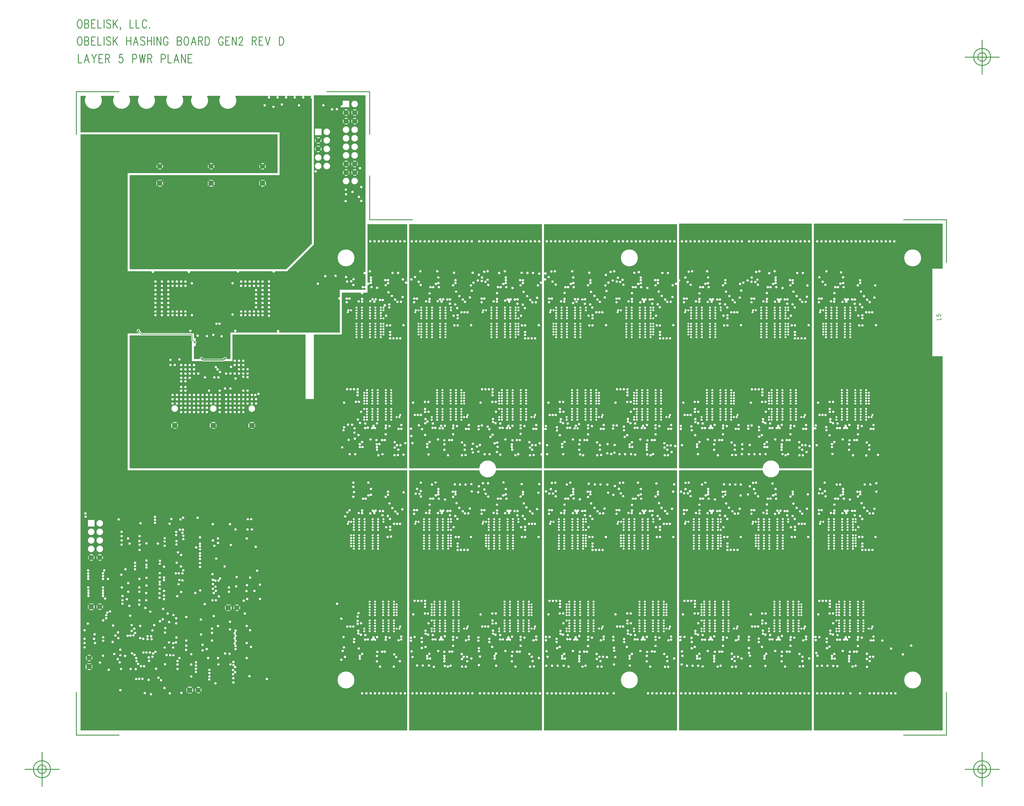
<source format=gbr>
*
*
G04 PADS 9.2 Build Number: 414666 generated Gerber (RS-274-X) file*
G04 PC Version=2.1*
*
%IN "SC1B_REVD_ARC.pcb"*%
*
%MOIN*%
*
%FSLAX24Y24*%
*
*
*
*
G04 PC Standard Apertures*
*
*
G04 Thermal Relief Aperture macro.*
%AMTER*
1,1,$1,0,0*
1,0,$1-$2,0,0*
21,0,$3,$4,0,0,45*
21,0,$3,$4,0,0,135*
%
*
*
G04 Annular Aperture macro.*
%AMANN*
1,1,$1,0,0*
1,0,$2,0,0*
%
*
*
G04 Odd Aperture macro.*
%AMODD*
1,1,$1,0,0*
1,0,$1-0.005,0,0*
%
*
*
G04 PC Custom Aperture Macros*
*
*
*
*
*
*
G04 PC Aperture Table*
*
%ADD010C,0.001*%
%ADD013R,0.06X0.06*%
%ADD014C,0.06*%
%ADD028C,0.01*%
%ADD031C,0.015*%
%ADD032C,0.005*%
%ADD040C,0.024*%
%ADD063C,0.008*%
%ADD064C,0.012*%
%ADD302C,0.105*%
*
*
*
*
G04 PC Circuitry*
G04 Layer Name SC1B_REVD_ARC.pcb - circuitry*
%LPD*%
*
*
G04 PC Custom Flashes*
G04 Layer Name SC1B_REVD_ARC.pcb - flashes*
%LPD*%
*
*
G04 PC Circuitry*
G04 Layer Name SC1B_REVD_ARC.pcb - circuitry*
%LPD*%
*
G54D10*
G54D13*
G01X29750Y84500D03*
X31500Y56187D03*
X41750Y84500D03*
X40500Y56187D03*
X36000D03*
X35750Y84500D03*
X33250Y25250D03*
X21500Y28000D03*
X21750Y35000D03*
X37750Y34875D03*
G54D14*
X48250Y89500D03*
Y88500D03*
X21750Y40750D03*
X22750D03*
X29750Y86468D03*
X41750D03*
X35750D03*
X34250Y25250D03*
X21500Y29000D03*
X22750Y35000D03*
X38750Y34875D03*
X51500Y92750D03*
X52500D03*
X51500Y91750D03*
X52500D03*
X51500Y86750D03*
X52500D03*
X51500Y85750D03*
X52500D03*
G54D28*
X20324Y101614D02*
X20256Y101567D01*
X20256D02*
X20188Y101473D01*
X20188D02*
X20154Y101380D01*
X20120Y101239*
Y101005*
X20154Y100864*
X20188Y100770*
X20188D02*
X20256Y100676D01*
X20256D02*
X20324Y100630D01*
X20324D02*
X20460D01*
X20460D02*
X20529Y100676D01*
X20529D02*
X20597Y100770D01*
X20597D02*
X20631Y100864D01*
X20665Y101005*
Y101239*
X20631Y101380*
X20597Y101473*
X20597D02*
X20529Y101567D01*
X20529D02*
X20460Y101614D01*
X20460D02*
X20324D01*
X20972D02*
Y100630D01*
Y101614D02*
X21279D01*
X21381Y101567*
X21381D02*
X21415Y101520D01*
X21415D02*
X21449Y101426D01*
X21449D02*
Y101333D01*
X21449D02*
X21415Y101239D01*
X21381Y101192*
X21381D02*
X21279Y101145D01*
X20972D02*
X21279D01*
X21279D02*
X21381Y101098D01*
X21381D02*
X21415Y101051D01*
X21415D02*
X21449Y100958D01*
X21449D02*
Y100817D01*
X21449D02*
X21415Y100723D01*
X21415D02*
X21381Y100676D01*
X21381D02*
X21279Y100630D01*
X20972*
X21756Y101614D02*
Y100630D01*
Y101614D02*
X22199D01*
X21756Y101145D02*
X22029D01*
X21756Y100630D02*
X22199D01*
X22506Y101614D02*
Y100630D01*
X22915*
X23222Y101614D02*
Y100630D01*
X24006Y101473D02*
X23938Y101567D01*
X23938D02*
X23835Y101614D01*
X23835D02*
X23699D01*
X23699D02*
X23597Y101567D01*
X23597D02*
X23529Y101473D01*
X23529D02*
Y101380D01*
X23563Y101286*
X23597Y101239*
X23665Y101192*
X23665D02*
X23870Y101098D01*
X23870D02*
X23938Y101051D01*
X23938D02*
X23972Y101005D01*
X24006Y100911*
Y100770*
X24006D02*
X23938Y100676D01*
X23938D02*
X23835Y100630D01*
X23835D02*
X23699D01*
X23699D02*
X23597Y100676D01*
X23597D02*
X23529Y100770D01*
X24313Y101614D02*
Y100630D01*
X24790Y101614D02*
X24313Y100958D01*
X24483Y101192D02*
X24790Y100630D01*
X25881Y101614D02*
Y100630D01*
X26358Y101614D02*
Y100630D01*
X25881Y101145D02*
X26358D01*
X26938Y101614D02*
X26665Y100630D01*
X26938Y101614D02*
X27210Y100630D01*
X26767Y100958D02*
X27108D01*
X27995Y101473D02*
X27926Y101567D01*
X27926D02*
X27824Y101614D01*
X27824D02*
X27688D01*
X27585Y101567*
X27585D02*
X27517Y101473D01*
X27517D02*
Y101380D01*
X27517D02*
X27551Y101286D01*
X27551D02*
X27585Y101239D01*
X27585D02*
X27654Y101192D01*
X27654D02*
X27858Y101098D01*
X27858D02*
X27926Y101051D01*
X27926D02*
X27960Y101005D01*
X27960D02*
X27995Y100911D01*
Y100770*
X27995D02*
X27926Y100676D01*
X27926D02*
X27824Y100630D01*
X27824D02*
X27688D01*
X27585Y100676*
X27585D02*
X27517Y100770D01*
X28301Y101614D02*
Y100630D01*
X28779Y101614D02*
Y100630D01*
X28301Y101145D02*
X28779D01*
X29085Y101614D02*
Y100630D01*
X29392Y101614D02*
Y100630D01*
Y101614D02*
X29870Y100630D01*
Y101614D02*
Y100630D01*
X30688Y101380D02*
X30654Y101473D01*
X30654D02*
X30585Y101567D01*
X30585D02*
X30517Y101614D01*
X30517D02*
X30381D01*
X30313Y101567*
X30313D02*
X30245Y101473D01*
X30245D02*
X30210Y101380D01*
X30210D02*
X30176Y101239D01*
X30176D02*
Y101005D01*
X30176D02*
X30210Y100864D01*
X30210D02*
X30245Y100770D01*
X30245D02*
X30313Y100676D01*
X30313D02*
X30381Y100630D01*
X30517*
X30517D02*
X30585Y100676D01*
X30585D02*
X30654Y100770D01*
X30654D02*
X30688Y100864D01*
Y101005*
X30517D02*
X30688D01*
X31779Y101614D02*
Y100630D01*
Y101614D02*
X32085D01*
X32085D02*
X32188Y101567D01*
X32188D02*
X32222Y101520D01*
X32222D02*
X32256Y101426D01*
X32256D02*
Y101333D01*
X32222Y101239*
X32188Y101192*
X32188D02*
X32085Y101145D01*
X31779D02*
X32085D01*
X32085D02*
X32188Y101098D01*
X32188D02*
X32222Y101051D01*
X32222D02*
X32256Y100958D01*
Y100817*
X32256D02*
X32222Y100723D01*
X32222D02*
X32188Y100676D01*
X32188D02*
X32085Y100630D01*
X32085D02*
X31779D01*
X32767Y101614D02*
X32699Y101567D01*
X32699D02*
X32631Y101473D01*
X32631D02*
X32597Y101380D01*
X32563Y101239*
Y101005*
X32597Y100864*
X32631Y100770*
X32631D02*
X32699Y100676D01*
X32699D02*
X32767Y100630D01*
X32767D02*
X32904D01*
X32972Y100676*
X32972D02*
X33040Y100770D01*
X33040D02*
X33074Y100864D01*
X33074D02*
X33108Y101005D01*
X33108D02*
Y101239D01*
X33108D02*
X33074Y101380D01*
X33074D02*
X33040Y101473D01*
X33040D02*
X32972Y101567D01*
X32972D02*
X32904Y101614D01*
X32767*
X33688D02*
X33415Y100630D01*
X33688Y101614D02*
X33960Y100630D01*
X33517Y100958D02*
X33858D01*
X34267Y101614D02*
Y100630D01*
Y101614D02*
X34574D01*
X34574D02*
X34676Y101567D01*
X34676D02*
X34710Y101520D01*
X34710D02*
X34745Y101426D01*
X34745D02*
Y101333D01*
X34710Y101239*
X34710D02*
X34676Y101192D01*
X34676D02*
X34574Y101145D01*
X34574D02*
X34267D01*
X34506D02*
X34745Y100630D01*
X35051Y101614D02*
Y100630D01*
Y101614D02*
X35290D01*
X35392Y101567*
X35392D02*
X35460Y101473D01*
X35460D02*
X35495Y101380D01*
X35529Y101239*
Y101005*
X35495Y100864*
X35460Y100770*
X35460D02*
X35392Y100676D01*
X35392D02*
X35290Y100630D01*
X35051*
X37131Y101380D02*
X37097Y101473D01*
X37097D02*
X37029Y101567D01*
X37029D02*
X36960Y101614D01*
X36960D02*
X36824D01*
X36824D02*
X36756Y101567D01*
X36756D02*
X36688Y101473D01*
X36688D02*
X36654Y101380D01*
X36620Y101239*
Y101005*
X36654Y100864*
X36688Y100770*
X36688D02*
X36756Y100676D01*
X36756D02*
X36824Y100630D01*
X36824D02*
X36960D01*
X36960D02*
X37029Y100676D01*
X37029D02*
X37097Y100770D01*
X37097D02*
X37131Y100864D01*
Y101005*
X36960D02*
X37131D01*
X37438Y101614D02*
Y100630D01*
Y101614D02*
X37881D01*
X37438Y101145D02*
X37710D01*
X37438Y100630D02*
X37881D01*
X38188Y101614D02*
Y100630D01*
Y101614D02*
X38665Y100630D01*
Y101614D02*
Y100630D01*
X39006Y101380D02*
Y101426D01*
X39006D02*
X39040Y101520D01*
X39040D02*
X39074Y101567D01*
X39074D02*
X39142Y101614D01*
X39142D02*
X39279D01*
X39347Y101567*
X39347D02*
X39381Y101520D01*
X39381D02*
X39415Y101426D01*
X39415D02*
Y101333D01*
X39381Y101239*
X39313Y101098*
X39313D02*
X38972Y100630D01*
X39449*
X40540Y101614D02*
Y100630D01*
Y101614D02*
X40847D01*
X40949Y101567*
X40949D02*
X40983Y101520D01*
X40983D02*
X41017Y101426D01*
X41017D02*
Y101333D01*
X41017D02*
X40983Y101239D01*
X40983D02*
X40949Y101192D01*
X40949D02*
X40847Y101145D01*
X40847D02*
X40540D01*
X40779D02*
X41017Y100630D01*
X41324Y101614D02*
Y100630D01*
Y101614D02*
X41767D01*
X41324Y101145D02*
X41597D01*
X41324Y100630D02*
X41767D01*
X42074Y101614D02*
X42347Y100630D01*
X42620Y101614D02*
X42347Y100630D01*
X43710Y101614D02*
Y100630D01*
Y101614D02*
X43949D01*
X43949D02*
X44051Y101567D01*
X44051D02*
X44120Y101473D01*
X44120D02*
X44154Y101380D01*
X44188Y101239*
Y101005*
X44154Y100864*
X44120Y100770*
X44120D02*
X44051Y100676D01*
X44051D02*
X43949Y100630D01*
X43949D02*
X43710D01*
X20230Y99559D02*
Y98575D01*
X20639*
X21218Y99559D02*
X20945Y98575D01*
X21218Y99559D02*
X21491Y98575D01*
X21048Y98903D02*
X21389D01*
X21798Y99559D02*
X22070Y99090D01*
X22070D02*
Y98575D01*
X22343Y99559D02*
X22070Y99090D01*
X22650Y99559D02*
Y98575D01*
Y99559D02*
X23093D01*
X22650Y99090D02*
X22923D01*
X22650Y98575D02*
X23093D01*
X23400Y99559D02*
Y98575D01*
Y99559D02*
X23707D01*
X23809Y99512*
X23809D02*
X23843Y99465D01*
X23843D02*
X23877Y99371D01*
X23877D02*
Y99278D01*
X23877D02*
X23843Y99184D01*
X23843D02*
X23809Y99137D01*
X23809D02*
X23707Y99090D01*
X23707D02*
X23400D01*
X23639D02*
X23877Y98575D01*
X25411Y99559D02*
X25070D01*
X25070D02*
X25036Y99137D01*
X25036D02*
X25070Y99184D01*
X25070D02*
X25173Y99231D01*
X25275*
X25377Y99184*
X25377D02*
X25445Y99090D01*
X25445D02*
X25480Y98950D01*
X25445Y98856*
X25445D02*
X25411Y98715D01*
X25411D02*
X25343Y98621D01*
X25343D02*
X25241Y98575D01*
X25139*
X25036Y98621*
X25036D02*
X25002Y98668D01*
X25002D02*
X24968Y98762D01*
X26570Y99559D02*
Y98575D01*
Y99559D02*
X26877D01*
X26877D02*
X26980Y99512D01*
X26980D02*
X27014Y99465D01*
X27014D02*
X27048Y99371D01*
X27048D02*
Y99231D01*
X27014Y99137*
X27014D02*
X26980Y99090D01*
X26980D02*
X26877Y99043D01*
X26877D02*
X26570D01*
X27355Y99559D02*
X27525Y98575D01*
X27695Y99559D02*
X27525Y98575D01*
X27695Y99559D02*
X27866Y98575D01*
X28036Y99559D02*
X27866Y98575D01*
X28343Y99559D02*
Y98575D01*
Y99559D02*
X28650D01*
X28752Y99512*
X28752D02*
X28786Y99465D01*
X28786D02*
X28820Y99371D01*
X28820D02*
Y99278D01*
X28820D02*
X28786Y99184D01*
X28786D02*
X28752Y99137D01*
X28752D02*
X28650Y99090D01*
X28650D02*
X28343D01*
X28582D02*
X28820Y98575D01*
X29911Y99559D02*
Y98575D01*
Y99559D02*
X30218D01*
X30218D02*
X30320Y99512D01*
X30320D02*
X30355Y99465D01*
X30355D02*
X30389Y99371D01*
X30389D02*
Y99231D01*
X30355Y99137*
X30355D02*
X30320Y99090D01*
X30320D02*
X30218Y99043D01*
X30218D02*
X29911D01*
X30695Y99559D02*
Y98575D01*
X30695D02*
X31105D01*
X31684Y99559D02*
X31411Y98575D01*
X31684Y99559D02*
X31957Y98575D01*
X31514Y98903D02*
X31855D01*
X32264Y99559D02*
Y98575D01*
Y99559D02*
X32741Y98575D01*
Y99559D02*
Y98575D01*
X33048Y99559D02*
Y98575D01*
Y99559D02*
X33491D01*
X33048Y99090D02*
X33320D01*
X33048Y98575D02*
X33491D01*
X20324Y103614D02*
X20256Y103567D01*
X20256D02*
X20188Y103473D01*
X20188D02*
X20154Y103380D01*
X20120Y103239*
Y103005*
X20154Y102864*
X20188Y102770*
X20188D02*
X20256Y102676D01*
X20256D02*
X20324Y102630D01*
X20324D02*
X20460D01*
X20460D02*
X20529Y102676D01*
X20529D02*
X20597Y102770D01*
X20597D02*
X20631Y102864D01*
X20665Y103005*
Y103239*
X20631Y103380*
X20597Y103473*
X20597D02*
X20529Y103567D01*
X20529D02*
X20460Y103614D01*
X20460D02*
X20324D01*
X20972D02*
Y102630D01*
Y103614D02*
X21279D01*
X21381Y103567*
X21381D02*
X21415Y103520D01*
X21415D02*
X21449Y103426D01*
X21449D02*
Y103333D01*
X21449D02*
X21415Y103239D01*
X21381Y103192*
X21381D02*
X21279Y103145D01*
X20972D02*
X21279D01*
X21279D02*
X21381Y103098D01*
X21381D02*
X21415Y103051D01*
X21415D02*
X21449Y102958D01*
X21449D02*
Y102817D01*
X21449D02*
X21415Y102723D01*
X21415D02*
X21381Y102676D01*
X21381D02*
X21279Y102630D01*
X20972*
X21756Y103614D02*
Y102630D01*
Y103614D02*
X22199D01*
X21756Y103145D02*
X22029D01*
X21756Y102630D02*
X22199D01*
X22506Y103614D02*
Y102630D01*
X22915*
X23222Y103614D02*
Y102630D01*
X24006Y103473D02*
X23938Y103567D01*
X23938D02*
X23835Y103614D01*
X23835D02*
X23699D01*
X23699D02*
X23597Y103567D01*
X23597D02*
X23529Y103473D01*
X23529D02*
Y103380D01*
X23563Y103286*
X23597Y103239*
X23665Y103192*
X23665D02*
X23870Y103098D01*
X23870D02*
X23938Y103051D01*
X23938D02*
X23972Y103005D01*
X24006Y102911*
Y102770*
X24006D02*
X23938Y102676D01*
X23938D02*
X23835Y102630D01*
X23835D02*
X23699D01*
X23699D02*
X23597Y102676D01*
X23597D02*
X23529Y102770D01*
X24313Y103614D02*
Y102630D01*
X24790Y103614D02*
X24313Y102958D01*
X24483Y103192D02*
X24790Y102630D01*
X25165Y102676D02*
X25131Y102630D01*
X25097Y102676*
X25097D02*
X25131Y102723D01*
X25131D02*
X25165Y102676D01*
X25165D02*
Y102583D01*
X25131Y102489*
X25097Y102442*
X26256Y103614D02*
Y102630D01*
X26665*
X26972Y103614D02*
Y102630D01*
X27381*
X28199Y103380D02*
X28165Y103473D01*
X28165D02*
X28097Y103567D01*
X28097D02*
X28029Y103614D01*
X27892*
X27892D02*
X27824Y103567D01*
X27824D02*
X27756Y103473D01*
X27756D02*
X27722Y103380D01*
X27688Y103239*
Y103005*
X27722Y102864*
X27756Y102770*
X27756D02*
X27824Y102676D01*
X27824D02*
X27892Y102630D01*
X27892D02*
X28029D01*
X28097Y102676*
X28097D02*
X28165Y102770D01*
X28165D02*
X28199Y102864D01*
X28540Y102723D02*
X28506Y102676D01*
X28506D02*
X28540Y102630D01*
X28574Y102676*
X28574D02*
X28540Y102723D01*
X25000Y20000D02*
X20000D01*
Y25000*
X59250Y80236D02*
X54250D01*
Y85375*
X49242Y95200D02*
X54251D01*
Y90202*
X116570Y80236D02*
X121570D01*
Y75250*
X20000Y90193D02*
Y95200D01*
X24965*
X121570Y25000D02*
Y20000D01*
X116570*
X126750Y99250D02*
G75*
G03X126750I-1000J0D01*
G01X126250D02*
G03X126250I-500J0D01*
G01X125750Y101250D02*
Y97250D01*
X123750Y99250D02*
X127750D01*
X126750Y16000D02*
G03X126750I-1000J0D01*
G01X126250D02*
G03X126250I-500J0D01*
G01X125750Y18000D02*
Y14000D01*
X123750Y16000D02*
X127750D01*
X17000D02*
G03X17000I-1000J0D01*
G01X16500D02*
G03X16500I-500J0D01*
G01X16000Y18000D02*
Y14000D01*
X14000Y16000D02*
X18000D01*
G54D31*
X51793Y85456D02*
X51712Y85537D01*
X51793Y86043D02*
X51712Y85962D01*
X51206Y86043D02*
X51287Y85962D01*
X51206Y85456D02*
X51287Y85537D01*
X52793Y92456D02*
X52712Y92537D01*
X52793Y93043D02*
X52712Y92962D01*
X52206Y93043D02*
X52287Y92962D01*
X52206Y92456D02*
X52287Y92537D01*
X51793Y92456D02*
X51712Y92537D01*
X51793Y93043D02*
X51712Y92962D01*
X51206Y93043D02*
X51287Y92962D01*
X51206Y92456D02*
X51287Y92537D01*
X52793Y91456D02*
X52712Y91537D01*
X52793Y92043D02*
X52712Y91962D01*
X52206Y92043D02*
X52287Y91962D01*
X52206Y91456D02*
X52287Y91537D01*
X51793Y91456D02*
X51712Y91537D01*
X51793Y92043D02*
X51712Y91962D01*
X51206Y92043D02*
X51287Y91962D01*
X51206Y91456D02*
X51287Y91537D01*
X52793Y86456D02*
X52712Y86537D01*
X52793Y87043D02*
X52712Y86962D01*
X52206Y87043D02*
X52287Y86962D01*
X52206Y86456D02*
X52287Y86537D01*
X51793Y86456D02*
X51712Y86537D01*
X51793Y87043D02*
X51712Y86962D01*
X51206Y87043D02*
X51287Y86962D01*
X51206Y86456D02*
X51287Y86537D01*
X52793Y85456D02*
X52712Y85537D01*
X52793Y86043D02*
X52712Y85962D01*
X52206Y86043D02*
X52287Y85962D01*
X52206Y85456D02*
X52287Y85537D01*
X22131Y35381D02*
X21962Y35212D01*
X22131Y34618D02*
X21962Y34787D01*
X21368Y34618D02*
X21537Y34787D01*
X21368Y35381D02*
X21537Y35212D01*
X23043Y35293D02*
X22962Y35212D01*
X22456Y35293D02*
X22537Y35212D01*
X22456Y34706D02*
X22537Y34787D01*
X23043Y34706D02*
X22962Y34787D01*
X21118Y28381D02*
X21287Y28212D01*
X21881Y28381D02*
X21712Y28212D01*
X21881Y27618D02*
X21712Y27787D01*
X21118Y27618D02*
X21287Y27787D01*
X21206Y29293D02*
X21287Y29212D01*
X21206Y28706D02*
X21287Y28787D01*
X21793Y28706D02*
X21712Y28787D01*
X21793Y29293D02*
X21712Y29212D01*
X33631Y25631D02*
X33462Y25462D01*
X33631Y24868D02*
X33462Y25037D01*
X32868Y24868D02*
X33037Y25037D01*
X32868Y25631D02*
X33037Y25462D01*
X34543Y25543D02*
X34462Y25462D01*
X33956Y25543D02*
X34037Y25462D01*
X33956Y24956D02*
X34037Y25037D01*
X34543Y24956D02*
X34462Y25037D01*
X22043Y40456D02*
X21962Y40537D01*
X22043Y41043D02*
X21962Y40962D01*
X21456Y41043D02*
X21537Y40962D01*
X21456Y40456D02*
X21537Y40537D01*
X23043Y40456D02*
X22962Y40537D01*
X23043Y41043D02*
X22962Y40962D01*
X22456Y41043D02*
X22537Y40962D01*
X22456Y40456D02*
X22537Y40537D01*
X38131Y35256D02*
X37962Y35087D01*
X38131Y34493D02*
X37962Y34662D01*
X37368Y34493D02*
X37537Y34662D01*
X37368Y35256D02*
X37537Y35087D01*
X39043Y35168D02*
X38962Y35087D01*
X38456Y35168D02*
X38537Y35087D01*
X38456Y34581D02*
X38537Y34662D01*
X39043Y34581D02*
X38962Y34662D01*
X48543Y88206D02*
X48462Y88287D01*
X48543Y88793D02*
X48462Y88712D01*
X47956Y88793D02*
X48037Y88712D01*
X47956Y88206D02*
X48037Y88287D01*
X48543Y89206D02*
X48462Y89287D01*
X48543Y89793D02*
X48462Y89712D01*
X47956Y89793D02*
X48037Y89712D01*
X47956Y89206D02*
X48037Y89287D01*
X35456Y86761D02*
X35537Y86680D01*
X35456Y86175D02*
X35537Y86256D01*
X36043Y86175D02*
X35962Y86256D01*
X36043Y86761D02*
X35962Y86680D01*
X41456Y86761D02*
X41537Y86680D01*
X41456Y86175D02*
X41537Y86256D01*
X42043Y86175D02*
X41962Y86256D01*
X42043Y86761D02*
X41962Y86680D01*
X29456Y86761D02*
X29537Y86680D01*
X29456Y86175D02*
X29537Y86256D01*
X30043Y86175D02*
X29962Y86256D01*
X30043Y86761D02*
X29962Y86680D01*
X35618Y56568D02*
X35787Y56399D01*
X36381Y56568D02*
X36212Y56399D01*
X36381Y55805D02*
X36212Y55974D01*
X35618Y55805D02*
X35787Y55974D01*
X40118Y56568D02*
X40287Y56399D01*
X40881Y56568D02*
X40712Y56399D01*
X40881Y55805D02*
X40712Y55974D01*
X40118Y55805D02*
X40287Y55974D01*
X31118Y56568D02*
X31287Y56399D01*
X31881Y56568D02*
X31712Y56399D01*
X31881Y55805D02*
X31712Y55974D01*
X31118Y55805D02*
X31287Y55974D01*
X35368Y84881D02*
X35537Y84712D01*
X36131Y84881D02*
X35962Y84712D01*
X36131Y84118D02*
X35962Y84287D01*
X35368Y84118D02*
X35537Y84287D01*
X41368Y84881D02*
X41537Y84712D01*
X42131Y84881D02*
X41962Y84712D01*
X42131Y84118D02*
X41962Y84287D01*
X41368Y84118D02*
X41537Y84287D01*
X29368Y84881D02*
X29537Y84712D01*
X30131Y84881D02*
X29962Y84712D01*
X30131Y84118D02*
X29962Y84287D01*
X29368Y84118D02*
X29537Y84287D01*
G54D32*
X58550Y24875D02*
G03X58550I-175J0D01*
G01X58050D02*
G03X58050I-175J0D01*
G01X57950Y28625D02*
G03X57950I-175J0D01*
G01X57550Y24875D02*
G03X57550I-175J0D01*
G01X57050D02*
G03X57050I-175J0D01*
G01X57250Y28000D02*
G03X57250I-175J0D01*
G01X57525Y29125D02*
G03X57525I-175J0D01*
G01X57300Y29425D02*
G03X57300I-175J0D01*
G01X57556Y32440D02*
G03X57556I-154J0D01*
G01Y34015D02*
G03X57556I-154J0D01*
G01Y34330D02*
G03X57556I-154J0D01*
G01Y34645D02*
G03X57556I-154J0D01*
G01Y34960D02*
G03X57556I-154J0D01*
G01Y35275D02*
G03X57556I-154J0D01*
G01X57241Y32126D02*
G03X57241I-154J0D01*
G01Y32440D02*
G03X57241I-154J0D01*
G01Y32755D02*
G03X57241I-154J0D01*
G01Y33070D02*
G03X57241I-154J0D01*
G01Y33385D02*
G03X57241I-154J0D01*
G01Y34015D02*
G03X57241I-154J0D01*
G01Y34330D02*
G03X57241I-154J0D01*
G01Y34645D02*
G03X57241I-154J0D01*
G01Y34960D02*
G03X57241I-154J0D01*
G01Y35275D02*
G03X57241I-154J0D01*
G01Y35590D02*
G03X57241I-154J0D01*
G01X56550Y24875D02*
G03X56550I-175J0D01*
G01X56750Y31387D02*
G03X56750I-175J0D01*
G01X56050Y24875D02*
G03X56050I-175J0D01*
G01X55550D02*
G03X55550I-175J0D01*
G01X55650Y28000D02*
G03X55650I-175J0D01*
G01X56611Y32126D02*
G03X56611I-154J0D01*
G01Y32440D02*
G03X56611I-154J0D01*
G01Y32755D02*
G03X56611I-154J0D01*
G01Y33070D02*
G03X56611I-154J0D01*
G01Y33385D02*
G03X56611I-154J0D01*
G01Y34015D02*
G03X56611I-154J0D01*
G01Y34330D02*
G03X56611I-154J0D01*
G01Y34645D02*
G03X56611I-154J0D01*
G01Y34960D02*
G03X56611I-154J0D01*
G01Y35275D02*
G03X56611I-154J0D01*
G01Y35590D02*
G03X56611I-154J0D01*
G01X56925Y43200D02*
G03X56925I-175J0D01*
G01X58250Y46375D02*
G03X58250I-175J0D01*
G01X58387Y48362D02*
G03X58387I-174J0D01*
G01X57675Y45875D02*
G03X57675I-175J0D01*
G01X57425Y46125D02*
G03X57425I-175J0D01*
G01X56525Y43150D02*
G03X56525I-175J0D01*
G01X56800Y45250D02*
G03X56800I-175J0D01*
G01X57075Y46525D02*
G03X57075I-175J0D01*
G01X56356Y44291D02*
G03X56356I-174J0D01*
G01X56553Y45609D02*
G03X56553I-175J0D01*
G01X56750Y47075D02*
G03X56750I-175J0D01*
G01X55981Y32126D02*
G03X55981I-154J0D01*
G01Y32440D02*
G03X55981I-154J0D01*
G01Y32755D02*
G03X55981I-154J0D01*
G01Y33070D02*
G03X55981I-154J0D01*
G01Y33385D02*
G03X55981I-154J0D01*
G01Y34015D02*
G03X55981I-154J0D01*
G01Y34330D02*
G03X55981I-154J0D01*
G01Y34645D02*
G03X55981I-154J0D01*
G01Y34960D02*
G03X55981I-154J0D01*
G01Y35275D02*
G03X55981I-154J0D01*
G01Y35590D02*
G03X55981I-154J0D01*
G01X56021Y44921D02*
G03X56021I-154J0D01*
G01Y45236D02*
G03X56021I-154J0D01*
G01X55925Y45687D02*
G03X55925I-175J0D01*
G01X55050Y24875D02*
G03X55050I-175J0D01*
G01X55275Y28612D02*
G03X55275I-175J0D01*
G01Y29250D02*
G03X55275I-175J0D01*
G01X55325Y29725D02*
G03X55325I-175J0D01*
G01X54550Y24875D02*
G03X54550I-175J0D01*
G01X55300Y31450D02*
G03X55300I-175J0D01*
G01X55391Y41771D02*
G03X55391I-154J0D01*
G01Y42086D02*
G03X55391I-154J0D01*
G01Y42401D02*
G03X55391I-154J0D01*
G01Y42716D02*
G03X55391I-154J0D01*
G01Y43031D02*
G03X55391I-154J0D01*
G01Y43346D02*
G03X55391I-154J0D01*
G01Y43976D02*
G03X55391I-154J0D01*
G01Y44291D02*
G03X55391I-154J0D01*
G01Y44606D02*
G03X55391I-154J0D01*
G01Y44921D02*
G03X55391I-154J0D01*
G01Y45236D02*
G03X55391I-154J0D01*
G01X56300Y47837D02*
G03X56300I-175J0D01*
G01X55036Y32126D02*
G03X55036I-154J0D01*
G01Y32440D02*
G03X55036I-154J0D01*
G01Y32755D02*
G03X55036I-154J0D01*
G01Y33070D02*
G03X55036I-154J0D01*
G01Y33385D02*
G03X55036I-154J0D01*
G01Y34015D02*
G03X55036I-154J0D01*
G01Y34330D02*
G03X55036I-154J0D01*
G01Y34645D02*
G03X55036I-154J0D01*
G01Y34960D02*
G03X55036I-154J0D01*
G01Y35275D02*
G03X55036I-154J0D01*
G01Y35590D02*
G03X55036I-154J0D01*
G01X54761Y41771D02*
G03X54761I-154J0D01*
G01Y42086D02*
G03X54761I-154J0D01*
G01Y42401D02*
G03X54761I-154J0D01*
G01Y42716D02*
G03X54761I-154J0D01*
G01Y43031D02*
G03X54761I-154J0D01*
G01Y43346D02*
G03X54761I-154J0D01*
G01Y43976D02*
G03X54761I-154J0D01*
G01Y44291D02*
G03X54761I-154J0D01*
G01Y44606D02*
G03X54761I-154J0D01*
G01Y44921D02*
G03X54761I-154J0D01*
G01Y45236D02*
G03X54761I-154J0D01*
G01X53925Y31687D02*
G03X53925I-175J0D01*
G01X53777Y32126D02*
G03X53777I-155J0D01*
G01Y32440D02*
G03X53777I-155J0D01*
G01X53816Y41771D02*
G03X53816I-154J0D01*
G01Y42086D02*
G03X53816I-154J0D01*
G01Y42401D02*
G03X53816I-154J0D01*
G01Y42716D02*
G03X53816I-154J0D01*
G01Y43031D02*
G03X53816I-154J0D01*
G01Y43346D02*
G03X53816I-154J0D01*
G01Y43976D02*
G03X53816I-154J0D01*
G01Y44291D02*
G03X53816I-154J0D01*
G01Y44606D02*
G03X53816I-154J0D01*
G01Y44921D02*
G03X53816I-154J0D01*
G01Y45236D02*
G03X53816I-154J0D01*
G01X53150Y30125D02*
G03X53150I-175J0D01*
G01X53425Y33062D02*
G03X53425I-175J0D01*
G01X54575Y48762D02*
G03X54575I-175J0D01*
G01X54275Y49500D02*
G03X54275I-175J0D01*
G01X53025Y33850D02*
G03X53025I-175J0D01*
G01X53125Y34250D02*
G03X53125I-175J0D01*
G01X53186Y41771D02*
G03X53186I-154J0D01*
G01Y42086D02*
G03X53186I-154J0D01*
G01Y42401D02*
G03X53186I-154J0D01*
G01Y42716D02*
G03X53186I-154J0D01*
G01Y43031D02*
G03X53186I-154J0D01*
G01Y43346D02*
G03X53186I-154J0D01*
G01Y43976D02*
G03X53186I-154J0D01*
G01Y44291D02*
G03X53186I-154J0D01*
G01Y44606D02*
G03X53186I-154J0D01*
G01Y44921D02*
G03X53186I-154J0D01*
G01Y45236D02*
G03X53186I-154J0D01*
G01X53150Y45950D02*
G03X53150I-175J0D01*
G01X52521Y26437D02*
G03X52521I-1024J0D01*
G01X52600Y30875D02*
G03X52600I-175J0D01*
G01X52625Y31225D02*
G03X52625I-175J0D01*
G01X51550Y29125D02*
G03X51550I-175J0D01*
G01X52556Y41771D02*
G03X52556I-154J0D01*
G01Y42086D02*
G03X52556I-154J0D01*
G01Y42401D02*
G03X52556I-154J0D01*
G01Y42716D02*
G03X52556I-154J0D01*
G01Y43031D02*
G03X52556I-154J0D01*
G01Y43346D02*
G03X52556I-154J0D01*
G01Y43976D02*
G03X52556I-154J0D01*
G01Y44291D02*
G03X52556I-154J0D01*
G01Y44606D02*
G03X52556I-154J0D01*
G01Y44921D02*
G03X52556I-154J0D01*
G01Y45236D02*
G03X52556I-154J0D01*
G01X52241Y42086D02*
G03X52241I-154J0D01*
G01Y42401D02*
G03X52241I-154J0D01*
G01Y42716D02*
G03X52241I-154J0D01*
G01Y43031D02*
G03X52241I-154J0D01*
G01Y43346D02*
G03X52241I-154J0D01*
G01X52525Y47850D02*
G03X52525I-175J0D01*
G01X52600Y48400D02*
G03X52600I-175J0D01*
G01X52525Y49000D02*
G03X52525I-175J0D01*
G01Y49500D02*
G03X52525I-175J0D01*
G01X51125Y28800D02*
G03X51125I-175J0D01*
G01X51275Y29825D02*
G03X51275I-175J0D01*
G01X51425Y30250D02*
G03X51425I-175J0D01*
G01X51375Y31450D02*
G03X51375I-175J0D01*
G01X51575Y45550D02*
G03X51575I-175J0D01*
G01X51825Y46025D02*
G03X51825I-175J0D01*
G01X52075Y46275D02*
G03X52075I-175J0D01*
G01X51125Y33600D02*
G03X51125I-175J0D01*
G01X50625Y35350D02*
G03X50625I-175J0D01*
G01X42425Y26550D02*
G03X42425I-175J0D01*
G01X41625Y35900D02*
G03X41625I-175J0D01*
G01Y37575D02*
G03X41625I-175J0D01*
G01X40975Y36850D02*
G03X40975I-175J0D01*
G01X41300Y39200D02*
G03X41300I-175J0D01*
G01X41125Y42000D02*
G03X41125I-175J0D01*
G01X40400Y26875D02*
G03X40400I-175J0D01*
G01X40575Y30300D02*
G03X40575I-175J0D01*
G01X40475Y32250D02*
G03X40475I-175J0D01*
G01X40075Y29000D02*
G03X40075I-175J0D01*
G01Y30750D02*
G03X40075I-175J0D01*
G01Y32750D02*
G03X40075I-175J0D01*
G01X39860Y34200D02*
G03X39860I-174J0D01*
G01X40125Y35900D02*
G03X40125I-175J0D01*
G01X40475Y38400D02*
G03X40475I-175J0D01*
G01X40675Y44025D02*
G03X40675I-175J0D01*
G01X40600Y45225D02*
G03X40600I-175J0D01*
G01X39725Y35700D02*
G03X39725I-175J0D01*
G01X40050Y36825D02*
G03X40050I-175J0D01*
G01X40100Y37512D02*
G03X40100I-175J0D01*
G01X40075Y42975D02*
G03X40075I-175J0D01*
G01X40175Y44025D02*
G03X40175I-175J0D01*
G01X40200Y45225D02*
G03X40200I-175J0D01*
G01X38525Y26150D02*
G03X38525I-175J0D01*
G01Y26650D02*
G03X38525I-175J0D01*
G01X38475Y27100D02*
G03X38475I-175J0D01*
G01X38725Y27350D02*
G03X38725I-175J0D01*
G01X38475Y27600D02*
G03X38475I-175J0D01*
G01X39165Y34875D02*
G03X39165I-415J0D01*
G01X38850Y37375D02*
G03X38850I-175J0D01*
G01X38900Y38475D02*
G03X38900I-175J0D01*
G01X38775Y44025D02*
G03X38775I-175J0D01*
G01X38075Y29500D02*
G03X38075I-175J0D01*
G01X38125Y32350D02*
G03X38125I-175J0D01*
G01Y33250D02*
G03X38125I-175J0D01*
G01X37550Y29525D02*
G03X37550I-175J0D01*
G01X38000Y36750D02*
G03X38000I-175J0D01*
G01Y37250D02*
G03X38000I-175J0D01*
G01X38225Y42225D02*
G03X38225I-175J0D01*
G01X38125Y44650D02*
G03X38125I-175J0D01*
G01X37500Y39700D02*
G03X37500I-175J0D01*
G01X36425Y26050D02*
G03X36425I-175J0D01*
G01X36775Y28250D02*
G03X36775I-175J0D01*
G01X36725Y29000D02*
G03X36725I-175J0D01*
G01Y32750D02*
G03X36725I-175J0D01*
G01X35700Y26500D02*
G03X35700I-175J0D01*
G01X35725Y26850D02*
G03X35725I-175J0D01*
G01Y27250D02*
G03X35725I-175J0D01*
G01Y27625D02*
G03X35725I-175J0D01*
G01X36025Y31050D02*
G03X36025I-175J0D01*
G01Y31950D02*
G03X36025I-175J0D01*
G01Y32450D02*
G03X36025I-175J0D01*
G01X36225Y33900D02*
G03X36225I-175J0D01*
G01X36475Y35750D02*
G03X36475I-175J0D01*
G01X36825Y36200D02*
G03X36825I-175J0D01*
G01X36075Y35750D02*
G03X36075I-175J0D01*
G01X36225Y36600D02*
G03X36225I-175J0D01*
G01X36475Y36850D02*
G03X36475I-175J0D01*
G01X36125Y37100D02*
G03X36125I-175J0D01*
G01X36425Y37350D02*
G03X36425I-175J0D01*
G01X36125Y37650D02*
G03X36125I-175J0D01*
G01X36525Y40625D02*
G03X36525I-175J0D01*
G01X36725Y42450D02*
G03X36725I-175J0D01*
G01Y42975D02*
G03X36725I-175J0D01*
G01X36075Y38800D02*
G03X36075I-175J0D01*
G01X36300Y42125D02*
G03X36300I-175J0D01*
G01X36125Y42750D02*
G03X36125I-175J0D01*
G01Y44650D02*
G03X36125I-175J0D01*
G01X35575Y29000D02*
G03X35575I-175J0D01*
G01X35400Y30050D02*
G03X35400I-175J0D01*
G01X34665Y25250D02*
G03X34665I-415J0D01*
G01X34925Y29900D02*
G03X34925I-175J0D01*
G01Y30550D02*
G03X34925I-175J0D01*
G01X35175Y35300D02*
G03X35175I-175J0D01*
G01X34750Y31750D02*
G03X34750I-175J0D01*
G01X34725Y33505D02*
G03X34725I-175J0D01*
G01X34650Y36900D02*
G03X34650I-175J0D01*
G01X34625Y39650D02*
G03X34625I-175J0D01*
G01Y40100D02*
G03X34625I-175J0D01*
G01Y43100D02*
G03X34625I-175J0D01*
G01X34150Y27375D02*
G03X34150I-175J0D01*
G01Y27750D02*
G03X34150I-175J0D01*
G01Y28125D02*
G03X34150I-175J0D01*
G01Y28500D02*
G03X34150I-175J0D01*
G01X34075Y36600D02*
G03X34075I-175J0D01*
G01X34175Y41925D02*
G03X34175I-175J0D01*
G01X34350Y45400D02*
G03X34350I-175J0D01*
G01X33600Y26850D02*
G03X33600I-174J0D01*
G01Y28250D02*
G03X33600I-175J0D01*
G01Y29450D02*
G03X33600I-175J0D01*
G01X33000Y29950D02*
G03X33000I-175J0D01*
G01X33025Y30450D02*
G03X33025I-175J0D01*
G01Y31050D02*
G03X33025I-175J0D01*
G01Y33800D02*
G03X33025I-175J0D01*
G01X32450Y24925D02*
G03X32450I-175J0D01*
G01X32000Y27725D02*
G03X32000I-175J0D01*
G01Y28250D02*
G03X32000I-175J0D01*
G01Y28650D02*
G03X32000I-175J0D01*
G01X32225Y29000D02*
G03X32225I-175J0D01*
G01X32425Y36725D02*
G03X32425I-175J0D01*
G01X32575Y38075D02*
G03X32575I-175J0D01*
G01X31525Y29325D02*
G03X31525I-175J0D01*
G01X31100Y24875D02*
G03X31100I-175J0D01*
G01X31150Y29325D02*
G03X31150I-175J0D01*
G01X31500Y30225D02*
G03X31500I-175J0D01*
G01X31875Y31400D02*
G03X31875I-175J0D01*
G01X31850Y33050D02*
G03X31850I-175J0D01*
G01Y33650D02*
G03X31850I-175J0D01*
G01X31975Y36225D02*
G03X31975I-175J0D01*
G01X32125Y37625D02*
G03X32125I-175J0D01*
G01X32225Y38125D02*
G03X32225I-175J0D01*
G01X32575Y38900D02*
G03X32575I-175J0D01*
G01X32675Y39250D02*
G03X32675I-175J0D01*
G01X31525Y34025D02*
G03X31525I-175J0D01*
G01X32400Y39700D02*
G03X32400I-175J0D01*
G01X32425Y41050D02*
G03X32425I-175J0D01*
G01X32675Y42900D02*
G03X32675I-175J0D01*
G01Y43300D02*
G03X32675I-175J0D01*
G01X32575Y43650D02*
G03X32575I-175J0D01*
G01X31900Y40150D02*
G03X31900I-175J0D01*
G01X32050Y41350D02*
G03X32050I-175J0D01*
G01X32340Y45196D02*
G03X32340I-174J0D01*
G01X32655Y45393D02*
G03X32655I-174J0D01*
G01X31875Y42275D02*
G03X31875I-175J0D01*
G01Y42675D02*
G03X31875I-175J0D01*
G01X31850Y43375D02*
G03X31850I-175J0D01*
G01Y43750D02*
G03X31850I-175J0D01*
G01X30475Y25500D02*
G03X30475I-175J0D01*
G01X30550Y28275D02*
G03X30550I-175J0D01*
G01X30725Y29350D02*
G03X30725I-175J0D01*
G01X31000Y30825D02*
G03X31000I-175J0D01*
G01X31025Y33200D02*
G03X31025I-175J0D01*
G01X30500Y30225D02*
G03X30500I-175J0D01*
G01X30550Y31975D02*
G03X30550I-175J0D01*
G01X30575Y32500D02*
G03X30575I-175J0D01*
G01X30850Y34200D02*
G03X30850I-175J0D01*
G01X31075Y44700D02*
G03X31075I-175J0D01*
G01X31275Y45250D02*
G03X31275I-175J0D01*
G01X30075Y26400D02*
G03X30075I-175J0D01*
G01X29775Y26700D02*
G03X29775I-175J0D01*
G01X29950Y33300D02*
G03X29950I-175J0D01*
G01X30275Y33525D02*
G03X30275I-175J0D01*
G01X30325Y34744D02*
G03X30325I-175J0D01*
G01X30425Y35875D02*
G03X30425I-175J0D01*
G01Y36300D02*
G03X30425I-175J0D01*
G01Y36850D02*
G03X30425I-175J0D01*
G01Y39675D02*
G03X30425I-175J0D01*
G01X30500Y42125D02*
G03X30500I-175J0D01*
G01Y42625D02*
G03X30500I-175J0D01*
G01Y43000D02*
G03X30500I-175J0D01*
G01X29900Y36050D02*
G03X29900I-175J0D01*
G01Y36575D02*
G03X29900I-175J0D01*
G01X29925Y37100D02*
G03X29925I-175J0D01*
G01Y38425D02*
G03X29925I-175J0D01*
G01Y38925D02*
G03X29925I-175J0D01*
G01Y40025D02*
G03X29925I-175J0D01*
G01X29950Y40375D02*
G03X29950I-175J0D01*
G01X29500Y27750D02*
G03X29500I-175J0D01*
G01X28900Y24775D02*
G03X28900I-175J0D01*
G01X29075Y29150D02*
G03X29075I-175J0D01*
G01X29700Y42375D02*
G03X29700I-175J0D01*
G01X28625Y26450D02*
G03X28625I-175J0D01*
G01X28675Y28675D02*
G03X28675I-175J0D01*
G01X28650Y29075D02*
G03X28650I-175J0D01*
G01X28775Y29650D02*
G03X28775I-175J0D01*
G01X28975Y31200D02*
G03X28975I-175J0D01*
G01X28925Y31550D02*
G03X28925I-175J0D01*
G01X29075Y32225D02*
G03X29075I-175J0D01*
G01X29275Y32850D02*
G03X29275I-175J0D01*
G01X28175Y24900D02*
G03X28175I-175J0D01*
G01X27900Y26575D02*
G03X27900I-175J0D01*
G01X28100Y28050D02*
G03X28100I-175J0D01*
G01X27175Y26550D02*
G03X27175I-175J0D01*
G01X27525Y26575D02*
G03X27525I-175J0D01*
G01X27725Y28050D02*
G03X27725I-175J0D01*
G01X28825Y34425D02*
G03X28825I-175J0D01*
G01X28000Y31250D02*
G03X28000I-175J0D01*
G01X28250Y34850D02*
G03X28250I-175J0D01*
G01X28350Y35750D02*
G03X28350I-175J0D01*
G01Y36600D02*
G03X28350I-175J0D01*
G01X28375Y37475D02*
G03X28375I-175J0D01*
G01Y38375D02*
G03X28375I-175J0D01*
G01Y40400D02*
G03X28375I-175J0D01*
G01Y42400D02*
G03X28375I-175J0D01*
G01X27125Y27700D02*
G03X27125I-175J0D01*
G01X27650Y31325D02*
G03X27650I-175J0D01*
G01Y32750D02*
G03X27650I-175J0D01*
G01X27175Y29000D02*
G03X27175I-175J0D01*
G01X27525Y35250D02*
G03X27525I-175J0D01*
G01X27550Y35750D02*
G03X27550I-175J0D01*
G01Y36750D02*
G03X27550I-175J0D01*
G01Y37250D02*
G03X27550I-175J0D01*
G01Y38250D02*
G03X27550I-175J0D01*
G01X27575Y41625D02*
G03X27575I-175J0D01*
G01Y42250D02*
G03X27575I-175J0D01*
G01X27550Y42675D02*
G03X27550I-175J0D01*
G01X27575Y43250D02*
G03X27575I-175J0D01*
G01X27675Y44750D02*
G03X27675I-175J0D01*
G01X25875Y29250D02*
G03X25875I-175J0D01*
G01X26650Y32175D02*
G03X26650I-175J0D01*
G01X26950Y32425D02*
G03X26950I-175J0D01*
G01X27050Y39375D02*
G03X27050I-175J0D01*
G01Y39750D02*
G03X27050I-175J0D01*
G01Y40125D02*
G03X27050I-175J0D01*
G01X26650Y32850D02*
G03X26650I-175J0D01*
G01X26475Y33950D02*
G03X26475I-175J0D01*
G01X26375Y35100D02*
G03X26375I-175J0D01*
G01X26075Y35875D02*
G03X26075I-175J0D01*
G01X26250Y36750D02*
G03X26250I-175J0D01*
G01Y37750D02*
G03X26250I-175J0D01*
G01X26400Y42375D02*
G03X26400I-175J0D01*
G01X25325Y25250D02*
G03X25325I-175J0D01*
G01X25400Y27725D02*
G03X25400I-175J0D01*
G01X25250Y28500D02*
G03X25250I-175J0D01*
G01X25025Y28875D02*
G03X25025I-175J0D01*
G01X25325Y29325D02*
G03X25325I-175J0D01*
G01Y29975D02*
G03X25325I-175J0D01*
G01X25575Y35350D02*
G03X25575I-175J0D01*
G01Y35750D02*
G03X25575I-175J0D01*
G01Y36250D02*
G03X25575I-175J0D01*
G01X25925Y39375D02*
G03X25925I-175J0D01*
G01X26225Y42975D02*
G03X26225I-175J0D01*
G01X53450Y82425D02*
G03X53450I-175J0D01*
G01X53175Y82900D02*
G03X53175I-175J0D01*
G01X53450Y84050D02*
G03X53450I-175J0D01*
G01X53300Y86250D02*
G03X53300I-175J0D01*
G01X52525Y72600D02*
G03X52525I-175J0D01*
G01X52275Y73025D02*
G03X52275I-175J0D01*
G01X52550Y73275D02*
G03X52550I-175J0D01*
G01X51800Y73000D02*
G03X51800I-175J0D01*
G01X51675Y73525D02*
G03X51675I-175J0D01*
G01X52521Y75767D02*
G03X52521I-1024J0D01*
G01X52425Y83475D02*
G03X52425I-175J0D01*
G01X52915Y84750D02*
G03X52915I-415J0D01*
G01Y85750D02*
G03X52915I-415J0D01*
G01Y86750D02*
G03X52915I-415J0D01*
G01Y87750D02*
G03X52915I-415J0D01*
G01Y88750D02*
G03X52915I-415J0D01*
G01Y89750D02*
G03X52915I-415J0D01*
G01Y90750D02*
G03X52915I-415J0D01*
G01Y91750D02*
G03X52915I-415J0D01*
G01Y92750D02*
G03X52915I-415J0D01*
G01Y93750D02*
G03X52915I-415J0D01*
G01X51625Y82400D02*
G03X51625I-175J0D01*
G01X51675Y83200D02*
G03X51675I-175J0D01*
G01X51650Y83750D02*
G03X51650I-175J0D01*
G01X51915Y84750D02*
G03X51915I-415J0D01*
G01Y85750D02*
G03X51915I-415J0D01*
G01Y86750D02*
G03X51915I-415J0D01*
G01Y87750D02*
G03X51915I-415J0D01*
G01Y88750D02*
G03X51915I-415J0D01*
G01Y89750D02*
G03X51915I-415J0D01*
G01Y90750D02*
G03X51915I-415J0D01*
G01Y91750D02*
G03X51915I-415J0D01*
G01Y92750D02*
G03X51915I-415J0D01*
G01X50450Y73675D02*
G03X50450I-175J0D01*
G01X50600Y93150D02*
G03X50600I-175J0D01*
G01X50050Y93125D02*
G03X50050I-175J0D01*
G01X49250Y73625D02*
G03X49250I-175J0D01*
G01X49665Y86500D02*
G03X49665I-415J0D01*
G01Y87500D02*
G03X49665I-415J0D01*
G01Y88500D02*
G03X49665I-415J0D01*
G01Y89500D02*
G03X49665I-415J0D01*
G01Y90500D02*
G03X49665I-415J0D01*
G01X49025Y93600D02*
G03X49025I-175J0D01*
G01X48375Y72750D02*
G03X48375I-175J0D01*
G01X42675Y69000D02*
G03X42675I-175J0D01*
G01Y69500D02*
G03X42675I-175J0D01*
G01Y70000D02*
G03X42675I-175J0D01*
G01Y70500D02*
G03X42675I-175J0D01*
G01Y71000D02*
G03X42675I-175J0D01*
G01Y71500D02*
G03X42675I-175J0D01*
G01Y72000D02*
G03X42675I-175J0D01*
G01Y72500D02*
G03X42675I-175J0D01*
G01Y73000D02*
G03X42675I-175J0D01*
G01X41925Y69075D02*
G03X41925I-175J0D01*
G01Y69500D02*
G03X41925I-175J0D01*
G01Y70000D02*
G03X41925I-175J0D01*
G01Y70500D02*
G03X41925I-175J0D01*
G01Y71000D02*
G03X41925I-175J0D01*
G01Y71500D02*
G03X41925I-175J0D01*
G01Y72000D02*
G03X41925I-175J0D01*
G01Y72500D02*
G03X41925I-175J0D01*
G01Y73000D02*
G03X41925I-175J0D01*
G01X41425Y69075D02*
G03X41425I-175J0D01*
G01Y69500D02*
G03X41425I-175J0D01*
G01X40925Y69075D02*
G03X40925I-175J0D01*
G01Y69500D02*
G03X40925I-175J0D01*
G01X41175Y70000D02*
G03X41175I-175J0D01*
G01Y70500D02*
G03X41175I-175J0D01*
G01Y71000D02*
G03X41175I-175J0D01*
G01Y71500D02*
G03X41175I-175J0D01*
G01Y72000D02*
G03X41175I-175J0D01*
G01X41425Y72500D02*
G03X41425I-175J0D01*
G01Y73000D02*
G03X41425I-175J0D01*
G01X40925Y72500D02*
G03X40925I-175J0D01*
G01Y73000D02*
G03X40925I-175J0D01*
G01X40425Y69075D02*
G03X40425I-175J0D01*
G01Y69500D02*
G03X40425I-175J0D01*
G01Y72500D02*
G03X40425I-175J0D01*
G01Y73000D02*
G03X40425I-175J0D01*
G01X39925Y69075D02*
G03X39925I-175J0D01*
G01Y69500D02*
G03X39925I-175J0D01*
G01Y72500D02*
G03X39925I-175J0D01*
G01Y73000D02*
G03X39925I-175J0D01*
G01X39425Y69075D02*
G03X39425I-175J0D01*
G01Y69500D02*
G03X39425I-175J0D01*
G01Y72500D02*
G03X39425I-175J0D01*
G01Y73000D02*
G03X39425I-175J0D01*
G01X38425Y69150D02*
G03X38425I-175J0D01*
G01Y72800D02*
G03X38425I-175J0D01*
G01X37150Y66600D02*
G03X37150I-175J0D01*
G01X36175Y66775D02*
G03X36175I-175J0D01*
G01X35425Y66625D02*
G03X35425I-175J0D01*
G01X34350Y66675D02*
G03X34350I-175J0D01*
G01X33500Y67250D02*
G03X33500I-175J0D01*
G01X33675Y69075D02*
G03X33675I-175J0D01*
G01Y72800D02*
G03X33675I-175J0D01*
G01X42165Y86468D02*
G03X42165I-415J0D01*
G01X36165D02*
G03X36165I-415J0D01*
G01X30165D02*
G03X30165I-415J0D01*
G01X25500Y37250D02*
G03X25500I-175J0D01*
G01X25100Y31325D02*
G03X25100I-175J0D01*
G01X25450Y38737D02*
G03X25450I-175J0D01*
G01X25475Y42250D02*
G03X25475I-175J0D01*
G01Y42750D02*
G03X25475I-175J0D01*
G01Y43250D02*
G03X25475I-175J0D01*
G01Y43750D02*
G03X25475I-175J0D01*
G01X24625Y29475D02*
G03X24625I-175J0D01*
G01X24425Y30875D02*
G03X24425I-175J0D01*
G01X24750Y31625D02*
G03X24750I-175J0D01*
G01X25050Y32000D02*
G03X25050I-175J0D01*
G01X25125Y45200D02*
G03X25125I-175J0D01*
G01X24475Y32800D02*
G03X24475I-175J0D01*
G01X23975Y27625D02*
G03X23975I-175J0D01*
G01X22950Y28475D02*
G03X22950I-175J0D01*
G01X23300Y29275D02*
G03X23300I-175J0D01*
G01X23325Y31025D02*
G03X23325I-175J0D01*
G01Y31425D02*
G03X23325I-175J0D01*
G01Y33400D02*
G03X23325I-175J0D01*
G01X23550Y35950D02*
G03X23550I-175J0D01*
G01X23875Y38250D02*
G03X23875I-175J0D01*
G01X22375Y30750D02*
G03X22375I-175J0D01*
G01X23165Y35000D02*
G03X23165I-415J0D01*
G01X23450Y39250D02*
G03X23450I-175J0D01*
G01X23165Y40750D02*
G03X23165I-415J0D01*
G01Y41750D02*
G03X23165I-415J0D01*
G01Y42750D02*
G03X23165I-415J0D01*
G01Y43750D02*
G03X23165I-415J0D01*
G01Y44750D02*
G03X23165I-415J0D01*
G01X21915Y29000D02*
G03X21915I-415J0D01*
G01X22259Y31250D02*
G03X22259I-174J0D01*
G01X22325Y31775D02*
G03X22325I-175J0D01*
G01X21525Y33025D02*
G03X21525I-175J0D01*
G01X21575Y37250D02*
G03X21575I-175J0D01*
G01X22165Y40750D02*
G03X22165I-415J0D01*
G01Y41750D02*
G03X22165I-415J0D01*
G01Y42750D02*
G03X22165I-415J0D01*
G01Y43750D02*
G03X22165I-415J0D01*
G01X21150Y30250D02*
G03X21150I-175J0D01*
G01Y30750D02*
G03X21150I-175J0D01*
G01Y31250D02*
G03X21150I-175J0D01*
G01Y32250D02*
G03X21150I-175J0D01*
G01X21275Y45525D02*
G03X21275I-175J0D01*
G01X21250Y45900D02*
G03X21250I-175J0D01*
G01X26525Y27725D02*
G03X26525I-175J0D01*
G01X32925Y69075D02*
G03X32925I-175J0D01*
G01Y69500D02*
G03X32925I-175J0D01*
G01Y72500D02*
G03X32925I-175J0D01*
G01Y73000D02*
G03X32925I-175J0D01*
G01X32425Y69075D02*
G03X32425I-175J0D01*
G01Y69500D02*
G03X32425I-175J0D01*
G01Y72500D02*
G03X32425I-175J0D01*
G01Y73000D02*
G03X32425I-175J0D01*
G01X31925Y69075D02*
G03X31925I-175J0D01*
G01Y69500D02*
G03X31925I-175J0D01*
G01Y72500D02*
G03X31925I-175J0D01*
G01Y73000D02*
G03X31925I-175J0D01*
G01X31425Y69075D02*
G03X31425I-175J0D01*
G01Y69500D02*
G03X31425I-175J0D01*
G01Y72500D02*
G03X31425I-175J0D01*
G01Y73000D02*
G03X31425I-175J0D01*
G01X30925Y69075D02*
G03X30925I-175J0D01*
G01Y69500D02*
G03X30925I-175J0D01*
G01Y70000D02*
G03X30925I-175J0D01*
G01Y70500D02*
G03X30925I-175J0D01*
G01Y71000D02*
G03X30925I-175J0D01*
G01Y71500D02*
G03X30925I-175J0D01*
G01Y72000D02*
G03X30925I-175J0D01*
G01Y72500D02*
G03X30925I-175J0D01*
G01Y73000D02*
G03X30925I-175J0D01*
G01X30175Y69075D02*
G03X30175I-175J0D01*
G01Y69500D02*
G03X30175I-175J0D01*
G01Y70000D02*
G03X30175I-175J0D01*
G01Y70500D02*
G03X30175I-175J0D01*
G01Y71000D02*
G03X30175I-175J0D01*
G01Y71500D02*
G03X30175I-175J0D01*
G01Y72000D02*
G03X30175I-175J0D01*
G01Y72500D02*
G03X30175I-175J0D01*
G01Y73000D02*
G03X30175I-175J0D01*
G01X29425Y69075D02*
G03X29425I-175J0D01*
G01Y69500D02*
G03X29425I-175J0D01*
G01Y70000D02*
G03X29425I-175J0D01*
G01Y70500D02*
G03X29425I-175J0D01*
G01Y71000D02*
G03X29425I-175J0D01*
G01Y71500D02*
G03X29425I-175J0D01*
G01Y72000D02*
G03X29425I-175J0D01*
G01Y72500D02*
G03X29425I-175J0D01*
G01Y73000D02*
G03X29425I-175J0D01*
G01X38175Y28250D02*
G03X38175I-175J0D01*
G01X48665Y86500D02*
G03X48665I-415J0D01*
G01Y87500D02*
G03X48665I-415J0D01*
G01Y88500D02*
G03X48665I-415J0D01*
G01Y89500D02*
G03X48665I-415J0D01*
G01X54050Y24875D02*
G03X54050I-175J0D01*
G01X53550D02*
G03X53550I-175J0D01*
G01Y29487D02*
G03X53550I-175J0D01*
G01X54407Y32126D02*
G03X54407I-155J0D01*
G01Y32440D02*
G03X54407I-155J0D01*
G01Y32755D02*
G03X54407I-155J0D01*
G01Y33070D02*
G03X54407I-155J0D01*
G01Y33385D02*
G03X54407I-155J0D01*
G01Y34015D02*
G03X54407I-155J0D01*
G01Y34330D02*
G03X54407I-155J0D01*
G01Y34645D02*
G03X54407I-155J0D01*
G01Y34960D02*
G03X54407I-155J0D01*
G01Y35275D02*
G03X54407I-155J0D01*
G01Y35590D02*
G03X54407I-155J0D01*
G01X54500Y45900D02*
G03X54500I-175J0D01*
G01X74300Y24875D02*
G03X74300I-175J0D01*
G01X74175Y29000D02*
G03X74175I-175J0D01*
G01X73800Y24875D02*
G03X73800I-175J0D01*
G01X73300D02*
G03X73300I-175J0D01*
G01X73600Y28025D02*
G03X73600I-175J0D01*
G01X72800Y24875D02*
G03X72800I-175J0D01*
G01X73150Y28000D02*
G03X73150I-175J0D01*
G01X73450Y28625D02*
G03X73450I-175J0D01*
G01X73350Y29150D02*
G03X73350I-175J0D01*
G01X73873Y31512D02*
G03X73873I-175J0D01*
G01X74150Y43150D02*
G03X74150I-175J0D01*
G01X73075Y29475D02*
G03X73075I-175J0D01*
G01X73304Y32440D02*
G03X73304I-154J0D01*
G01Y34015D02*
G03X73304I-154J0D01*
G01Y34330D02*
G03X73304I-154J0D01*
G01Y34645D02*
G03X73304I-154J0D01*
G01Y34960D02*
G03X73304I-154J0D01*
G01Y35275D02*
G03X73304I-154J0D01*
G01X72989Y32126D02*
G03X72989I-154J0D01*
G01Y32440D02*
G03X72989I-154J0D01*
G01Y32755D02*
G03X72989I-154J0D01*
G01Y33070D02*
G03X72989I-154J0D01*
G01Y33385D02*
G03X72989I-154J0D01*
G01Y34015D02*
G03X72989I-154J0D01*
G01Y34330D02*
G03X72989I-154J0D01*
G01Y34645D02*
G03X72989I-154J0D01*
G01Y34960D02*
G03X72989I-154J0D01*
G01Y35275D02*
G03X72989I-154J0D01*
G01Y35590D02*
G03X72989I-154J0D01*
G01X73975Y46400D02*
G03X73975I-175J0D01*
G01X74125Y48325D02*
G03X74125I-175J0D01*
G01X74225Y49325D02*
G03X74225I-175J0D01*
G01X73425Y45900D02*
G03X73425I-175J0D01*
G01X73150Y46150D02*
G03X73150I-175J0D01*
G01X72300Y24875D02*
G03X72300I-175J0D01*
G01X72498Y31387D02*
G03X72498I-175J0D01*
G01X71800Y24875D02*
G03X71800I-175J0D01*
G01X71300D02*
G03X71300I-175J0D01*
G01X71450Y28000D02*
G03X71450I-175J0D01*
G01X72050Y30425D02*
G03X72050I-175J0D01*
G01X72359Y32126D02*
G03X72359I-154J0D01*
G01Y32440D02*
G03X72359I-154J0D01*
G01Y32755D02*
G03X72359I-154J0D01*
G01Y33070D02*
G03X72359I-154J0D01*
G01Y33385D02*
G03X72359I-154J0D01*
G01Y34015D02*
G03X72359I-154J0D01*
G01Y34330D02*
G03X72359I-154J0D01*
G01Y34645D02*
G03X72359I-154J0D01*
G01Y34960D02*
G03X72359I-154J0D01*
G01Y35275D02*
G03X72359I-154J0D01*
G01Y35590D02*
G03X72359I-154J0D01*
G01X72573Y43150D02*
G03X72573I-175J0D01*
G01X72550Y45250D02*
G03X72550I-175J0D01*
G01X72725Y46600D02*
G03X72725I-175J0D01*
G01X72198Y43150D02*
G03X72198I-175J0D01*
G01X72104Y44291D02*
G03X72104I-174J0D01*
G01X72301Y45609D02*
G03X72301I-175J0D01*
G01X72425Y47075D02*
G03X72425I-175J0D01*
G01X71729Y32126D02*
G03X71729I-154J0D01*
G01Y32440D02*
G03X71729I-154J0D01*
G01Y32755D02*
G03X71729I-154J0D01*
G01Y33070D02*
G03X71729I-154J0D01*
G01Y33385D02*
G03X71729I-154J0D01*
G01Y34015D02*
G03X71729I-154J0D01*
G01Y34330D02*
G03X71729I-154J0D01*
G01Y34645D02*
G03X71729I-154J0D01*
G01Y34960D02*
G03X71729I-154J0D01*
G01Y35275D02*
G03X71729I-154J0D01*
G01Y35590D02*
G03X71729I-154J0D01*
G01X71769Y44921D02*
G03X71769I-154J0D01*
G01Y45236D02*
G03X71769I-154J0D01*
G01X71673Y45687D02*
G03X71673I-175J0D01*
G01X70800Y24875D02*
G03X70800I-175J0D01*
G01X71023Y28612D02*
G03X71023I-175J0D01*
G01X71025Y29250D02*
G03X71025I-175J0D01*
G01X71100Y29725D02*
G03X71100I-175J0D01*
G01X70300Y24875D02*
G03X70300I-175J0D01*
G01X70275Y29825D02*
G03X70275I-175J0D01*
G01X71050Y31500D02*
G03X71050I-175J0D01*
G01X71139Y41771D02*
G03X71139I-154J0D01*
G01Y42086D02*
G03X71139I-154J0D01*
G01Y42401D02*
G03X71139I-154J0D01*
G01Y42716D02*
G03X71139I-154J0D01*
G01Y43031D02*
G03X71139I-154J0D01*
G01Y43346D02*
G03X71139I-154J0D01*
G01Y43976D02*
G03X71139I-154J0D01*
G01Y44291D02*
G03X71139I-154J0D01*
G01Y44606D02*
G03X71139I-154J0D01*
G01Y44921D02*
G03X71139I-154J0D01*
G01Y45236D02*
G03X71139I-154J0D01*
G01X72048Y47875D02*
G03X72048I-175J0D01*
G01X72175Y49325D02*
G03X72175I-175J0D01*
G01X70784Y32126D02*
G03X70784I-154J0D01*
G01Y32440D02*
G03X70784I-154J0D01*
G01Y32755D02*
G03X70784I-154J0D01*
G01Y33070D02*
G03X70784I-154J0D01*
G01Y33385D02*
G03X70784I-154J0D01*
G01Y34015D02*
G03X70784I-154J0D01*
G01Y34330D02*
G03X70784I-154J0D01*
G01Y34645D02*
G03X70784I-154J0D01*
G01Y34960D02*
G03X70784I-154J0D01*
G01Y35275D02*
G03X70784I-154J0D01*
G01Y35590D02*
G03X70784I-154J0D01*
G01X70509Y41771D02*
G03X70509I-154J0D01*
G01Y42086D02*
G03X70509I-154J0D01*
G01Y42401D02*
G03X70509I-154J0D01*
G01Y42716D02*
G03X70509I-154J0D01*
G01Y43031D02*
G03X70509I-154J0D01*
G01Y43346D02*
G03X70509I-154J0D01*
G01Y43976D02*
G03X70509I-154J0D01*
G01Y44291D02*
G03X70509I-154J0D01*
G01Y44606D02*
G03X70509I-154J0D01*
G01Y44921D02*
G03X70509I-154J0D01*
G01Y45236D02*
G03X70509I-154J0D01*
G01X70400Y47625D02*
G03X70400I-175J0D01*
G01X69673Y31687D02*
G03X69673I-175J0D01*
G01X69525Y32126D02*
G03X69525I-154J0D01*
G01Y32440D02*
G03X69525I-154J0D01*
G01X69564Y41771D02*
G03X69564I-154J0D01*
G01Y42086D02*
G03X69564I-154J0D01*
G01Y42401D02*
G03X69564I-154J0D01*
G01Y42716D02*
G03X69564I-154J0D01*
G01Y43031D02*
G03X69564I-154J0D01*
G01Y43346D02*
G03X69564I-154J0D01*
G01Y43976D02*
G03X69564I-154J0D01*
G01Y44291D02*
G03X69564I-154J0D01*
G01Y44606D02*
G03X69564I-154J0D01*
G01Y44921D02*
G03X69564I-154J0D01*
G01Y45236D02*
G03X69564I-154J0D01*
G01X69200Y28100D02*
G03X69200I-175J0D01*
G01X68800Y24875D02*
G03X68800I-175J0D01*
G01X69173Y33062D02*
G03X69173I-175J0D01*
G01X69148Y34212D02*
G03X69148I-175J0D01*
G01X69300Y46925D02*
G03X69300I-175J0D01*
G01X70323Y48762D02*
G03X70323I-175J0D01*
G01X70050Y49525D02*
G03X70050I-175J0D01*
G01X68300Y24875D02*
G03X68300I-175J0D01*
G01X68400Y30875D02*
G03X68400I-175J0D01*
G01Y31250D02*
G03X68400I-175J0D01*
G01X68748Y34212D02*
G03X68748I-175J0D01*
G01X68934Y41771D02*
G03X68934I-154J0D01*
G01Y42086D02*
G03X68934I-154J0D01*
G01Y42401D02*
G03X68934I-154J0D01*
G01Y42716D02*
G03X68934I-154J0D01*
G01Y43031D02*
G03X68934I-154J0D01*
G01Y43346D02*
G03X68934I-154J0D01*
G01Y43976D02*
G03X68934I-154J0D01*
G01Y44291D02*
G03X68934I-154J0D01*
G01Y44606D02*
G03X68934I-154J0D01*
G01Y44921D02*
G03X68934I-154J0D01*
G01Y45236D02*
G03X68934I-154J0D01*
G01X68898Y45962D02*
G03X68898I-175J0D01*
G01X67800Y24875D02*
G03X67800I-175J0D01*
G01X67300D02*
G03X67300I-175J0D01*
G01X67175Y28175D02*
G03X67175I-175J0D01*
G01X67300Y29175D02*
G03X67300I-175J0D01*
G01X68304Y41771D02*
G03X68304I-154J0D01*
G01Y42086D02*
G03X68304I-154J0D01*
G01Y42401D02*
G03X68304I-154J0D01*
G01Y42716D02*
G03X68304I-154J0D01*
G01Y43031D02*
G03X68304I-154J0D01*
G01Y43346D02*
G03X68304I-154J0D01*
G01Y43976D02*
G03X68304I-154J0D01*
G01Y44291D02*
G03X68304I-154J0D01*
G01Y44606D02*
G03X68304I-154J0D01*
G01Y44921D02*
G03X68304I-154J0D01*
G01Y45236D02*
G03X68304I-154J0D01*
G01X67989Y42086D02*
G03X67989I-154J0D01*
G01Y42401D02*
G03X67989I-154J0D01*
G01Y42716D02*
G03X67989I-154J0D01*
G01Y43031D02*
G03X67989I-154J0D01*
G01Y43346D02*
G03X67989I-154J0D01*
G01Y44921D02*
G03X67989I-154J0D01*
G01X68275Y47875D02*
G03X68275I-175J0D01*
G01X67125Y31025D02*
G03X67125I-175J0D01*
G01Y31400D02*
G03X67125I-175J0D01*
G01X67375Y34100D02*
G03X67375I-175J0D01*
G01X67498Y45862D02*
G03X67498I-175J0D01*
G01X67975Y48200D02*
G03X67975I-175J0D01*
G01X68250Y49425D02*
G03X68250I-175J0D01*
G01X67825Y48700D02*
G03X67825I-175J0D01*
G01X67650Y49425D02*
G03X67650I-175J0D01*
G01X67100Y48375D02*
G03X67100I-175J0D01*
G01X67175Y49075D02*
G03X67175I-175J0D01*
G01X66425Y24875D02*
G03X66425I-175J0D01*
G01X66300Y28950D02*
G03X66300I-175J0D01*
G01X65925Y24875D02*
G03X65925I-175J0D01*
G01X65425D02*
G03X65425I-175J0D01*
G01X65650Y28000D02*
G03X65650I-175J0D01*
G01X65825Y28625D02*
G03X65825I-175J0D01*
G01X65800Y29150D02*
G03X65800I-175J0D01*
G01X64925Y24875D02*
G03X64925I-175J0D01*
G01X65225Y28000D02*
G03X65225I-175J0D01*
G01X66250Y43150D02*
G03X66250I-175J0D01*
G01X65874Y41637D02*
G03X65874I-175J0D01*
G01X65949Y45912D02*
G03X65949I-175J0D01*
G01X66125Y46475D02*
G03X66125I-175J0D01*
G01X66350Y48475D02*
G03X66350I-175J0D01*
G01X66300Y49325D02*
G03X66300I-175J0D01*
G01X65175Y29475D02*
G03X65175I-175J0D01*
G01X65430Y32440D02*
G03X65430I-154J0D01*
G01X65474Y41637D02*
G03X65474I-175J0D01*
G01X65550Y45900D02*
G03X65550I-175J0D01*
G01X64425Y24875D02*
G03X64425I-175J0D01*
G01X64624Y31387D02*
G03X64624I-175J0D01*
G01X64800Y32126D02*
G03X64800I-154J0D01*
G01Y32440D02*
G03X64800I-154J0D01*
G01Y32755D02*
G03X64800I-154J0D01*
G01Y33070D02*
G03X64800I-154J0D01*
G01Y33385D02*
G03X64800I-154J0D01*
G01Y34015D02*
G03X64800I-154J0D01*
G01Y34330D02*
G03X64800I-154J0D01*
G01Y34645D02*
G03X64800I-154J0D01*
G01Y34960D02*
G03X64800I-154J0D01*
G01Y35275D02*
G03X64800I-154J0D01*
G01Y35590D02*
G03X64800I-154J0D01*
G01X65074Y41637D02*
G03X65074I-175J0D01*
G01X65300Y46150D02*
G03X65300I-175J0D01*
G01X65625Y49275D02*
G03X65625I-175J0D01*
G01X64699Y41637D02*
G03X64699I-175J0D01*
G01X63925Y24875D02*
G03X63925I-175J0D01*
G01X63425D02*
G03X63425I-175J0D01*
G01X64175Y30425D02*
G03X64175I-175J0D01*
G01X64170Y32126D02*
G03X64170I-154J0D01*
G01Y32440D02*
G03X64170I-154J0D01*
G01Y32755D02*
G03X64170I-154J0D01*
G01Y33070D02*
G03X64170I-154J0D01*
G01Y33385D02*
G03X64170I-154J0D01*
G01Y34015D02*
G03X64170I-154J0D01*
G01Y34330D02*
G03X64170I-154J0D01*
G01Y34645D02*
G03X64170I-154J0D01*
G01Y34960D02*
G03X64170I-154J0D01*
G01Y35275D02*
G03X64170I-154J0D01*
G01Y35590D02*
G03X64170I-154J0D01*
G01X64675Y45250D02*
G03X64675I-175J0D01*
G01X64900Y46550D02*
G03X64900I-175J0D01*
G01X64975Y49275D02*
G03X64975I-175J0D01*
G01X63895Y42086D02*
G03X63895I-154J0D01*
G01Y42401D02*
G03X63895I-154J0D01*
G01Y42716D02*
G03X63895I-154J0D01*
G01Y43031D02*
G03X63895I-154J0D01*
G01Y43346D02*
G03X63895I-154J0D01*
G01Y43976D02*
G03X63895I-154J0D01*
G01X64230Y44291D02*
G03X64230I-174J0D01*
G01X64427Y45609D02*
G03X64427I-175J0D01*
G01X64575Y47100D02*
G03X64575I-175J0D01*
G01X63895Y44921D02*
G03X63895I-154J0D01*
G01Y45236D02*
G03X63895I-154J0D01*
G01X63580Y41771D02*
G03X63580I-154J0D01*
G01Y42086D02*
G03X63580I-154J0D01*
G01Y42401D02*
G03X63580I-154J0D01*
G01Y42716D02*
G03X63580I-154J0D01*
G01Y43031D02*
G03X63580I-154J0D01*
G01Y43346D02*
G03X63580I-154J0D01*
G01Y43976D02*
G03X63580I-154J0D01*
G01Y44291D02*
G03X63580I-154J0D01*
G01Y44606D02*
G03X63580I-154J0D01*
G01Y44921D02*
G03X63580I-154J0D01*
G01Y45236D02*
G03X63580I-154J0D01*
G01X63799Y45687D02*
G03X63799I-175J0D01*
G01X62925Y24875D02*
G03X62925I-175J0D01*
G01X63200Y28075D02*
G03X63200I-175J0D01*
G01X63150Y29725D02*
G03X63150I-175J0D01*
G01X62425Y24875D02*
G03X62425I-175J0D01*
G01Y29825D02*
G03X62425I-175J0D01*
G01X63200Y31550D02*
G03X63200I-175J0D01*
G01X63225Y32126D02*
G03X63225I-154J0D01*
G01Y32440D02*
G03X63225I-154J0D01*
G01Y32755D02*
G03X63225I-154J0D01*
G01Y33070D02*
G03X63225I-154J0D01*
G01Y33385D02*
G03X63225I-154J0D01*
G01Y34015D02*
G03X63225I-154J0D01*
G01Y34330D02*
G03X63225I-154J0D01*
G01Y34645D02*
G03X63225I-154J0D01*
G01Y34960D02*
G03X63225I-154J0D01*
G01Y35275D02*
G03X63225I-154J0D01*
G01Y35590D02*
G03X63225I-154J0D01*
G01X64174Y47837D02*
G03X64174I-175J0D01*
G01X64375Y49300D02*
G03X64375I-175J0D01*
G01X62950Y41771D02*
G03X62950I-154J0D01*
G01Y42086D02*
G03X62950I-154J0D01*
G01Y42401D02*
G03X62950I-154J0D01*
G01Y42716D02*
G03X62950I-154J0D01*
G01Y43031D02*
G03X62950I-154J0D01*
G01Y43346D02*
G03X62950I-154J0D01*
G01Y43976D02*
G03X62950I-154J0D01*
G01Y44291D02*
G03X62950I-154J0D01*
G01Y44606D02*
G03X62950I-154J0D01*
G01Y44921D02*
G03X62950I-154J0D01*
G01Y45236D02*
G03X62950I-154J0D01*
G01X62595Y32126D02*
G03X62595I-154J0D01*
G01Y32440D02*
G03X62595I-154J0D01*
G01Y32755D02*
G03X62595I-154J0D01*
G01Y33070D02*
G03X62595I-154J0D01*
G01Y33385D02*
G03X62595I-154J0D01*
G01Y34015D02*
G03X62595I-154J0D01*
G01Y34330D02*
G03X62595I-154J0D01*
G01Y34645D02*
G03X62595I-154J0D01*
G01Y34960D02*
G03X62595I-154J0D01*
G01Y35275D02*
G03X62595I-154J0D01*
G01Y35590D02*
G03X62595I-154J0D01*
G01X63230Y47525D02*
G03X63230I-175J0D01*
G01X62500Y47625D02*
G03X62500I-175J0D01*
G01X61799Y31687D02*
G03X61799I-175J0D01*
G01X61966Y32126D02*
G03X61966I-155J0D01*
G01Y32440D02*
G03X61966I-155J0D01*
G01Y32755D02*
G03X61966I-155J0D01*
G01Y33070D02*
G03X61966I-155J0D01*
G01Y33385D02*
G03X61966I-155J0D01*
G01Y34015D02*
G03X61966I-155J0D01*
G01Y34330D02*
G03X61966I-155J0D01*
G01Y34645D02*
G03X61966I-155J0D01*
G01Y34960D02*
G03X61966I-155J0D01*
G01Y35275D02*
G03X61966I-155J0D01*
G01Y35590D02*
G03X61966I-155J0D01*
G01X61400Y29500D02*
G03X61400I-175J0D01*
G01X61651Y32126D02*
G03X61651I-154J0D01*
G01Y32440D02*
G03X61651I-154J0D01*
G01Y33385D02*
G03X61651I-154J0D01*
G01Y34015D02*
G03X61651I-154J0D01*
G01Y34330D02*
G03X61651I-154J0D01*
G01Y34645D02*
G03X61651I-154J0D01*
G01Y34960D02*
G03X61651I-154J0D01*
G01Y35275D02*
G03X61651I-154J0D01*
G01X60425Y24875D02*
G03X60425I-175J0D01*
G01X60625Y28125D02*
G03X60625I-175J0D01*
G01X60950Y30300D02*
G03X60950I-175J0D01*
G01X61299Y33062D02*
G03X61299I-175J0D01*
G01X61225Y34200D02*
G03X61225I-175J0D01*
G01X61375Y41771D02*
G03X61375I-154J0D01*
G01Y42086D02*
G03X61375I-154J0D01*
G01Y42401D02*
G03X61375I-154J0D01*
G01Y42716D02*
G03X61375I-154J0D01*
G01Y43031D02*
G03X61375I-154J0D01*
G01Y43346D02*
G03X61375I-154J0D01*
G01Y43976D02*
G03X61375I-154J0D01*
G01Y44291D02*
G03X61375I-154J0D01*
G01Y44606D02*
G03X61375I-154J0D01*
G01Y44921D02*
G03X61375I-154J0D01*
G01Y45236D02*
G03X61375I-154J0D01*
G01X61425Y46925D02*
G03X61425I-175J0D01*
G01X62125Y49525D02*
G03X62125I-175J0D01*
G01X61700Y49275D02*
G03X61700I-175J0D01*
G01X60525Y30175D02*
G03X60525I-175J0D01*
G01Y30875D02*
G03X60525I-175J0D01*
G01X60874Y34212D02*
G03X60874I-175J0D01*
G01X60500Y31325D02*
G03X60500I-175J0D01*
G01X60474Y35687D02*
G03X60474I-175J0D01*
G01X60745Y41771D02*
G03X60745I-154J0D01*
G01Y42086D02*
G03X60745I-154J0D01*
G01Y42401D02*
G03X60745I-154J0D01*
G01Y42716D02*
G03X60745I-154J0D01*
G01Y43031D02*
G03X60745I-154J0D01*
G01Y43346D02*
G03X60745I-154J0D01*
G01Y43976D02*
G03X60745I-154J0D01*
G01Y44291D02*
G03X60745I-154J0D01*
G01Y44606D02*
G03X60745I-154J0D01*
G01Y44921D02*
G03X60745I-154J0D01*
G01Y45236D02*
G03X60745I-154J0D01*
G01X61024Y45962D02*
G03X61024I-175J0D01*
G01X59925Y24875D02*
G03X59925I-175J0D01*
G01X59975Y28125D02*
G03X59975I-175J0D01*
G01X60074Y35687D02*
G03X60074I-175J0D01*
G01X60115Y44921D02*
G03X60115I-154J0D01*
G01X60400Y47875D02*
G03X60400I-175J0D01*
G01X59425Y24875D02*
G03X59425I-175J0D01*
G01Y29125D02*
G03X59425I-175J0D01*
G01X59325Y29775D02*
G03X59325I-175J0D01*
G01X59675Y31462D02*
G03X59675I-175J0D01*
G01X59525Y34100D02*
G03X59525I-175J0D01*
G01X59674Y35687D02*
G03X59674I-175J0D01*
G01X59624Y45862D02*
G03X59624I-175J0D01*
G01X60250Y48200D02*
G03X60250I-175J0D01*
G01X60400Y48525D02*
G03X60400I-175J0D01*
G01Y49500D02*
G03X60400I-175J0D01*
G01X59800Y48200D02*
G03X59800I-175J0D01*
G01X59975Y48775D02*
G03X59975I-175J0D01*
G01X61925Y24875D02*
G03X61925I-175J0D01*
G01Y27975D02*
G03X61925I-175J0D01*
G01X61425Y24875D02*
G03X61425I-175J0D01*
G01X61350Y28125D02*
G03X61350I-175J0D01*
G01X60925Y24875D02*
G03X60925I-175J0D01*
G01X62320Y41771D02*
G03X62320I-154J0D01*
G01Y42086D02*
G03X62320I-154J0D01*
G01Y42401D02*
G03X62320I-154J0D01*
G01Y42716D02*
G03X62320I-154J0D01*
G01Y43031D02*
G03X62320I-154J0D01*
G01Y43346D02*
G03X62320I-154J0D01*
G01Y43976D02*
G03X62320I-154J0D01*
G01Y44291D02*
G03X62320I-154J0D01*
G01Y44606D02*
G03X62320I-154J0D01*
G01Y44921D02*
G03X62320I-154J0D01*
G01Y45236D02*
G03X62320I-154J0D01*
G01X62400Y45950D02*
G03X62400I-175J0D01*
G01X68725Y30300D02*
G03X68725I-175J0D01*
G01X69800Y24875D02*
G03X69800I-175J0D01*
G01X69300D02*
G03X69300I-175J0D01*
G01X70155Y32126D02*
G03X70155I-155J0D01*
G01Y32440D02*
G03X70155I-155J0D01*
G01Y32755D02*
G03X70155I-155J0D01*
G01Y33070D02*
G03X70155I-155J0D01*
G01Y33385D02*
G03X70155I-155J0D01*
G01Y34015D02*
G03X70155I-155J0D01*
G01Y34330D02*
G03X70155I-155J0D01*
G01Y34645D02*
G03X70155I-155J0D01*
G01Y34960D02*
G03X70155I-155J0D01*
G01Y35275D02*
G03X70155I-155J0D01*
G01Y35590D02*
G03X70155I-155J0D01*
G01X70250Y45925D02*
G03X70250I-175J0D01*
G01X89925Y24875D02*
G03X89925I-175J0D01*
G01X89975Y28950D02*
G03X89975I-175J0D01*
G01X89425Y24875D02*
G03X89425I-175J0D01*
G01X88925D02*
G03X88925I-175J0D01*
G01X89275Y27975D02*
G03X89275I-175J0D01*
G01X88900D02*
G03X88900I-175J0D01*
G01X89175Y28650D02*
G03X89175I-175J0D01*
G01X89150Y29150D02*
G03X89150I-175J0D01*
G01X89621Y31512D02*
G03X89621I-174J0D01*
G01X89875Y43150D02*
G03X89875I-175J0D01*
G01X88825Y29475D02*
G03X88825I-175J0D01*
G01X89052Y32440D02*
G03X89052I-154J0D01*
G01Y34015D02*
G03X89052I-154J0D01*
G01Y34330D02*
G03X89052I-154J0D01*
G01Y34645D02*
G03X89052I-154J0D01*
G01Y34960D02*
G03X89052I-154J0D01*
G01Y35275D02*
G03X89052I-154J0D01*
G01X88737Y32126D02*
G03X88737I-154J0D01*
G01Y32440D02*
G03X88737I-154J0D01*
G01Y32755D02*
G03X88737I-154J0D01*
G01Y33070D02*
G03X88737I-154J0D01*
G01Y33385D02*
G03X88737I-154J0D01*
G01Y34015D02*
G03X88737I-154J0D01*
G01Y34330D02*
G03X88737I-154J0D01*
G01Y34645D02*
G03X88737I-154J0D01*
G01Y34960D02*
G03X88737I-154J0D01*
G01Y35275D02*
G03X88737I-154J0D01*
G01Y35590D02*
G03X88737I-154J0D01*
G01X88425Y24875D02*
G03X88425I-175J0D01*
G01X89725Y46450D02*
G03X89725I-175J0D01*
G01X89862Y48450D02*
G03X89862I-174J0D01*
G01X89975Y49300D02*
G03X89975I-175J0D01*
G01X89175Y45875D02*
G03X89175I-175J0D01*
G01X88925Y46175D02*
G03X88925I-175J0D01*
G01X87925Y24875D02*
G03X87925I-175J0D01*
G01X88246Y31387D02*
G03X88246I-174J0D01*
G01X87425Y24875D02*
G03X87425I-175J0D01*
G01X86925D02*
G03X86925I-175J0D01*
G01X87175Y28000D02*
G03X87175I-175J0D01*
G01X87800Y30425D02*
G03X87800I-175J0D01*
G01X88107Y32126D02*
G03X88107I-154J0D01*
G01Y32440D02*
G03X88107I-154J0D01*
G01Y32755D02*
G03X88107I-154J0D01*
G01Y33070D02*
G03X88107I-154J0D01*
G01Y33385D02*
G03X88107I-154J0D01*
G01Y34015D02*
G03X88107I-154J0D01*
G01Y34330D02*
G03X88107I-154J0D01*
G01Y34645D02*
G03X88107I-154J0D01*
G01Y34960D02*
G03X88107I-154J0D01*
G01Y35275D02*
G03X88107I-154J0D01*
G01Y35590D02*
G03X88107I-154J0D01*
G01X88321Y43150D02*
G03X88321I-174J0D01*
G01X88300Y45250D02*
G03X88300I-175J0D01*
G01X88500Y46550D02*
G03X88500I-175J0D01*
G01X87946Y43150D02*
G03X87946I-174J0D01*
G01X87852Y44291D02*
G03X87852I-174J0D01*
G01X88049Y45609D02*
G03X88049I-174J0D01*
G01X88200Y47100D02*
G03X88200I-175J0D01*
G01X87477Y32126D02*
G03X87477I-154J0D01*
G01Y32440D02*
G03X87477I-154J0D01*
G01Y32755D02*
G03X87477I-154J0D01*
G01Y33070D02*
G03X87477I-154J0D01*
G01Y33385D02*
G03X87477I-154J0D01*
G01Y34015D02*
G03X87477I-154J0D01*
G01Y34330D02*
G03X87477I-154J0D01*
G01Y34645D02*
G03X87477I-154J0D01*
G01Y34960D02*
G03X87477I-154J0D01*
G01Y35275D02*
G03X87477I-154J0D01*
G01Y35590D02*
G03X87477I-154J0D01*
G01X87517Y44921D02*
G03X87517I-154J0D01*
G01Y45236D02*
G03X87517I-154J0D01*
G01X87421Y45687D02*
G03X87421I-174J0D01*
G01X86771Y28612D02*
G03X86771I-174J0D01*
G01X86775Y29250D02*
G03X86775I-175J0D01*
G01X86825Y29725D02*
G03X86825I-175J0D01*
G01X86025Y29825D02*
G03X86025I-175J0D01*
G01X86775Y31475D02*
G03X86775I-175J0D01*
G01X86887Y41771D02*
G03X86887I-154J0D01*
G01Y42086D02*
G03X86887I-154J0D01*
G01Y42401D02*
G03X86887I-154J0D01*
G01Y42716D02*
G03X86887I-154J0D01*
G01Y43031D02*
G03X86887I-154J0D01*
G01Y43346D02*
G03X86887I-154J0D01*
G01Y43976D02*
G03X86887I-154J0D01*
G01Y44291D02*
G03X86887I-154J0D01*
G01Y44606D02*
G03X86887I-154J0D01*
G01Y44921D02*
G03X86887I-154J0D01*
G01Y45236D02*
G03X86887I-154J0D01*
G01X87796Y47875D02*
G03X87796I-174J0D01*
G01X87900Y49400D02*
G03X87900I-175J0D01*
G01X86533Y32126D02*
G03X86533I-155J0D01*
G01Y32440D02*
G03X86533I-155J0D01*
G01Y32755D02*
G03X86533I-155J0D01*
G01Y33070D02*
G03X86533I-155J0D01*
G01Y33385D02*
G03X86533I-155J0D01*
G01Y34015D02*
G03X86533I-155J0D01*
G01Y34330D02*
G03X86533I-155J0D01*
G01Y34645D02*
G03X86533I-155J0D01*
G01Y34960D02*
G03X86533I-155J0D01*
G01Y35275D02*
G03X86533I-155J0D01*
G01Y35590D02*
G03X86533I-155J0D01*
G01X86257Y41771D02*
G03X86257I-154J0D01*
G01Y42086D02*
G03X86257I-154J0D01*
G01Y42401D02*
G03X86257I-154J0D01*
G01Y42716D02*
G03X86257I-154J0D01*
G01Y43031D02*
G03X86257I-154J0D01*
G01Y43346D02*
G03X86257I-154J0D01*
G01Y43976D02*
G03X86257I-154J0D01*
G01Y44291D02*
G03X86257I-154J0D01*
G01Y44606D02*
G03X86257I-154J0D01*
G01Y44921D02*
G03X86257I-154J0D01*
G01Y45236D02*
G03X86257I-154J0D01*
G01X86125Y47625D02*
G03X86125I-175J0D01*
G01X85421Y31687D02*
G03X85421I-174J0D01*
G01X85273Y32126D02*
G03X85273I-154J0D01*
G01Y32440D02*
G03X85273I-154J0D01*
G01X85312Y41771D02*
G03X85312I-154J0D01*
G01Y42086D02*
G03X85312I-154J0D01*
G01Y42401D02*
G03X85312I-154J0D01*
G01Y42716D02*
G03X85312I-154J0D01*
G01Y43031D02*
G03X85312I-154J0D01*
G01Y43346D02*
G03X85312I-154J0D01*
G01Y43976D02*
G03X85312I-154J0D01*
G01Y44291D02*
G03X85312I-154J0D01*
G01Y44606D02*
G03X85312I-154J0D01*
G01Y44921D02*
G03X85312I-154J0D01*
G01Y45236D02*
G03X85312I-154J0D01*
G01X84921Y33062D02*
G03X84921I-174J0D01*
G01X84896Y34212D02*
G03X84896I-174J0D01*
G01X84150Y30875D02*
G03X84150I-175J0D01*
G01X84496Y34212D02*
G03X84496I-174J0D01*
G01X84682Y41771D02*
G03X84682I-154J0D01*
G01Y42086D02*
G03X84682I-154J0D01*
G01Y42401D02*
G03X84682I-154J0D01*
G01Y42716D02*
G03X84682I-154J0D01*
G01Y43031D02*
G03X84682I-154J0D01*
G01Y43346D02*
G03X84682I-154J0D01*
G01Y43976D02*
G03X84682I-154J0D01*
G01Y44291D02*
G03X84682I-154J0D01*
G01Y44606D02*
G03X84682I-154J0D01*
G01Y44921D02*
G03X84682I-154J0D01*
G01Y45236D02*
G03X84682I-154J0D01*
G01X85050Y46900D02*
G03X85050I-175J0D01*
G01X86071Y48762D02*
G03X86071I-174J0D01*
G01X85750Y49500D02*
G03X85750I-175J0D01*
G01X84646Y45962D02*
G03X84646I-174J0D01*
G01X84125Y31225D02*
G03X84125I-175J0D01*
G01X82925Y24875D02*
G03X82925I-175J0D01*
G01X82950Y28250D02*
G03X82950I-175J0D01*
G01X83100Y29125D02*
G03X83100I-175J0D01*
G01X82975Y29850D02*
G03X82975I-175J0D01*
G01X84052Y41771D02*
G03X84052I-154J0D01*
G01Y42086D02*
G03X84052I-154J0D01*
G01Y42401D02*
G03X84052I-154J0D01*
G01Y42716D02*
G03X84052I-154J0D01*
G01Y43031D02*
G03X84052I-154J0D01*
G01Y43346D02*
G03X84052I-154J0D01*
G01Y43976D02*
G03X84052I-154J0D01*
G01Y44291D02*
G03X84052I-154J0D01*
G01Y44606D02*
G03X84052I-154J0D01*
G01Y44921D02*
G03X84052I-154J0D01*
G01Y45236D02*
G03X84052I-154J0D01*
G01X83737Y42086D02*
G03X83737I-154J0D01*
G01Y42401D02*
G03X83737I-154J0D01*
G01Y42716D02*
G03X83737I-154J0D01*
G01Y43031D02*
G03X83737I-154J0D01*
G01Y43346D02*
G03X83737I-154J0D01*
G01Y44921D02*
G03X83737I-154J0D01*
G01X84025Y47925D02*
G03X84025I-175J0D01*
G01X82950Y30200D02*
G03X82950I-175J0D01*
G01X82875Y31075D02*
G03X82875I-175J0D01*
G01Y31475D02*
G03X82875I-175J0D01*
G01X83125Y34100D02*
G03X83125I-175J0D01*
G01X83246Y45862D02*
G03X83246I-174J0D01*
G01X83750Y48250D02*
G03X83750I-175J0D01*
G01X84025Y49500D02*
G03X84025I-175J0D01*
G01X83525Y48775D02*
G03X83525I-175J0D01*
G01X83625Y49475D02*
G03X83625I-175J0D01*
G01X82875Y48075D02*
G03X82875I-175J0D01*
G01X83050Y49100D02*
G03X83050I-175J0D01*
G01X82175Y24875D02*
G03X82175I-175J0D01*
G01X82125Y29100D02*
G03X82125I-175J0D01*
G01X81675Y24875D02*
G03X81675I-175J0D01*
G01X81175D02*
G03X81175I-175J0D01*
G01X81500Y28000D02*
G03X81500I-175J0D01*
G01X81050D02*
G03X81050I-175J0D01*
G01X81375Y28650D02*
G03X81375I-175J0D01*
G01X81675Y29150D02*
G03X81675I-175J0D01*
G01X80675Y24875D02*
G03X80675I-175J0D01*
G01X80950Y28900D02*
G03X80950I-175J0D01*
G01X81250Y29150D02*
G03X81250I-175J0D01*
G01X82000Y43150D02*
G03X82000I-175J0D01*
G01X82275Y48325D02*
G03X82275I-175J0D01*
G01X81622Y41637D02*
G03X81622I-175J0D01*
G01X81697Y45912D02*
G03X81697I-175J0D01*
G01X81850Y46475D02*
G03X81850I-175J0D01*
G01X82175Y49275D02*
G03X82175I-175J0D01*
G01X80925Y29475D02*
G03X80925I-175J0D01*
G01X81178Y32440D02*
G03X81178I-154J0D01*
G01X81222Y41637D02*
G03X81222I-175J0D01*
G01X81300Y45900D02*
G03X81300I-175J0D01*
G01X80175Y24875D02*
G03X80175I-175J0D01*
G01X80372Y31387D02*
G03X80372I-175J0D01*
G01X80548Y32126D02*
G03X80548I-154J0D01*
G01Y32440D02*
G03X80548I-154J0D01*
G01Y32755D02*
G03X80548I-154J0D01*
G01Y33070D02*
G03X80548I-154J0D01*
G01Y33385D02*
G03X80548I-154J0D01*
G01Y34015D02*
G03X80548I-154J0D01*
G01Y34330D02*
G03X80548I-154J0D01*
G01Y34645D02*
G03X80548I-154J0D01*
G01Y34960D02*
G03X80548I-154J0D01*
G01Y35275D02*
G03X80548I-154J0D01*
G01Y35590D02*
G03X80548I-154J0D01*
G01X80822Y41637D02*
G03X80822I-175J0D01*
G01X81025Y46150D02*
G03X81025I-175J0D01*
G01X81372Y49287D02*
G03X81372I-175J0D01*
G01X80447Y41637D02*
G03X80447I-175J0D01*
G01Y43150D02*
G03X80447I-175J0D01*
G01X80425Y45250D02*
G03X80425I-175J0D01*
G01X80675Y46550D02*
G03X80675I-175J0D01*
G01X80722Y49287D02*
G03X80722I-175J0D01*
G01X79675Y24875D02*
G03X79675I-175J0D01*
G01X79175D02*
G03X79175I-175J0D01*
G01X79275Y28000D02*
G03X79275I-175J0D01*
G01X79625Y28100D02*
G03X79625I-175J0D01*
G01X79925Y30400D02*
G03X79925I-175J0D01*
G01Y31125D02*
G03X79925I-175J0D01*
G01X79950Y31475D02*
G03X79950I-175J0D01*
G01X79918Y32126D02*
G03X79918I-154J0D01*
G01Y32440D02*
G03X79918I-154J0D01*
G01Y32755D02*
G03X79918I-154J0D01*
G01Y33070D02*
G03X79918I-154J0D01*
G01Y33385D02*
G03X79918I-154J0D01*
G01Y34015D02*
G03X79918I-154J0D01*
G01Y34330D02*
G03X79918I-154J0D01*
G01Y34645D02*
G03X79918I-154J0D01*
G01Y34960D02*
G03X79918I-154J0D01*
G01Y35275D02*
G03X79918I-154J0D01*
G01Y35590D02*
G03X79918I-154J0D01*
G01X80072Y43150D02*
G03X80072I-175J0D01*
G01X79643Y42086D02*
G03X79643I-154J0D01*
G01Y42401D02*
G03X79643I-154J0D01*
G01Y42716D02*
G03X79643I-154J0D01*
G01Y43031D02*
G03X79643I-154J0D01*
G01Y43346D02*
G03X79643I-154J0D01*
G01Y43976D02*
G03X79643I-154J0D01*
G01X79978Y44291D02*
G03X79978I-174J0D01*
G01X80175Y45609D02*
G03X80175I-175J0D01*
G01X80275Y47075D02*
G03X80275I-175J0D01*
G01X79643Y44921D02*
G03X79643I-154J0D01*
G01Y45236D02*
G03X79643I-154J0D01*
G01X79328Y41771D02*
G03X79328I-154J0D01*
G01Y42086D02*
G03X79328I-154J0D01*
G01Y42401D02*
G03X79328I-154J0D01*
G01Y42716D02*
G03X79328I-154J0D01*
G01Y43031D02*
G03X79328I-154J0D01*
G01Y43346D02*
G03X79328I-154J0D01*
G01Y43976D02*
G03X79328I-154J0D01*
G01Y44291D02*
G03X79328I-154J0D01*
G01Y44606D02*
G03X79328I-154J0D01*
G01Y44921D02*
G03X79328I-154J0D01*
G01Y45236D02*
G03X79328I-154J0D01*
G01X79547Y45687D02*
G03X79547I-175J0D01*
G01X78675Y24875D02*
G03X78675I-175J0D01*
G01X78950Y29725D02*
G03X78950I-175J0D01*
G01X78175Y24875D02*
G03X78175I-175J0D01*
G01X78150Y29825D02*
G03X78150I-175J0D01*
G01X78900Y31575D02*
G03X78900I-175J0D01*
G01X78973Y32126D02*
G03X78973I-154J0D01*
G01Y32440D02*
G03X78973I-154J0D01*
G01Y32755D02*
G03X78973I-154J0D01*
G01Y33070D02*
G03X78973I-154J0D01*
G01Y33385D02*
G03X78973I-154J0D01*
G01Y34015D02*
G03X78973I-154J0D01*
G01Y34330D02*
G03X78973I-154J0D01*
G01Y34645D02*
G03X78973I-154J0D01*
G01Y34960D02*
G03X78973I-154J0D01*
G01Y35275D02*
G03X78973I-154J0D01*
G01Y35590D02*
G03X78973I-154J0D01*
G01X79922Y47825D02*
G03X79922I-175J0D01*
G01X80000Y49375D02*
G03X80000I-175J0D01*
G01X78698Y41771D02*
G03X78698I-154J0D01*
G01Y42086D02*
G03X78698I-154J0D01*
G01Y42401D02*
G03X78698I-154J0D01*
G01Y42716D02*
G03X78698I-154J0D01*
G01Y43031D02*
G03X78698I-154J0D01*
G01Y43346D02*
G03X78698I-154J0D01*
G01Y43976D02*
G03X78698I-154J0D01*
G01Y44291D02*
G03X78698I-154J0D01*
G01Y44606D02*
G03X78698I-154J0D01*
G01Y44921D02*
G03X78698I-154J0D01*
G01Y45236D02*
G03X78698I-154J0D01*
G01X78344Y32126D02*
G03X78344I-155J0D01*
G01Y32440D02*
G03X78344I-155J0D01*
G01Y32755D02*
G03X78344I-155J0D01*
G01Y33070D02*
G03X78344I-155J0D01*
G01Y33385D02*
G03X78344I-155J0D01*
G01Y34015D02*
G03X78344I-155J0D01*
G01Y34330D02*
G03X78344I-155J0D01*
G01Y34645D02*
G03X78344I-155J0D01*
G01Y34960D02*
G03X78344I-155J0D01*
G01Y35275D02*
G03X78344I-155J0D01*
G01Y35590D02*
G03X78344I-155J0D01*
G01X78960Y47545D02*
G03X78960I-175J0D01*
G01X78250Y47650D02*
G03X78250I-175J0D01*
G01X77547Y31687D02*
G03X77547I-175J0D01*
G01X77714Y32126D02*
G03X77714I-154J0D01*
G01Y32440D02*
G03X77714I-154J0D01*
G01Y32755D02*
G03X77714I-154J0D01*
G01Y33070D02*
G03X77714I-154J0D01*
G01Y33385D02*
G03X77714I-154J0D01*
G01Y34015D02*
G03X77714I-154J0D01*
G01Y34330D02*
G03X77714I-154J0D01*
G01Y34645D02*
G03X77714I-154J0D01*
G01Y34960D02*
G03X77714I-154J0D01*
G01Y35275D02*
G03X77714I-154J0D01*
G01Y35590D02*
G03X77714I-154J0D01*
G01X77399Y32126D02*
G03X77399I-154J0D01*
G01Y32440D02*
G03X77399I-154J0D01*
G01Y33385D02*
G03X77399I-154J0D01*
G01Y34015D02*
G03X77399I-154J0D01*
G01Y34330D02*
G03X77399I-154J0D01*
G01Y34645D02*
G03X77399I-154J0D01*
G01Y34960D02*
G03X77399I-154J0D01*
G01Y35275D02*
G03X77399I-154J0D01*
G01X76175Y24875D02*
G03X76175I-175J0D01*
G01X76372Y28100D02*
G03X76372I-175J0D01*
G01X77047Y33062D02*
G03X77047I-175J0D01*
G01X77022Y34212D02*
G03X77022I-175J0D01*
G01X77123Y41771D02*
G03X77123I-154J0D01*
G01Y42086D02*
G03X77123I-154J0D01*
G01Y42401D02*
G03X77123I-154J0D01*
G01Y42716D02*
G03X77123I-154J0D01*
G01Y43031D02*
G03X77123I-154J0D01*
G01Y43346D02*
G03X77123I-154J0D01*
G01Y43976D02*
G03X77123I-154J0D01*
G01Y44291D02*
G03X77123I-154J0D01*
G01Y44606D02*
G03X77123I-154J0D01*
G01Y44921D02*
G03X77123I-154J0D01*
G01Y45236D02*
G03X77123I-154J0D01*
G01X77175Y46925D02*
G03X77175I-175J0D01*
G01X77850Y49500D02*
G03X77850I-175J0D01*
G01X77450Y49275D02*
G03X77450I-175J0D01*
G01X76622Y34212D02*
G03X76622I-175J0D01*
G01X76250Y30875D02*
G03X76250I-175J0D01*
G01Y31250D02*
G03X76250I-175J0D01*
G01X76222Y35687D02*
G03X76222I-175J0D01*
G01X76493Y41771D02*
G03X76493I-154J0D01*
G01Y42086D02*
G03X76493I-154J0D01*
G01Y42401D02*
G03X76493I-154J0D01*
G01Y42716D02*
G03X76493I-154J0D01*
G01Y43031D02*
G03X76493I-154J0D01*
G01Y43346D02*
G03X76493I-154J0D01*
G01Y43976D02*
G03X76493I-154J0D01*
G01Y44291D02*
G03X76493I-154J0D01*
G01Y44606D02*
G03X76493I-154J0D01*
G01Y44921D02*
G03X76493I-154J0D01*
G01Y45236D02*
G03X76493I-154J0D01*
G01X76772Y45962D02*
G03X76772I-175J0D01*
G01X75675Y24875D02*
G03X75675I-175J0D01*
G01X75722Y28100D02*
G03X75722I-175J0D01*
G01X75822Y35687D02*
G03X75822I-175J0D01*
G01X75863Y44921D02*
G03X75863I-154J0D01*
G01X76150Y47900D02*
G03X76150I-175J0D01*
G01X75175Y24875D02*
G03X75175I-175J0D01*
G01X75050Y28100D02*
G03X75050I-175J0D01*
G01X75200Y29150D02*
G03X75200I-175J0D01*
G01X75075Y29800D02*
G03X75075I-175J0D01*
G01X75425Y31462D02*
G03X75425I-175J0D01*
G01X75300Y34100D02*
G03X75300I-175J0D01*
G01X75422Y35687D02*
G03X75422I-175J0D01*
G01X75372Y45862D02*
G03X75372I-175J0D01*
G01X75825Y48225D02*
G03X75825I-175J0D01*
G01X76150Y48500D02*
G03X76150I-175J0D01*
G01X76100Y49500D02*
G03X76100I-175J0D01*
G01X75400Y48225D02*
G03X75400I-175J0D01*
G01X75575Y48750D02*
G03X75575I-175J0D01*
G01X75700Y49475D02*
G03X75700I-175J0D01*
G01X75025Y48475D02*
G03X75025I-175J0D01*
G01X77675Y24875D02*
G03X77675I-175J0D01*
G01X77650Y28000D02*
G03X77650I-175J0D01*
G01X77175Y24875D02*
G03X77175I-175J0D01*
G01X77075Y28100D02*
G03X77075I-175J0D01*
G01X76675Y24875D02*
G03X76675I-175J0D01*
G01X78068Y41771D02*
G03X78068I-154J0D01*
G01Y42086D02*
G03X78068I-154J0D01*
G01Y42401D02*
G03X78068I-154J0D01*
G01Y42716D02*
G03X78068I-154J0D01*
G01Y43031D02*
G03X78068I-154J0D01*
G01Y43346D02*
G03X78068I-154J0D01*
G01Y43976D02*
G03X78068I-154J0D01*
G01Y44291D02*
G03X78068I-154J0D01*
G01Y44606D02*
G03X78068I-154J0D01*
G01Y44921D02*
G03X78068I-154J0D01*
G01Y45236D02*
G03X78068I-154J0D01*
G01X78150Y45925D02*
G03X78150I-175J0D01*
G01X84450Y30300D02*
G03X84450I-175J0D01*
G01X85591Y26437D02*
G03X85591I-1024J0D01*
G01X84800Y28125D02*
G03X84800I-175J0D01*
G01X85046Y29487D02*
G03X85046I-174J0D01*
G01X85903Y32126D02*
G03X85903I-155J0D01*
G01Y32440D02*
G03X85903I-155J0D01*
G01Y32755D02*
G03X85903I-155J0D01*
G01Y33070D02*
G03X85903I-155J0D01*
G01Y33385D02*
G03X85903I-155J0D01*
G01Y34015D02*
G03X85903I-155J0D01*
G01Y34330D02*
G03X85903I-155J0D01*
G01Y34645D02*
G03X85903I-155J0D01*
G01Y34960D02*
G03X85903I-155J0D01*
G01Y35275D02*
G03X85903I-155J0D01*
G01Y35590D02*
G03X85903I-155J0D01*
G01X86000Y45900D02*
G03X86000I-175J0D01*
G01X105675Y24875D02*
G03X105675I-175J0D01*
G01X105750Y28950D02*
G03X105750I-175J0D01*
G01X105175Y24875D02*
G03X105175I-175J0D01*
G01X104675D02*
G03X104675I-175J0D01*
G01X105025Y28050D02*
G03X105025I-175J0D01*
G01X104625Y28025D02*
G03X104625I-175J0D01*
G01X104950Y28650D02*
G03X104950I-175J0D01*
G01Y29150D02*
G03X104950I-175J0D01*
G01X105625Y43150D02*
G03X105625I-175J0D01*
G01X104600Y29475D02*
G03X104600I-175J0D01*
G01X104800Y32440D02*
G03X104800I-154J0D01*
G01Y34015D02*
G03X104800I-154J0D01*
G01Y34330D02*
G03X104800I-154J0D01*
G01Y34645D02*
G03X104800I-154J0D01*
G01Y34960D02*
G03X104800I-154J0D01*
G01Y35275D02*
G03X104800I-154J0D01*
G01X104485Y32126D02*
G03X104485I-154J0D01*
G01Y32440D02*
G03X104485I-154J0D01*
G01Y32755D02*
G03X104485I-154J0D01*
G01Y33070D02*
G03X104485I-154J0D01*
G01Y33385D02*
G03X104485I-154J0D01*
G01Y34015D02*
G03X104485I-154J0D01*
G01Y34330D02*
G03X104485I-154J0D01*
G01Y34645D02*
G03X104485I-154J0D01*
G01Y34960D02*
G03X104485I-154J0D01*
G01Y35275D02*
G03X104485I-154J0D01*
G01Y35590D02*
G03X104485I-154J0D01*
G01X104175Y24875D02*
G03X104175I-175J0D01*
G01X105475Y46450D02*
G03X105475I-175J0D01*
G01X105575Y48125D02*
G03X105575I-175J0D01*
G01X104925Y45875D02*
G03X104925I-175J0D01*
G01X104675Y46150D02*
G03X104675I-175J0D01*
G01X103675Y24875D02*
G03X103675I-175J0D01*
G01X103994Y31387D02*
G03X103994I-174J0D01*
G01X103175Y24875D02*
G03X103175I-175J0D01*
G01X102675D02*
G03X102675I-175J0D01*
G01X102925Y28000D02*
G03X102925I-175J0D01*
G01X103550Y30425D02*
G03X103550I-175J0D01*
G01X103855Y32126D02*
G03X103855I-154J0D01*
G01Y32440D02*
G03X103855I-154J0D01*
G01Y32755D02*
G03X103855I-154J0D01*
G01Y33070D02*
G03X103855I-154J0D01*
G01Y33385D02*
G03X103855I-154J0D01*
G01Y34015D02*
G03X103855I-154J0D01*
G01Y34330D02*
G03X103855I-154J0D01*
G01Y34645D02*
G03X103855I-154J0D01*
G01Y34960D02*
G03X103855I-154J0D01*
G01Y35275D02*
G03X103855I-154J0D01*
G01Y35590D02*
G03X103855I-154J0D01*
G01X104069Y43150D02*
G03X104069I-174J0D01*
G01X104050Y45250D02*
G03X104050I-175J0D01*
G01X104275Y46550D02*
G03X104275I-175J0D01*
G01X103694Y43150D02*
G03X103694I-174J0D01*
G01X103600Y44291D02*
G03X103600I-174J0D01*
G01X103797Y45609D02*
G03X103797I-174J0D01*
G01X103900Y47050D02*
G03X103900I-175J0D01*
G01X103225Y32126D02*
G03X103225I-154J0D01*
G01Y32440D02*
G03X103225I-154J0D01*
G01Y32755D02*
G03X103225I-154J0D01*
G01Y33070D02*
G03X103225I-154J0D01*
G01Y33385D02*
G03X103225I-154J0D01*
G01Y34015D02*
G03X103225I-154J0D01*
G01Y34330D02*
G03X103225I-154J0D01*
G01Y34645D02*
G03X103225I-154J0D01*
G01Y34960D02*
G03X103225I-154J0D01*
G01Y35275D02*
G03X103225I-154J0D01*
G01Y35590D02*
G03X103225I-154J0D01*
G01X103265Y44921D02*
G03X103265I-154J0D01*
G01Y45236D02*
G03X103265I-154J0D01*
G01X103169Y45687D02*
G03X103169I-174J0D01*
G01X102175Y24875D02*
G03X102175I-175J0D01*
G01X102519Y28612D02*
G03X102519I-174J0D01*
G01X102525Y29250D02*
G03X102525I-175J0D01*
G01X102550Y29725D02*
G03X102550I-175J0D01*
G01X101675Y24875D02*
G03X101675I-175J0D01*
G01X101775Y29825D02*
G03X101775I-175J0D01*
G01X102550Y31575D02*
G03X102550I-175J0D01*
G01X102635Y41771D02*
G03X102635I-154J0D01*
G01Y42086D02*
G03X102635I-154J0D01*
G01Y42401D02*
G03X102635I-154J0D01*
G01Y42716D02*
G03X102635I-154J0D01*
G01Y43031D02*
G03X102635I-154J0D01*
G01Y43346D02*
G03X102635I-154J0D01*
G01Y43976D02*
G03X102635I-154J0D01*
G01Y44291D02*
G03X102635I-154J0D01*
G01Y44606D02*
G03X102635I-154J0D01*
G01Y44921D02*
G03X102635I-154J0D01*
G01Y45236D02*
G03X102635I-154J0D01*
G01X103544Y47875D02*
G03X103544I-174J0D01*
G01X102281Y32126D02*
G03X102281I-155J0D01*
G01Y32440D02*
G03X102281I-155J0D01*
G01Y32755D02*
G03X102281I-155J0D01*
G01Y33070D02*
G03X102281I-155J0D01*
G01Y33385D02*
G03X102281I-155J0D01*
G01Y34015D02*
G03X102281I-155J0D01*
G01Y34330D02*
G03X102281I-155J0D01*
G01Y34645D02*
G03X102281I-155J0D01*
G01Y34960D02*
G03X102281I-155J0D01*
G01Y35275D02*
G03X102281I-155J0D01*
G01Y35590D02*
G03X102281I-155J0D01*
G01X102005Y41771D02*
G03X102005I-154J0D01*
G01Y42086D02*
G03X102005I-154J0D01*
G01Y42401D02*
G03X102005I-154J0D01*
G01Y42716D02*
G03X102005I-154J0D01*
G01Y43031D02*
G03X102005I-154J0D01*
G01Y43346D02*
G03X102005I-154J0D01*
G01Y43976D02*
G03X102005I-154J0D01*
G01Y44291D02*
G03X102005I-154J0D01*
G01Y44606D02*
G03X102005I-154J0D01*
G01Y44921D02*
G03X102005I-154J0D01*
G01Y45236D02*
G03X102005I-154J0D01*
G01X101875Y47625D02*
G03X101875I-175J0D01*
G01X101169Y31687D02*
G03X101169I-174J0D01*
G01X100675Y24875D02*
G03X100675I-175J0D01*
G01X100625Y28075D02*
G03X100625I-175J0D01*
G01X100175Y24875D02*
G03X100175I-175J0D01*
G01X101021Y32126D02*
G03X101021I-154J0D01*
G01Y32440D02*
G03X101021I-154J0D01*
G01X101060Y41771D02*
G03X101060I-154J0D01*
G01Y42086D02*
G03X101060I-154J0D01*
G01Y42401D02*
G03X101060I-154J0D01*
G01Y42716D02*
G03X101060I-154J0D01*
G01Y43031D02*
G03X101060I-154J0D01*
G01Y43346D02*
G03X101060I-154J0D01*
G01Y43976D02*
G03X101060I-154J0D01*
G01Y44291D02*
G03X101060I-154J0D01*
G01Y44606D02*
G03X101060I-154J0D01*
G01Y44921D02*
G03X101060I-154J0D01*
G01Y45236D02*
G03X101060I-154J0D01*
G01X100669Y33062D02*
G03X100669I-174J0D01*
G01X100644Y34212D02*
G03X100644I-174J0D01*
G01X100800Y46950D02*
G03X100800I-175J0D01*
G01X101819Y48762D02*
G03X101819I-174J0D01*
G01X101450Y49400D02*
G03X101450I-175J0D01*
G01X100244Y34212D02*
G03X100244I-174J0D01*
G01X100430Y41771D02*
G03X100430I-154J0D01*
G01Y42086D02*
G03X100430I-154J0D01*
G01Y42401D02*
G03X100430I-154J0D01*
G01Y42716D02*
G03X100430I-154J0D01*
G01Y43031D02*
G03X100430I-154J0D01*
G01Y43346D02*
G03X100430I-154J0D01*
G01Y43976D02*
G03X100430I-154J0D01*
G01Y44291D02*
G03X100430I-154J0D01*
G01Y44606D02*
G03X100430I-154J0D01*
G01Y44921D02*
G03X100430I-154J0D01*
G01Y45236D02*
G03X100430I-154J0D01*
G01X100394Y45962D02*
G03X100394I-174J0D01*
G01X99675Y24875D02*
G03X99675I-175J0D01*
G01X99850Y30875D02*
G03X99850I-175J0D01*
G01Y31275D02*
G03X99850I-175J0D01*
G01X99175Y24875D02*
G03X99175I-175J0D01*
G01X98675D02*
G03X98675I-175J0D01*
G01X98850Y28050D02*
G03X98850I-175J0D01*
G01X99800Y41771D02*
G03X99800I-154J0D01*
G01Y42086D02*
G03X99800I-154J0D01*
G01Y42401D02*
G03X99800I-154J0D01*
G01Y42716D02*
G03X99800I-154J0D01*
G01Y43031D02*
G03X99800I-154J0D01*
G01Y43346D02*
G03X99800I-154J0D01*
G01Y43976D02*
G03X99800I-154J0D01*
G01Y44291D02*
G03X99800I-154J0D01*
G01Y44606D02*
G03X99800I-154J0D01*
G01Y44921D02*
G03X99800I-154J0D01*
G01Y45236D02*
G03X99800I-154J0D01*
G01X99485Y42086D02*
G03X99485I-154J0D01*
G01Y42401D02*
G03X99485I-154J0D01*
G01Y42716D02*
G03X99485I-154J0D01*
G01Y43031D02*
G03X99485I-154J0D01*
G01Y43346D02*
G03X99485I-154J0D01*
G01Y44921D02*
G03X99485I-154J0D01*
G01X99775Y47900D02*
G03X99775I-175J0D01*
G01X98700Y30175D02*
G03X98700I-175J0D01*
G01X98675Y31100D02*
G03X98675I-175J0D01*
G01X98700Y31475D02*
G03X98700I-175J0D01*
G01X98925Y34100D02*
G03X98925I-175J0D01*
G01X98994Y45862D02*
G03X98994I-174J0D01*
G01X99450Y48250D02*
G03X99450I-175J0D01*
G01X99300Y48750D02*
G03X99300I-175J0D01*
G01X99175Y49475D02*
G03X99175I-175J0D01*
G01X99525Y49500D02*
G03X99525I-175J0D01*
G01X98600Y48125D02*
G03X98600I-175J0D01*
G01X98800Y49075D02*
G03X98800I-175J0D01*
G01X97800Y24875D02*
G03X97800I-175J0D01*
G01X97850Y28950D02*
G03X97850I-175J0D01*
G01X97300Y24875D02*
G03X97300I-175J0D01*
G01X97175Y28000D02*
G03X97175I-175J0D01*
G01X97425Y29150D02*
G03X97425I-175J0D01*
G01X96800Y24875D02*
G03X96800I-175J0D01*
G01X96750Y27975D02*
G03X96750I-175J0D01*
G01X97050Y28650D02*
G03X97050I-175J0D01*
G01X96725Y28900D02*
G03X96725I-175J0D01*
G01X97000Y29150D02*
G03X97000I-175J0D01*
G01X97750Y43150D02*
G03X97750I-175J0D01*
G01X97370Y41637D02*
G03X97370I-174J0D01*
G01X97450Y45900D02*
G03X97450I-175J0D01*
G01X97625Y46450D02*
G03X97625I-175J0D01*
G01X97725Y48000D02*
G03X97725I-175J0D01*
G01X97750Y49275D02*
G03X97750I-175J0D01*
G01X96700Y29500D02*
G03X96700I-175J0D01*
G01X96926Y32440D02*
G03X96926I-154J0D01*
G01X96970Y41637D02*
G03X96970I-174J0D01*
G01X97050Y45875D02*
G03X97050I-175J0D01*
G01X96300Y24875D02*
G03X96300I-175J0D01*
G01X95800D02*
G03X95800I-175J0D01*
G01X96120Y31387D02*
G03X96120I-174J0D01*
G01X96296Y32126D02*
G03X96296I-154J0D01*
G01Y32440D02*
G03X96296I-154J0D01*
G01Y32755D02*
G03X96296I-154J0D01*
G01Y33070D02*
G03X96296I-154J0D01*
G01Y33385D02*
G03X96296I-154J0D01*
G01Y34015D02*
G03X96296I-154J0D01*
G01Y34330D02*
G03X96296I-154J0D01*
G01Y34645D02*
G03X96296I-154J0D01*
G01Y34960D02*
G03X96296I-154J0D01*
G01Y35275D02*
G03X96296I-154J0D01*
G01Y35590D02*
G03X96296I-154J0D01*
G01X96570Y41637D02*
G03X96570I-174J0D01*
G01X96775Y46150D02*
G03X96775I-175J0D01*
G01X97120Y49287D02*
G03X97120I-174J0D01*
G01X96195Y41637D02*
G03X96195I-174J0D01*
G01Y43150D02*
G03X96195I-174J0D01*
G01X96175Y45250D02*
G03X96175I-175J0D01*
G01X96375Y46575D02*
G03X96375I-175J0D01*
G01X96470Y49287D02*
G03X96470I-174J0D01*
G01X95300Y24875D02*
G03X95300I-175J0D01*
G01X94800D02*
G03X94800I-175J0D01*
G01X95050Y28000D02*
G03X95050I-175J0D01*
G01X95400Y28100D02*
G03X95400I-175J0D01*
G01X95675Y30425D02*
G03X95675I-175J0D01*
G01X95666Y32126D02*
G03X95666I-154J0D01*
G01Y32440D02*
G03X95666I-154J0D01*
G01Y32755D02*
G03X95666I-154J0D01*
G01Y33070D02*
G03X95666I-154J0D01*
G01Y33385D02*
G03X95666I-154J0D01*
G01Y34015D02*
G03X95666I-154J0D01*
G01Y34330D02*
G03X95666I-154J0D01*
G01Y34645D02*
G03X95666I-154J0D01*
G01Y34960D02*
G03X95666I-154J0D01*
G01Y35275D02*
G03X95666I-154J0D01*
G01Y35590D02*
G03X95666I-154J0D01*
G01X95820Y43150D02*
G03X95820I-174J0D01*
G01X95391Y42086D02*
G03X95391I-154J0D01*
G01Y42401D02*
G03X95391I-154J0D01*
G01Y42716D02*
G03X95391I-154J0D01*
G01Y43031D02*
G03X95391I-154J0D01*
G01Y43346D02*
G03X95391I-154J0D01*
G01Y43976D02*
G03X95391I-154J0D01*
G01X95726Y44291D02*
G03X95726I-174J0D01*
G01X95923Y45609D02*
G03X95923I-174J0D01*
G01X96050Y47075D02*
G03X96050I-175J0D01*
G01X95391Y44921D02*
G03X95391I-154J0D01*
G01Y45236D02*
G03X95391I-154J0D01*
G01X95076Y41771D02*
G03X95076I-154J0D01*
G01Y42086D02*
G03X95076I-154J0D01*
G01Y42401D02*
G03X95076I-154J0D01*
G01Y42716D02*
G03X95076I-154J0D01*
G01Y43031D02*
G03X95076I-154J0D01*
G01Y43346D02*
G03X95076I-154J0D01*
G01Y43976D02*
G03X95076I-154J0D01*
G01Y44291D02*
G03X95076I-154J0D01*
G01Y44606D02*
G03X95076I-154J0D01*
G01Y44921D02*
G03X95076I-154J0D01*
G01Y45236D02*
G03X95076I-154J0D01*
G01X95295Y45687D02*
G03X95295I-174J0D01*
G01X94300Y24875D02*
G03X94300I-175J0D01*
G01X94725Y29725D02*
G03X94725I-175J0D01*
G01X93800Y24875D02*
G03X93800I-175J0D01*
G01X93900Y29825D02*
G03X93900I-175J0D01*
G01X94650Y31525D02*
G03X94650I-175J0D01*
G01X94721Y32126D02*
G03X94721I-154J0D01*
G01Y32440D02*
G03X94721I-154J0D01*
G01Y32755D02*
G03X94721I-154J0D01*
G01Y33070D02*
G03X94721I-154J0D01*
G01Y33385D02*
G03X94721I-154J0D01*
G01Y34015D02*
G03X94721I-154J0D01*
G01Y34330D02*
G03X94721I-154J0D01*
G01Y34645D02*
G03X94721I-154J0D01*
G01Y34960D02*
G03X94721I-154J0D01*
G01Y35275D02*
G03X94721I-154J0D01*
G01Y35590D02*
G03X94721I-154J0D01*
G01X95800Y49300D02*
G03X95800I-175J0D01*
G01X94446Y41771D02*
G03X94446I-154J0D01*
G01Y42086D02*
G03X94446I-154J0D01*
G01Y42401D02*
G03X94446I-154J0D01*
G01Y42716D02*
G03X94446I-154J0D01*
G01Y43031D02*
G03X94446I-154J0D01*
G01Y43346D02*
G03X94446I-154J0D01*
G01Y43976D02*
G03X94446I-154J0D01*
G01Y44291D02*
G03X94446I-154J0D01*
G01Y44606D02*
G03X94446I-154J0D01*
G01Y44921D02*
G03X94446I-154J0D01*
G01Y45236D02*
G03X94446I-154J0D01*
G01X94092Y32126D02*
G03X94092I-155J0D01*
G01Y32440D02*
G03X94092I-155J0D01*
G01Y32755D02*
G03X94092I-155J0D01*
G01Y33070D02*
G03X94092I-155J0D01*
G01Y33385D02*
G03X94092I-155J0D01*
G01Y34015D02*
G03X94092I-155J0D01*
G01Y34330D02*
G03X94092I-155J0D01*
G01Y34645D02*
G03X94092I-155J0D01*
G01Y34960D02*
G03X94092I-155J0D01*
G01Y35275D02*
G03X94092I-155J0D01*
G01Y35590D02*
G03X94092I-155J0D01*
G01X94740Y47525D02*
G03X94740I-175J0D01*
G01X94000Y47625D02*
G03X94000I-175J0D01*
G01X93295Y31687D02*
G03X93295I-174J0D01*
G01X93462Y32126D02*
G03X93462I-154J0D01*
G01Y32440D02*
G03X93462I-154J0D01*
G01Y32755D02*
G03X93462I-154J0D01*
G01Y33070D02*
G03X93462I-154J0D01*
G01Y33385D02*
G03X93462I-154J0D01*
G01Y34015D02*
G03X93462I-154J0D01*
G01Y34330D02*
G03X93462I-154J0D01*
G01Y34645D02*
G03X93462I-154J0D01*
G01Y34960D02*
G03X93462I-154J0D01*
G01Y35275D02*
G03X93462I-154J0D01*
G01Y35590D02*
G03X93462I-154J0D01*
G01X93147Y32126D02*
G03X93147I-154J0D01*
G01Y32440D02*
G03X93147I-154J0D01*
G01Y33385D02*
G03X93147I-154J0D01*
G01Y34015D02*
G03X93147I-154J0D01*
G01Y34330D02*
G03X93147I-154J0D01*
G01Y34645D02*
G03X93147I-154J0D01*
G01Y34960D02*
G03X93147I-154J0D01*
G01Y35275D02*
G03X93147I-154J0D01*
G01X92795Y33062D02*
G03X92795I-174J0D01*
G01X92770Y34212D02*
G03X92770I-174J0D01*
G01X92871Y41771D02*
G03X92871I-154J0D01*
G01Y42086D02*
G03X92871I-154J0D01*
G01Y42401D02*
G03X92871I-154J0D01*
G01Y42716D02*
G03X92871I-154J0D01*
G01Y43031D02*
G03X92871I-154J0D01*
G01Y43346D02*
G03X92871I-154J0D01*
G01Y43976D02*
G03X92871I-154J0D01*
G01Y44291D02*
G03X92871I-154J0D01*
G01Y44606D02*
G03X92871I-154J0D01*
G01Y44921D02*
G03X92871I-154J0D01*
G01Y45236D02*
G03X92871I-154J0D01*
G01X92925Y46925D02*
G03X92925I-175J0D01*
G01X93625Y49500D02*
G03X93625I-175J0D01*
G01X93225Y49275D02*
G03X93225I-175J0D01*
G01X92025Y30875D02*
G03X92025I-175J0D01*
G01X92370Y34212D02*
G03X92370I-174J0D01*
G01X92000Y31350D02*
G03X92000I-175J0D01*
G01X91970Y35687D02*
G03X91970I-174J0D01*
G01X92241Y41771D02*
G03X92241I-154J0D01*
G01Y42086D02*
G03X92241I-154J0D01*
G01Y42401D02*
G03X92241I-154J0D01*
G01Y42716D02*
G03X92241I-154J0D01*
G01Y43031D02*
G03X92241I-154J0D01*
G01Y43346D02*
G03X92241I-154J0D01*
G01Y43976D02*
G03X92241I-154J0D01*
G01Y44291D02*
G03X92241I-154J0D01*
G01Y44606D02*
G03X92241I-154J0D01*
G01Y44921D02*
G03X92241I-154J0D01*
G01Y45236D02*
G03X92241I-154J0D01*
G01X92520Y45962D02*
G03X92520I-174J0D01*
G01X91300Y24875D02*
G03X91300I-175J0D01*
G01X91470Y28100D02*
G03X91470I-174J0D01*
G01X91570Y35687D02*
G03X91570I-174J0D01*
G01X91611Y44921D02*
G03X91611I-154J0D01*
G01X91900Y47925D02*
G03X91900I-175J0D01*
G01X90800Y24875D02*
G03X90800I-175J0D01*
G01X90850Y28250D02*
G03X90850I-175J0D01*
G01X90950Y29250D02*
G03X90950I-175J0D01*
G01X90875Y29775D02*
G03X90875I-175J0D01*
G01X91175Y31475D02*
G03X91175I-175J0D01*
G01X91000Y34100D02*
G03X91000I-175J0D01*
G01X91170Y35687D02*
G03X91170I-174J0D01*
G01X91120Y45862D02*
G03X91120I-174J0D01*
G01X91575Y48250D02*
G03X91575I-175J0D01*
G01X91825Y48500D02*
G03X91825I-175J0D01*
G01X91675Y49500D02*
G03X91675I-175J0D01*
G01X91150Y48250D02*
G03X91150I-175J0D01*
G01X91300Y48750D02*
G03X91300I-175J0D01*
G01Y49475D02*
G03X91300I-175J0D01*
G01X90775Y48450D02*
G03X90775I-175J0D01*
G01X91800Y24875D02*
G03X91800I-175J0D01*
G01X92120Y28100D02*
G03X92120I-174J0D01*
G01X92025Y30150D02*
G03X92025I-175J0D01*
G01X92375Y30300D02*
G03X92375I-175J0D01*
G01X93300Y24875D02*
G03X93300I-175J0D01*
G01Y28025D02*
G03X93300I-175J0D01*
G01X92800Y24875D02*
G03X92800I-175J0D01*
G01X92775Y28100D02*
G03X92775I-175J0D01*
G01X92300Y24875D02*
G03X92300I-175J0D01*
G01X92920Y29500D02*
G03X92920I-174J0D01*
G01X93816Y41771D02*
G03X93816I-154J0D01*
G01Y42086D02*
G03X93816I-154J0D01*
G01Y42401D02*
G03X93816I-154J0D01*
G01Y42716D02*
G03X93816I-154J0D01*
G01Y43031D02*
G03X93816I-154J0D01*
G01Y43346D02*
G03X93816I-154J0D01*
G01Y43976D02*
G03X93816I-154J0D01*
G01Y44291D02*
G03X93816I-154J0D01*
G01Y44606D02*
G03X93816I-154J0D01*
G01Y44921D02*
G03X93816I-154J0D01*
G01Y45236D02*
G03X93816I-154J0D01*
G01X93875Y45925D02*
G03X93875I-175J0D01*
G01X100225Y30300D02*
G03X100225I-175J0D01*
G01X101175Y24875D02*
G03X101175I-175J0D01*
G01X101651Y32126D02*
G03X101651I-154J0D01*
G01Y32440D02*
G03X101651I-154J0D01*
G01Y32755D02*
G03X101651I-154J0D01*
G01Y33070D02*
G03X101651I-154J0D01*
G01Y33385D02*
G03X101651I-154J0D01*
G01Y34015D02*
G03X101651I-154J0D01*
G01Y34330D02*
G03X101651I-154J0D01*
G01Y34645D02*
G03X101651I-154J0D01*
G01Y34960D02*
G03X101651I-154J0D01*
G01Y35275D02*
G03X101651I-154J0D01*
G01Y35590D02*
G03X101651I-154J0D01*
G01X101750Y45850D02*
G03X101750I-175J0D01*
G01X118662Y26437D02*
G03X118662I-1024J0D01*
G01X117650Y30450D02*
G03X117650I-175J0D01*
G01X116675Y29425D02*
G03X116675I-175J0D01*
G01X118662Y75767D02*
G03X118662I-1024J0D01*
G01X115800Y24875D02*
G03X115800I-175J0D01*
G01X115675Y77700D02*
G03X115675I-175J0D01*
G01X115300Y24875D02*
G03X115300I-175J0D01*
G01Y30100D02*
G03X115300I-175J0D01*
G01X115175Y77700D02*
G03X115175I-175J0D01*
G01X114800Y24875D02*
G03X114800I-175J0D01*
G01X114675Y77700D02*
G03X114675I-175J0D01*
G01X114300Y24875D02*
G03X114300I-175J0D01*
G01X114275Y31050D02*
G03X114275I-175J0D01*
G01X114175Y77700D02*
G03X114175I-175J0D01*
G01X113800Y24875D02*
G03X113800I-175J0D01*
G01X113300D02*
G03X113300I-175J0D01*
G01X113200Y29150D02*
G03X113200I-175J0D01*
G01X112800Y24875D02*
G03X112800I-175J0D01*
G01X112475Y27975D02*
G03X112475I-175J0D01*
G01X112800Y28650D02*
G03X112800I-175J0D01*
G01X112475Y28900D02*
G03X112475I-175J0D01*
G01X112825Y29150D02*
G03X112825I-175J0D01*
G01X113243Y31512D02*
G03X113243I-174J0D01*
G01X113475Y43150D02*
G03X113475I-175J0D01*
G01X113118Y41637D02*
G03X113118I-174J0D01*
G01X113200Y45900D02*
G03X113200I-175J0D01*
G01X113350Y46450D02*
G03X113350I-175J0D01*
G01X113575Y48450D02*
G03X113575I-175J0D01*
G01Y49425D02*
G03X113575I-175J0D01*
G01X113775Y52750D02*
G03X113775I-175J0D01*
G01X112475Y29500D02*
G03X112475I-175J0D01*
G01X112674Y32440D02*
G03X112674I-154J0D01*
G01X112718Y41637D02*
G03X112718I-174J0D01*
G01X112800Y45900D02*
G03X112800I-175J0D01*
G01X111675Y24875D02*
G03X111675I-175J0D01*
G01X111868Y31387D02*
G03X111868I-174J0D01*
G01X112044Y32126D02*
G03X112044I-154J0D01*
G01Y32440D02*
G03X112044I-154J0D01*
G01Y32755D02*
G03X112044I-154J0D01*
G01Y33070D02*
G03X112044I-154J0D01*
G01Y33385D02*
G03X112044I-154J0D01*
G01Y34015D02*
G03X112044I-154J0D01*
G01Y34330D02*
G03X112044I-154J0D01*
G01Y34645D02*
G03X112044I-154J0D01*
G01Y34960D02*
G03X112044I-154J0D01*
G01Y35275D02*
G03X112044I-154J0D01*
G01Y35590D02*
G03X112044I-154J0D01*
G01X112318Y41637D02*
G03X112318I-174J0D01*
G01X112525Y46175D02*
G03X112525I-175J0D01*
G01X112868Y49287D02*
G03X112868I-174J0D01*
G01X111943Y41637D02*
G03X111943I-174J0D01*
G01Y43150D02*
G03X111943I-174J0D01*
G01X111925Y45250D02*
G03X111925I-175J0D01*
G01X112150Y46575D02*
G03X112150I-175J0D01*
G01X112218Y49287D02*
G03X112218I-174J0D01*
G01X112400Y52675D02*
G03X112400I-175J0D01*
G01X112750Y53375D02*
G03X112750I-175J0D01*
G01Y53875D02*
G03X112750I-175J0D01*
G01X113243Y56236D02*
G03X113243I-174J0D01*
G01X113525Y67900D02*
G03X113525I-175J0D01*
G01X112450Y54200D02*
G03X112450I-175J0D01*
G01X112674Y57165D02*
G03X112674I-154J0D01*
G01Y58740D02*
G03X112674I-154J0D01*
G01Y59055D02*
G03X112674I-154J0D01*
G01Y59370D02*
G03X112674I-154J0D01*
G01Y59685D02*
G03X112674I-154J0D01*
G01Y60000D02*
G03X112674I-154J0D01*
G01X112359Y56850D02*
G03X112359I-154J0D01*
G01Y57165D02*
G03X112359I-154J0D01*
G01Y57480D02*
G03X112359I-154J0D01*
G01Y57795D02*
G03X112359I-154J0D01*
G01Y58110D02*
G03X112359I-154J0D01*
G01Y58740D02*
G03X112359I-154J0D01*
G01Y59055D02*
G03X112359I-154J0D01*
G01Y59370D02*
G03X112359I-154J0D01*
G01Y59685D02*
G03X112359I-154J0D01*
G01Y60000D02*
G03X112359I-154J0D01*
G01Y60315D02*
G03X112359I-154J0D01*
G01X113350Y71125D02*
G03X113350I-175J0D01*
G01X113450Y72550D02*
G03X113450I-175J0D01*
G01X113675Y77700D02*
G03X113675I-175J0D01*
G01X113175D02*
G03X113175I-175J0D01*
G01X112800Y70600D02*
G03X112800I-175J0D01*
G01X112500Y70875D02*
G03X112500I-175J0D01*
G01X112675Y77700D02*
G03X112675I-175J0D01*
G01X110550Y24875D02*
G03X110550I-175J0D01*
G01X110800Y28000D02*
G03X110800I-175J0D01*
G01X111150Y28100D02*
G03X111150I-175J0D01*
G01X111425Y30400D02*
G03X111425I-175J0D01*
G01X111414Y32126D02*
G03X111414I-154J0D01*
G01Y32440D02*
G03X111414I-154J0D01*
G01Y32755D02*
G03X111414I-154J0D01*
G01Y33070D02*
G03X111414I-154J0D01*
G01Y33385D02*
G03X111414I-154J0D01*
G01Y34015D02*
G03X111414I-154J0D01*
G01Y34330D02*
G03X111414I-154J0D01*
G01Y34645D02*
G03X111414I-154J0D01*
G01Y34960D02*
G03X111414I-154J0D01*
G01Y35275D02*
G03X111414I-154J0D01*
G01Y35590D02*
G03X111414I-154J0D01*
G01X111568Y43150D02*
G03X111568I-174J0D01*
G01X111139Y42086D02*
G03X111139I-154J0D01*
G01Y42401D02*
G03X111139I-154J0D01*
G01Y42716D02*
G03X111139I-154J0D01*
G01Y43031D02*
G03X111139I-154J0D01*
G01Y43346D02*
G03X111139I-154J0D01*
G01Y43976D02*
G03X111139I-154J0D01*
G01X111474Y44291D02*
G03X111474I-174J0D01*
G01X111671Y45609D02*
G03X111671I-174J0D01*
G01X111850Y47100D02*
G03X111850I-175J0D01*
G01X111139Y44921D02*
G03X111139I-154J0D01*
G01Y45236D02*
G03X111139I-154J0D01*
G01X110824Y41771D02*
G03X110824I-154J0D01*
G01Y42086D02*
G03X110824I-154J0D01*
G01Y42401D02*
G03X110824I-154J0D01*
G01Y42716D02*
G03X110824I-154J0D01*
G01Y43031D02*
G03X110824I-154J0D01*
G01Y43346D02*
G03X110824I-154J0D01*
G01Y43976D02*
G03X110824I-154J0D01*
G01Y44291D02*
G03X110824I-154J0D01*
G01Y44606D02*
G03X110824I-154J0D01*
G01Y44921D02*
G03X110824I-154J0D01*
G01Y45236D02*
G03X110824I-154J0D01*
G01X111043Y45687D02*
G03X111043I-174J0D01*
G01X110475Y29725D02*
G03X110475I-175J0D01*
G01X109675Y24875D02*
G03X109675I-175J0D01*
G01X109650Y29825D02*
G03X109650I-175J0D01*
G01X110400Y31450D02*
G03X110400I-175J0D01*
G01X110470Y32126D02*
G03X110470I-155J0D01*
G01Y32440D02*
G03X110470I-155J0D01*
G01Y32755D02*
G03X110470I-155J0D01*
G01Y33070D02*
G03X110470I-155J0D01*
G01Y33385D02*
G03X110470I-155J0D01*
G01Y34015D02*
G03X110470I-155J0D01*
G01Y34330D02*
G03X110470I-155J0D01*
G01Y34645D02*
G03X110470I-155J0D01*
G01Y34960D02*
G03X110470I-155J0D01*
G01Y35275D02*
G03X110470I-155J0D01*
G01Y35590D02*
G03X110470I-155J0D01*
G01X111425Y47875D02*
G03X111425I-175J0D01*
G01X111868Y56111D02*
G03X111868I-174J0D01*
G01X110850Y52700D02*
G03X110850I-175J0D01*
G01X111425Y55150D02*
G03X111425I-175J0D01*
G01X111729Y56850D02*
G03X111729I-154J0D01*
G01Y57165D02*
G03X111729I-154J0D01*
G01Y57480D02*
G03X111729I-154J0D01*
G01Y57795D02*
G03X111729I-154J0D01*
G01Y58110D02*
G03X111729I-154J0D01*
G01Y58740D02*
G03X111729I-154J0D01*
G01Y59055D02*
G03X111729I-154J0D01*
G01Y59370D02*
G03X111729I-154J0D01*
G01Y59685D02*
G03X111729I-154J0D01*
G01Y60000D02*
G03X111729I-154J0D01*
G01Y60315D02*
G03X111729I-154J0D01*
G01X111943Y67874D02*
G03X111943I-174J0D01*
G01X111925Y70000D02*
G03X111925I-175J0D01*
G01X112125Y71300D02*
G03X112125I-175J0D01*
G01X112175Y77700D02*
G03X112175I-175J0D01*
G01X111568Y67874D02*
G03X111568I-174J0D01*
G01X111474Y69015D02*
G03X111474I-174J0D01*
G01X111671Y70333D02*
G03X111671I-174J0D01*
G01X111775Y71825D02*
G03X111775I-175J0D01*
G01X111099Y56850D02*
G03X111099I-154J0D01*
G01Y57165D02*
G03X111099I-154J0D01*
G01Y57480D02*
G03X111099I-154J0D01*
G01Y57795D02*
G03X111099I-154J0D01*
G01Y58110D02*
G03X111099I-154J0D01*
G01Y58740D02*
G03X111099I-154J0D01*
G01Y59055D02*
G03X111099I-154J0D01*
G01Y59370D02*
G03X111099I-154J0D01*
G01Y59685D02*
G03X111099I-154J0D01*
G01Y60000D02*
G03X111099I-154J0D01*
G01Y60315D02*
G03X111099I-154J0D01*
G01X111139Y69645D02*
G03X111139I-154J0D01*
G01Y69960D02*
G03X111139I-154J0D01*
G01X111043Y70411D02*
G03X111043I-174J0D01*
G01X110194Y41771D02*
G03X110194I-154J0D01*
G01Y42086D02*
G03X110194I-154J0D01*
G01Y42401D02*
G03X110194I-154J0D01*
G01Y42716D02*
G03X110194I-154J0D01*
G01Y43031D02*
G03X110194I-154J0D01*
G01Y43346D02*
G03X110194I-154J0D01*
G01Y43976D02*
G03X110194I-154J0D01*
G01Y44291D02*
G03X110194I-154J0D01*
G01Y44606D02*
G03X110194I-154J0D01*
G01Y44921D02*
G03X110194I-154J0D01*
G01Y45236D02*
G03X110194I-154J0D01*
G01X109840Y32126D02*
G03X109840I-155J0D01*
G01Y32440D02*
G03X109840I-155J0D01*
G01Y32755D02*
G03X109840I-155J0D01*
G01Y33070D02*
G03X109840I-155J0D01*
G01Y33385D02*
G03X109840I-155J0D01*
G01Y34015D02*
G03X109840I-155J0D01*
G01Y34330D02*
G03X109840I-155J0D01*
G01Y34645D02*
G03X109840I-155J0D01*
G01Y34960D02*
G03X109840I-155J0D01*
G01Y35275D02*
G03X109840I-155J0D01*
G01Y35590D02*
G03X109840I-155J0D01*
G01X110490Y47525D02*
G03X110490I-175J0D01*
G01X110393Y53336D02*
G03X110393I-174J0D01*
G01X110400Y53975D02*
G03X110400I-175J0D01*
G01X110450Y54450D02*
G03X110450I-175J0D01*
G01X109775Y47625D02*
G03X109775I-175J0D01*
G01X109043Y31687D02*
G03X109043I-174J0D01*
G01X109210Y32126D02*
G03X109210I-154J0D01*
G01Y32440D02*
G03X109210I-154J0D01*
G01Y32755D02*
G03X109210I-154J0D01*
G01Y33070D02*
G03X109210I-154J0D01*
G01Y33385D02*
G03X109210I-154J0D01*
G01Y34015D02*
G03X109210I-154J0D01*
G01Y34330D02*
G03X109210I-154J0D01*
G01Y34645D02*
G03X109210I-154J0D01*
G01Y34960D02*
G03X109210I-154J0D01*
G01Y35275D02*
G03X109210I-154J0D01*
G01Y35590D02*
G03X109210I-154J0D01*
G01X108895Y32126D02*
G03X108895I-154J0D01*
G01Y32440D02*
G03X108895I-154J0D01*
G01Y33385D02*
G03X108895I-154J0D01*
G01Y34015D02*
G03X108895I-154J0D01*
G01Y34330D02*
G03X108895I-154J0D01*
G01Y34645D02*
G03X108895I-154J0D01*
G01Y34960D02*
G03X108895I-154J0D01*
G01Y35275D02*
G03X108895I-154J0D01*
G01X107675Y24875D02*
G03X107675I-175J0D01*
G01X107868Y28100D02*
G03X107868I-174J0D01*
G01X108543Y33062D02*
G03X108543I-174J0D01*
G01X108518Y34212D02*
G03X108518I-174J0D01*
G01X108619Y41771D02*
G03X108619I-154J0D01*
G01Y42086D02*
G03X108619I-154J0D01*
G01Y42401D02*
G03X108619I-154J0D01*
G01Y42716D02*
G03X108619I-154J0D01*
G01Y43031D02*
G03X108619I-154J0D01*
G01Y43346D02*
G03X108619I-154J0D01*
G01Y43976D02*
G03X108619I-154J0D01*
G01Y44291D02*
G03X108619I-154J0D01*
G01Y44606D02*
G03X108619I-154J0D01*
G01Y44921D02*
G03X108619I-154J0D01*
G01Y45236D02*
G03X108619I-154J0D01*
G01X108675Y46925D02*
G03X108675I-175J0D01*
G01X109350Y49275D02*
G03X109350I-175J0D01*
G01X109650Y54550D02*
G03X109650I-175J0D01*
G01X110425Y56250D02*
G03X110425I-175J0D01*
G01X110509Y66496D02*
G03X110509I-154J0D01*
G01Y66811D02*
G03X110509I-154J0D01*
G01Y67126D02*
G03X110509I-154J0D01*
G01Y67440D02*
G03X110509I-154J0D01*
G01Y67755D02*
G03X110509I-154J0D01*
G01Y68070D02*
G03X110509I-154J0D01*
G01Y68700D02*
G03X110509I-154J0D01*
G01Y69015D02*
G03X110509I-154J0D01*
G01Y69330D02*
G03X110509I-154J0D01*
G01Y69645D02*
G03X110509I-154J0D01*
G01Y69960D02*
G03X110509I-154J0D01*
G01X111418Y72561D02*
G03X111418I-174J0D01*
G01X111675Y77700D02*
G03X111675I-175J0D01*
G01X111175D02*
G03X111175I-175J0D01*
G01X110675D02*
G03X110675I-175J0D01*
G01X110155Y56850D02*
G03X110155I-155J0D01*
G01Y57165D02*
G03X110155I-155J0D01*
G01Y57480D02*
G03X110155I-155J0D01*
G01Y57795D02*
G03X110155I-155J0D01*
G01Y58110D02*
G03X110155I-155J0D01*
G01Y58740D02*
G03X110155I-155J0D01*
G01Y59055D02*
G03X110155I-155J0D01*
G01Y59370D02*
G03X110155I-155J0D01*
G01Y59685D02*
G03X110155I-155J0D01*
G01Y60000D02*
G03X110155I-155J0D01*
G01Y60315D02*
G03X110155I-155J0D01*
G01X109879Y66496D02*
G03X109879I-154J0D01*
G01Y66811D02*
G03X109879I-154J0D01*
G01Y67126D02*
G03X109879I-154J0D01*
G01Y67440D02*
G03X109879I-154J0D01*
G01Y67755D02*
G03X109879I-154J0D01*
G01Y68070D02*
G03X109879I-154J0D01*
G01Y68700D02*
G03X109879I-154J0D01*
G01Y69015D02*
G03X109879I-154J0D01*
G01Y69330D02*
G03X109879I-154J0D01*
G01Y69645D02*
G03X109879I-154J0D01*
G01Y69960D02*
G03X109879I-154J0D01*
G01X110175Y77700D02*
G03X110175I-175J0D01*
G01X109750Y72350D02*
G03X109750I-175J0D01*
G01X109043Y56411D02*
G03X109043I-174J0D01*
G01X108895Y56850D02*
G03X108895I-154J0D01*
G01Y57165D02*
G03X108895I-154J0D01*
G01X108934Y66496D02*
G03X108934I-154J0D01*
G01Y66811D02*
G03X108934I-154J0D01*
G01Y67126D02*
G03X108934I-154J0D01*
G01Y67440D02*
G03X108934I-154J0D01*
G01Y67755D02*
G03X108934I-154J0D01*
G01Y68070D02*
G03X108934I-154J0D01*
G01Y68700D02*
G03X108934I-154J0D01*
G01Y69015D02*
G03X108934I-154J0D01*
G01Y69330D02*
G03X108934I-154J0D01*
G01Y69645D02*
G03X108934I-154J0D01*
G01Y69960D02*
G03X108934I-154J0D01*
G01X108543Y57786D02*
G03X108543I-174J0D01*
G01X108518Y58936D02*
G03X108518I-174J0D01*
G01X108118D02*
G03X108118I-174J0D01*
G01X108304Y66496D02*
G03X108304I-154J0D01*
G01Y66811D02*
G03X108304I-154J0D01*
G01Y67126D02*
G03X108304I-154J0D01*
G01Y67440D02*
G03X108304I-154J0D01*
G01Y67755D02*
G03X108304I-154J0D01*
G01Y68070D02*
G03X108304I-154J0D01*
G01Y68700D02*
G03X108304I-154J0D01*
G01Y69015D02*
G03X108304I-154J0D01*
G01Y69330D02*
G03X108304I-154J0D01*
G01Y69645D02*
G03X108304I-154J0D01*
G01Y69960D02*
G03X108304I-154J0D01*
G01X108675Y71650D02*
G03X108675I-175J0D01*
G01X109693Y73500D02*
G03X109693I-174J0D01*
G01X109450Y74075D02*
G03X109450I-175J0D01*
G01X109675Y77700D02*
G03X109675I-175J0D01*
G01X109175D02*
G03X109175I-175J0D01*
G01X108675D02*
G03X108675I-175J0D01*
G01X108268Y70686D02*
G03X108268I-174J0D01*
G01X108175Y77700D02*
G03X108175I-175J0D01*
G01X107175Y24875D02*
G03X107175I-175J0D01*
G01X107218Y28100D02*
G03X107218I-174J0D01*
G01X107318Y35687D02*
G03X107318I-174J0D01*
G01X107359Y44921D02*
G03X107359I-154J0D01*
G01X107650Y47900D02*
G03X107650I-175J0D01*
G01X106675Y24875D02*
G03X106675I-175J0D01*
G01Y28075D02*
G03X106675I-175J0D01*
G01X106925Y31450D02*
G03X106925I-175J0D01*
G01X106800Y34100D02*
G03X106800I-175J0D01*
G01X106918Y35687D02*
G03X106918I-174J0D01*
G01X106868Y45862D02*
G03X106868I-174J0D01*
G01X107275Y48250D02*
G03X107275I-175J0D01*
G01X107575Y48500D02*
G03X107575I-175J0D01*
G01X107550Y49500D02*
G03X107550I-175J0D01*
G01X107750Y55625D02*
G03X107750I-175J0D01*
G01X107725Y56000D02*
G03X107725I-175J0D01*
G01X106875Y48250D02*
G03X106875I-175J0D01*
G01X107000Y48750D02*
G03X107000I-175J0D01*
G01X106612Y53875D02*
G03X106612I-174J0D01*
G01X107674Y66496D02*
G03X107674I-154J0D01*
G01Y66811D02*
G03X107674I-154J0D01*
G01Y67126D02*
G03X107674I-154J0D01*
G01Y67440D02*
G03X107674I-154J0D01*
G01Y67755D02*
G03X107674I-154J0D01*
G01Y68070D02*
G03X107674I-154J0D01*
G01Y68700D02*
G03X107674I-154J0D01*
G01Y69015D02*
G03X107674I-154J0D01*
G01Y69330D02*
G03X107674I-154J0D01*
G01Y69645D02*
G03X107674I-154J0D01*
G01Y69960D02*
G03X107674I-154J0D01*
G01X107359Y66811D02*
G03X107359I-154J0D01*
G01Y67126D02*
G03X107359I-154J0D01*
G01Y67440D02*
G03X107359I-154J0D01*
G01Y67755D02*
G03X107359I-154J0D01*
G01Y68070D02*
G03X107359I-154J0D01*
G01Y69645D02*
G03X107359I-154J0D01*
G01X107625Y72625D02*
G03X107625I-175J0D01*
G01X107750Y74200D02*
G03X107750I-175J0D01*
G01X107675Y77700D02*
G03X107675I-175J0D01*
G01X106775Y58850D02*
G03X106775I-175J0D01*
G01X106868Y70586D02*
G03X106868I-174J0D01*
G01X107300Y72975D02*
G03X107300I-175J0D01*
G01X106925Y73500D02*
G03X106925I-175J0D01*
G01X107175Y77700D02*
G03X107175I-175J0D01*
G01X106675D02*
G03X106675I-175J0D01*
G01X108112Y55025D02*
G03X108112I-174J0D01*
G01X108950Y49275D02*
G03X108950I-175J0D01*
G01X107775Y30875D02*
G03X107775I-175J0D01*
G01Y31275D02*
G03X107775I-175J0D01*
G01X108118Y34212D02*
G03X108118I-174J0D01*
G01X107718Y35687D02*
G03X107718I-174J0D01*
G01X107989Y41771D02*
G03X107989I-154J0D01*
G01Y42086D02*
G03X107989I-154J0D01*
G01Y42401D02*
G03X107989I-154J0D01*
G01Y42716D02*
G03X107989I-154J0D01*
G01Y43031D02*
G03X107989I-154J0D01*
G01Y43346D02*
G03X107989I-154J0D01*
G01Y43976D02*
G03X107989I-154J0D01*
G01Y44291D02*
G03X107989I-154J0D01*
G01Y44606D02*
G03X107989I-154J0D01*
G01Y44921D02*
G03X107989I-154J0D01*
G01Y45236D02*
G03X107989I-154J0D01*
G01X108268Y45962D02*
G03X108268I-174J0D01*
G01X108450Y52850D02*
G03X108450I-175J0D01*
G01X108668Y54252D02*
G03X108668I-174J0D01*
G01X109525Y56850D02*
G03X109525I-154J0D01*
G01Y57165D02*
G03X109525I-154J0D01*
G01Y57480D02*
G03X109525I-154J0D01*
G01Y57795D02*
G03X109525I-154J0D01*
G01Y58110D02*
G03X109525I-154J0D01*
G01Y58740D02*
G03X109525I-154J0D01*
G01Y59055D02*
G03X109525I-154J0D01*
G01Y59370D02*
G03X109525I-154J0D01*
G01Y59685D02*
G03X109525I-154J0D01*
G01Y60000D02*
G03X109525I-154J0D01*
G01Y60315D02*
G03X109525I-154J0D01*
G01X109625Y70625D02*
G03X109625I-175J0D01*
G01X109175Y24875D02*
G03X109175I-175J0D01*
G01X108675D02*
G03X108675I-175J0D01*
G01X109025Y28050D02*
G03X109025I-175J0D01*
G01X108550Y28075D02*
G03X108550I-175J0D01*
G01X108175Y24875D02*
G03X108175I-175J0D01*
G01X108668Y29487D02*
G03X108668I-174J0D01*
G01X109564Y41771D02*
G03X109564I-154J0D01*
G01Y42086D02*
G03X109564I-154J0D01*
G01Y42401D02*
G03X109564I-154J0D01*
G01Y42716D02*
G03X109564I-154J0D01*
G01Y43031D02*
G03X109564I-154J0D01*
G01Y43346D02*
G03X109564I-154J0D01*
G01Y43976D02*
G03X109564I-154J0D01*
G01Y44291D02*
G03X109564I-154J0D01*
G01Y44606D02*
G03X109564I-154J0D01*
G01Y44921D02*
G03X109564I-154J0D01*
G01Y45236D02*
G03X109564I-154J0D01*
G01X109625Y45925D02*
G03X109625I-175J0D01*
G01X105425Y53075D02*
G03X105425I-175J0D01*
G01X105775Y53775D02*
G03X105775I-175J0D01*
G01X105000Y52700D02*
G03X105000I-175J0D01*
G01X105300Y53874D02*
G03X105300I-175J0D01*
G01X104600Y52700D02*
G03X104600I-175J0D01*
G01X104925Y53350D02*
G03X104925I-175J0D01*
G01X104600Y53600D02*
G03X104600I-175J0D01*
G01X104925Y53875D02*
G03X104925I-175J0D01*
G01X105369Y56236D02*
G03X105369I-174J0D01*
G01X105675Y67900D02*
G03X105675I-175J0D01*
G01X105244Y66361D02*
G03X105244I-174J0D01*
G01X105325Y70625D02*
G03X105325I-175J0D01*
G01X105475Y71225D02*
G03X105475I-175J0D01*
G01X105525Y72550D02*
G03X105525I-175J0D01*
G01X105725Y77700D02*
G03X105725I-175J0D01*
G01X104575Y54225D02*
G03X104575I-175J0D01*
G01X104800Y57165D02*
G03X104800I-154J0D01*
G01X104844Y66361D02*
G03X104844I-174J0D01*
G01X104925Y70625D02*
G03X104925I-175J0D01*
G01X103994Y56111D02*
G03X103994I-174J0D01*
G01X104170Y56850D02*
G03X104170I-154J0D01*
G01Y57165D02*
G03X104170I-154J0D01*
G01Y57480D02*
G03X104170I-154J0D01*
G01Y57795D02*
G03X104170I-154J0D01*
G01Y58110D02*
G03X104170I-154J0D01*
G01Y58740D02*
G03X104170I-154J0D01*
G01Y59055D02*
G03X104170I-154J0D01*
G01Y59370D02*
G03X104170I-154J0D01*
G01Y59685D02*
G03X104170I-154J0D01*
G01Y60000D02*
G03X104170I-154J0D01*
G01Y60315D02*
G03X104170I-154J0D01*
G01X104444Y66361D02*
G03X104444I-174J0D01*
G01X104675Y70900D02*
G03X104675I-175J0D01*
G01X104994Y74011D02*
G03X104994I-174J0D01*
G01X105225Y77700D02*
G03X105225I-175J0D01*
G01X104725D02*
G03X104725I-175J0D01*
G01X104069Y66361D02*
G03X104069I-174J0D01*
G01Y67874D02*
G03X104069I-174J0D01*
G01X104050Y69975D02*
G03X104050I-175J0D01*
G01X104275Y71300D02*
G03X104275I-175J0D01*
G01X104344Y74011D02*
G03X104344I-174J0D01*
G01X103550Y55150D02*
G03X103550I-175J0D01*
G01X103540Y56850D02*
G03X103540I-154J0D01*
G01Y57165D02*
G03X103540I-154J0D01*
G01Y57480D02*
G03X103540I-154J0D01*
G01Y57795D02*
G03X103540I-154J0D01*
G01Y58110D02*
G03X103540I-154J0D01*
G01Y58740D02*
G03X103540I-154J0D01*
G01Y59055D02*
G03X103540I-154J0D01*
G01Y59370D02*
G03X103540I-154J0D01*
G01Y59685D02*
G03X103540I-154J0D01*
G01Y60000D02*
G03X103540I-154J0D01*
G01Y60315D02*
G03X103540I-154J0D01*
G01X103694Y67874D02*
G03X103694I-174J0D01*
G01X103265Y66811D02*
G03X103265I-154J0D01*
G01Y67126D02*
G03X103265I-154J0D01*
G01Y67440D02*
G03X103265I-154J0D01*
G01Y67755D02*
G03X103265I-154J0D01*
G01Y68070D02*
G03X103265I-154J0D01*
G01Y68700D02*
G03X103265I-154J0D01*
G01X103600Y69015D02*
G03X103600I-174J0D01*
G01X103797Y70333D02*
G03X103797I-174J0D01*
G01X103900Y71825D02*
G03X103900I-175J0D01*
G01X104225Y77700D02*
G03X104225I-175J0D01*
G01X103265Y69645D02*
G03X103265I-154J0D01*
G01Y69960D02*
G03X103265I-154J0D01*
G01X102950Y66496D02*
G03X102950I-154J0D01*
G01Y66811D02*
G03X102950I-154J0D01*
G01Y67126D02*
G03X102950I-154J0D01*
G01Y67440D02*
G03X102950I-154J0D01*
G01Y67755D02*
G03X102950I-154J0D01*
G01Y68070D02*
G03X102950I-154J0D01*
G01Y68700D02*
G03X102950I-154J0D01*
G01Y69015D02*
G03X102950I-154J0D01*
G01Y69330D02*
G03X102950I-154J0D01*
G01Y69645D02*
G03X102950I-154J0D01*
G01Y69960D02*
G03X102950I-154J0D01*
G01X103169Y70411D02*
G03X103169I-174J0D01*
G01X102625Y52825D02*
G03X102625I-175J0D01*
G01X102600Y54450D02*
G03X102600I-175J0D01*
G01X101775Y54550D02*
G03X101775I-175J0D01*
G01X102525Y56250D02*
G03X102525I-175J0D01*
G01X102595Y56850D02*
G03X102595I-154J0D01*
G01Y57165D02*
G03X102595I-154J0D01*
G01Y57480D02*
G03X102595I-154J0D01*
G01Y57795D02*
G03X102595I-154J0D01*
G01Y58110D02*
G03X102595I-154J0D01*
G01Y58740D02*
G03X102595I-154J0D01*
G01Y59055D02*
G03X102595I-154J0D01*
G01Y59370D02*
G03X102595I-154J0D01*
G01Y59685D02*
G03X102595I-154J0D01*
G01Y60000D02*
G03X102595I-154J0D01*
G01Y60315D02*
G03X102595I-154J0D01*
G01X103544Y72561D02*
G03X103544I-174J0D01*
G01X103725Y77700D02*
G03X103725I-175J0D01*
G01X103225D02*
G03X103225I-175J0D01*
G01X102320Y66496D02*
G03X102320I-154J0D01*
G01Y66811D02*
G03X102320I-154J0D01*
G01Y67126D02*
G03X102320I-154J0D01*
G01Y67440D02*
G03X102320I-154J0D01*
G01Y67755D02*
G03X102320I-154J0D01*
G01Y68070D02*
G03X102320I-154J0D01*
G01Y68700D02*
G03X102320I-154J0D01*
G01Y69015D02*
G03X102320I-154J0D01*
G01Y69330D02*
G03X102320I-154J0D01*
G01Y69645D02*
G03X102320I-154J0D01*
G01Y69960D02*
G03X102320I-154J0D01*
G01X101966Y56850D02*
G03X101966I-155J0D01*
G01Y57165D02*
G03X101966I-155J0D01*
G01Y57480D02*
G03X101966I-155J0D01*
G01Y57795D02*
G03X101966I-155J0D01*
G01Y58110D02*
G03X101966I-155J0D01*
G01Y58740D02*
G03X101966I-155J0D01*
G01Y59055D02*
G03X101966I-155J0D01*
G01Y59370D02*
G03X101966I-155J0D01*
G01Y59685D02*
G03X101966I-155J0D01*
G01Y60000D02*
G03X101966I-155J0D01*
G01Y60315D02*
G03X101966I-155J0D01*
G01X102625Y72250D02*
G03X102625I-175J0D01*
G01X102725Y77700D02*
G03X102725I-175J0D01*
G01X101900Y72350D02*
G03X101900I-175J0D01*
G01X102225Y77700D02*
G03X102225I-175J0D01*
G01X101169Y56411D02*
G03X101169I-174J0D01*
G01X101336Y56850D02*
G03X101336I-154J0D01*
G01Y57165D02*
G03X101336I-154J0D01*
G01Y57480D02*
G03X101336I-154J0D01*
G01Y57795D02*
G03X101336I-154J0D01*
G01Y58110D02*
G03X101336I-154J0D01*
G01Y58740D02*
G03X101336I-154J0D01*
G01Y59055D02*
G03X101336I-154J0D01*
G01Y59370D02*
G03X101336I-154J0D01*
G01Y59685D02*
G03X101336I-154J0D01*
G01Y60000D02*
G03X101336I-154J0D01*
G01Y60315D02*
G03X101336I-154J0D01*
G01X101021Y56850D02*
G03X101021I-154J0D01*
G01Y57165D02*
G03X101021I-154J0D01*
G01Y58110D02*
G03X101021I-154J0D01*
G01Y58740D02*
G03X101021I-154J0D01*
G01Y59055D02*
G03X101021I-154J0D01*
G01Y59370D02*
G03X101021I-154J0D01*
G01Y59685D02*
G03X101021I-154J0D01*
G01Y60000D02*
G03X101021I-154J0D01*
G01X100669Y57786D02*
G03X100669I-174J0D01*
G01X100644Y58936D02*
G03X100644I-174J0D01*
G01X100745Y66496D02*
G03X100745I-154J0D01*
G01Y66811D02*
G03X100745I-154J0D01*
G01Y67126D02*
G03X100745I-154J0D01*
G01Y67440D02*
G03X100745I-154J0D01*
G01Y67755D02*
G03X100745I-154J0D01*
G01Y68070D02*
G03X100745I-154J0D01*
G01Y68700D02*
G03X100745I-154J0D01*
G01Y69015D02*
G03X100745I-154J0D01*
G01Y69330D02*
G03X100745I-154J0D01*
G01Y69645D02*
G03X100745I-154J0D01*
G01Y69960D02*
G03X100745I-154J0D01*
G01X100800Y71650D02*
G03X100800I-175J0D01*
G01X101700Y74200D02*
G03X101700I-175J0D01*
G01X101725Y77700D02*
G03X101725I-175J0D01*
G01X101075Y73975D02*
G03X101075I-175J0D01*
G01X101225Y77700D02*
G03X101225I-175J0D01*
G01X99900Y55625D02*
G03X99900I-175J0D01*
G01X100244Y58936D02*
G03X100244I-174J0D01*
G01X99875Y56000D02*
G03X99875I-175J0D01*
G01X99844Y60411D02*
G03X99844I-174J0D01*
G01X100115Y66496D02*
G03X100115I-154J0D01*
G01Y66811D02*
G03X100115I-154J0D01*
G01Y67126D02*
G03X100115I-154J0D01*
G01Y67440D02*
G03X100115I-154J0D01*
G01Y67755D02*
G03X100115I-154J0D01*
G01Y68070D02*
G03X100115I-154J0D01*
G01Y68700D02*
G03X100115I-154J0D01*
G01Y69015D02*
G03X100115I-154J0D01*
G01Y69330D02*
G03X100115I-154J0D01*
G01Y69645D02*
G03X100115I-154J0D01*
G01Y69960D02*
G03X100115I-154J0D01*
G01X100394Y70686D02*
G03X100394I-174J0D01*
G01X100725Y77700D02*
G03X100725I-175J0D01*
G01X99344Y52824D02*
G03X99344I-174J0D01*
G01X99444Y60411D02*
G03X99444I-174J0D01*
G01X99485Y69645D02*
G03X99485I-154J0D01*
G01X99750Y72625D02*
G03X99750I-175J0D01*
G01X98700Y52825D02*
G03X98700I-175J0D01*
G01X98800Y53900D02*
G03X98800I-175J0D01*
G01X99019Y56186D02*
G03X99019I-174J0D01*
G01X98925Y58850D02*
G03X98925I-175J0D01*
G01X99044Y60411D02*
G03X99044I-174J0D01*
G01X98994Y70586D02*
G03X98994I-174J0D01*
G01X99450Y72950D02*
G03X99450I-175J0D01*
G01X99694Y73225D02*
G03X99694I-174J0D01*
G01X99925Y74200D02*
G03X99925I-175J0D01*
G01X100225Y77700D02*
G03X100225I-175J0D01*
G01X99550Y74125D02*
G03X99550I-175J0D01*
G01X99725Y77700D02*
G03X99725I-175J0D01*
G01X99000Y72975D02*
G03X99000I-175J0D01*
G01X99025Y73475D02*
G03X99025I-175J0D01*
G01X99225Y77700D02*
G03X99225I-175J0D01*
G01X98550Y73125D02*
G03X98550I-175J0D01*
G01X98725Y77700D02*
G03X98725I-175J0D01*
G01X97875Y52825D02*
G03X97875I-175J0D01*
G01X97925Y53425D02*
G03X97925I-175J0D01*
G01Y53975D02*
G03X97925I-175J0D01*
G01X97175Y52725D02*
G03X97175I-175J0D01*
G01X96750D02*
G03X96750I-175J0D01*
G01X97050Y53350D02*
G03X97050I-175J0D01*
G01Y53875D02*
G03X97050I-175J0D01*
G01X97495Y56236D02*
G03X97495I-174J0D01*
G01X97775Y67900D02*
G03X97775I-175J0D01*
G01X96675Y54200D02*
G03X96675I-175J0D01*
G01X96926Y57165D02*
G03X96926I-154J0D01*
G01Y58740D02*
G03X96926I-154J0D01*
G01Y59055D02*
G03X96926I-154J0D01*
G01Y59370D02*
G03X96926I-154J0D01*
G01Y59685D02*
G03X96926I-154J0D01*
G01Y60000D02*
G03X96926I-154J0D01*
G01X96611Y56850D02*
G03X96611I-154J0D01*
G01Y57165D02*
G03X96611I-154J0D01*
G01Y57480D02*
G03X96611I-154J0D01*
G01Y57795D02*
G03X96611I-154J0D01*
G01Y58110D02*
G03X96611I-154J0D01*
G01Y58740D02*
G03X96611I-154J0D01*
G01Y59055D02*
G03X96611I-154J0D01*
G01Y59370D02*
G03X96611I-154J0D01*
G01Y59685D02*
G03X96611I-154J0D01*
G01Y60000D02*
G03X96611I-154J0D01*
G01Y60315D02*
G03X96611I-154J0D01*
G01X97625Y71125D02*
G03X97625I-175J0D01*
G01X97800Y71950D02*
G03X97800I-175J0D01*
G01X98050Y72875D02*
G03X98050I-175J0D01*
G01X97675Y72725D02*
G03X97675I-175J0D01*
G01X97875Y77700D02*
G03X97875I-175J0D01*
G01X97050Y70575D02*
G03X97050I-175J0D01*
G01X97375Y77700D02*
G03X97375I-175J0D01*
G01X96800Y70850D02*
G03X96800I-175J0D01*
G01X96875Y77700D02*
G03X96875I-175J0D01*
G01X96120Y56111D02*
G03X96120I-174J0D01*
G01X95075Y52700D02*
G03X95075I-175J0D01*
G01X95675Y55150D02*
G03X95675I-175J0D01*
G01X95981Y56850D02*
G03X95981I-154J0D01*
G01Y57165D02*
G03X95981I-154J0D01*
G01Y57480D02*
G03X95981I-154J0D01*
G01Y57795D02*
G03X95981I-154J0D01*
G01Y58110D02*
G03X95981I-154J0D01*
G01Y58740D02*
G03X95981I-154J0D01*
G01Y59055D02*
G03X95981I-154J0D01*
G01Y59370D02*
G03X95981I-154J0D01*
G01Y59685D02*
G03X95981I-154J0D01*
G01Y60000D02*
G03X95981I-154J0D01*
G01Y60315D02*
G03X95981I-154J0D01*
G01X96195Y67874D02*
G03X96195I-174J0D01*
G01X96175Y69975D02*
G03X96175I-175J0D01*
G01X96425Y71300D02*
G03X96425I-175J0D01*
G01X95820Y67874D02*
G03X95820I-174J0D01*
G01X95726Y69015D02*
G03X95726I-174J0D01*
G01X95923Y70333D02*
G03X95923I-174J0D01*
G01X96025Y71825D02*
G03X96025I-175J0D01*
G01X96375Y77700D02*
G03X96375I-175J0D01*
G01X95351Y56850D02*
G03X95351I-154J0D01*
G01Y57165D02*
G03X95351I-154J0D01*
G01Y57480D02*
G03X95351I-154J0D01*
G01Y57795D02*
G03X95351I-154J0D01*
G01Y58110D02*
G03X95351I-154J0D01*
G01Y58740D02*
G03X95351I-154J0D01*
G01Y59055D02*
G03X95351I-154J0D01*
G01Y59370D02*
G03X95351I-154J0D01*
G01Y59685D02*
G03X95351I-154J0D01*
G01Y60000D02*
G03X95351I-154J0D01*
G01Y60315D02*
G03X95351I-154J0D01*
G01X95391Y69645D02*
G03X95391I-154J0D01*
G01Y69960D02*
G03X95391I-154J0D01*
G01X95295Y70411D02*
G03X95295I-174J0D01*
G01X94645Y53336D02*
G03X94645I-174J0D01*
G01X94650Y53975D02*
G03X94650I-175J0D01*
G01X94725Y54450D02*
G03X94725I-175J0D01*
G01X93900Y54550D02*
G03X93900I-175J0D01*
G01X94700Y56250D02*
G03X94700I-175J0D01*
G01X94761Y66496D02*
G03X94761I-154J0D01*
G01Y66811D02*
G03X94761I-154J0D01*
G01Y67126D02*
G03X94761I-154J0D01*
G01Y67440D02*
G03X94761I-154J0D01*
G01Y67755D02*
G03X94761I-154J0D01*
G01Y68070D02*
G03X94761I-154J0D01*
G01Y68700D02*
G03X94761I-154J0D01*
G01Y69015D02*
G03X94761I-154J0D01*
G01Y69330D02*
G03X94761I-154J0D01*
G01Y69645D02*
G03X94761I-154J0D01*
G01Y69960D02*
G03X94761I-154J0D01*
G01X95670Y72561D02*
G03X95670I-174J0D01*
G01X95875Y77700D02*
G03X95875I-175J0D01*
G01X95375D02*
G03X95375I-175J0D01*
G01X94875D02*
G03X94875I-175J0D01*
G01X94407Y56850D02*
G03X94407I-155J0D01*
G01Y57165D02*
G03X94407I-155J0D01*
G01Y57480D02*
G03X94407I-155J0D01*
G01Y57795D02*
G03X94407I-155J0D01*
G01Y58110D02*
G03X94407I-155J0D01*
G01Y58740D02*
G03X94407I-155J0D01*
G01Y59055D02*
G03X94407I-155J0D01*
G01Y59370D02*
G03X94407I-155J0D01*
G01Y59685D02*
G03X94407I-155J0D01*
G01Y60000D02*
G03X94407I-155J0D01*
G01Y60315D02*
G03X94407I-155J0D01*
G01X94131Y66496D02*
G03X94131I-154J0D01*
G01Y66811D02*
G03X94131I-154J0D01*
G01Y67126D02*
G03X94131I-154J0D01*
G01Y67440D02*
G03X94131I-154J0D01*
G01Y67755D02*
G03X94131I-154J0D01*
G01Y68070D02*
G03X94131I-154J0D01*
G01Y68700D02*
G03X94131I-154J0D01*
G01Y69015D02*
G03X94131I-154J0D01*
G01Y69330D02*
G03X94131I-154J0D01*
G01Y69645D02*
G03X94131I-154J0D01*
G01Y69960D02*
G03X94131I-154J0D01*
G01X94375Y77700D02*
G03X94375I-175J0D01*
G01X94000Y72350D02*
G03X94000I-175J0D01*
G01X93295Y56411D02*
G03X93295I-174J0D01*
G01X93147Y56850D02*
G03X93147I-154J0D01*
G01Y57165D02*
G03X93147I-154J0D01*
G01X93186Y66496D02*
G03X93186I-154J0D01*
G01Y66811D02*
G03X93186I-154J0D01*
G01Y67126D02*
G03X93186I-154J0D01*
G01Y67440D02*
G03X93186I-154J0D01*
G01Y67755D02*
G03X93186I-154J0D01*
G01Y68070D02*
G03X93186I-154J0D01*
G01Y68700D02*
G03X93186I-154J0D01*
G01Y69015D02*
G03X93186I-154J0D01*
G01Y69330D02*
G03X93186I-154J0D01*
G01Y69645D02*
G03X93186I-154J0D01*
G01Y69960D02*
G03X93186I-154J0D01*
G01X92425Y55050D02*
G03X92425I-175J0D01*
G01X92795Y57786D02*
G03X92795I-174J0D01*
G01X92770Y58936D02*
G03X92770I-174J0D01*
G01X92025Y55625D02*
G03X92025I-175J0D01*
G01X92370Y58936D02*
G03X92370I-174J0D01*
G01X92556Y66496D02*
G03X92556I-154J0D01*
G01Y66811D02*
G03X92556I-154J0D01*
G01Y67126D02*
G03X92556I-154J0D01*
G01Y67440D02*
G03X92556I-154J0D01*
G01Y67755D02*
G03X92556I-154J0D01*
G01Y68070D02*
G03X92556I-154J0D01*
G01Y68700D02*
G03X92556I-154J0D01*
G01Y69015D02*
G03X92556I-154J0D01*
G01Y69330D02*
G03X92556I-154J0D01*
G01Y69645D02*
G03X92556I-154J0D01*
G01Y69960D02*
G03X92556I-154J0D01*
G01X92925Y71625D02*
G03X92925I-175J0D01*
G01X93945Y73486D02*
G03X93945I-174J0D01*
G01X93825Y74200D02*
G03X93825I-175J0D01*
G01X93875Y77700D02*
G03X93875I-175J0D01*
G01X93375D02*
G03X93375I-175J0D01*
G01X92875D02*
G03X92875I-175J0D01*
G01X92520Y70686D02*
G03X92520I-174J0D01*
G01X91975Y56075D02*
G03X91975I-175J0D01*
G01X90875Y53875D02*
G03X90875I-175J0D01*
G01X91926Y66496D02*
G03X91926I-154J0D01*
G01Y66811D02*
G03X91926I-154J0D01*
G01Y67126D02*
G03X91926I-154J0D01*
G01Y67440D02*
G03X91926I-154J0D01*
G01Y67755D02*
G03X91926I-154J0D01*
G01Y68070D02*
G03X91926I-154J0D01*
G01Y68700D02*
G03X91926I-154J0D01*
G01Y69015D02*
G03X91926I-154J0D01*
G01Y69330D02*
G03X91926I-154J0D01*
G01Y69645D02*
G03X91926I-154J0D01*
G01Y69960D02*
G03X91926I-154J0D01*
G01X91611Y66811D02*
G03X91611I-154J0D01*
G01Y67126D02*
G03X91611I-154J0D01*
G01Y67440D02*
G03X91611I-154J0D01*
G01Y67755D02*
G03X91611I-154J0D01*
G01Y68070D02*
G03X91611I-154J0D01*
G01Y69645D02*
G03X91611I-154J0D01*
G01X91900Y72625D02*
G03X91900I-175J0D01*
G01X92075Y74200D02*
G03X92075I-175J0D01*
G01X92375Y77700D02*
G03X92375I-175J0D01*
G01X91050Y58850D02*
G03X91050I-175J0D01*
G01X91120Y70586D02*
G03X91120I-174J0D01*
G01X91550Y72950D02*
G03X91550I-175J0D01*
G01X91675Y74150D02*
G03X91675I-175J0D01*
G01X91875Y77700D02*
G03X91875I-175J0D01*
G01X91275Y73475D02*
G03X91275I-175J0D01*
G01X91375Y77700D02*
G03X91375I-175J0D01*
G01X90875D02*
G03X90875I-175J0D01*
G01X92750Y52825D02*
G03X92750I-175J0D01*
G01X92920Y54250D02*
G03X92920I-174J0D01*
G01X93777Y56850D02*
G03X93777I-155J0D01*
G01Y57165D02*
G03X93777I-155J0D01*
G01Y57480D02*
G03X93777I-155J0D01*
G01Y57795D02*
G03X93777I-155J0D01*
G01Y58110D02*
G03X93777I-155J0D01*
G01Y58740D02*
G03X93777I-155J0D01*
G01Y59055D02*
G03X93777I-155J0D01*
G01Y59370D02*
G03X93777I-155J0D01*
G01Y59685D02*
G03X93777I-155J0D01*
G01Y60000D02*
G03X93777I-155J0D01*
G01Y60315D02*
G03X93777I-155J0D01*
G01X93900Y70625D02*
G03X93900I-175J0D01*
G01X99994Y52824D02*
G03X99994I-174J0D01*
G01X100650Y52825D02*
G03X100650I-175J0D01*
G01X100794Y54250D02*
G03X100794I-174J0D01*
G01X101690Y66496D02*
G03X101690I-154J0D01*
G01Y66811D02*
G03X101690I-154J0D01*
G01Y67126D02*
G03X101690I-154J0D01*
G01Y67440D02*
G03X101690I-154J0D01*
G01Y67755D02*
G03X101690I-154J0D01*
G01Y68070D02*
G03X101690I-154J0D01*
G01Y68700D02*
G03X101690I-154J0D01*
G01Y69015D02*
G03X101690I-154J0D01*
G01Y69330D02*
G03X101690I-154J0D01*
G01Y69645D02*
G03X101690I-154J0D01*
G01Y69960D02*
G03X101690I-154J0D01*
G01X101750Y70650D02*
G03X101750I-175J0D01*
G01X89675Y53075D02*
G03X89675I-175J0D01*
G01X89250Y52700D02*
G03X89250I-175J0D01*
G01X89575Y53850D02*
G03X89575I-175J0D01*
G01X88875Y52700D02*
G03X88875I-175J0D01*
G01X89175Y53350D02*
G03X89175I-175J0D01*
G01X88850Y53600D02*
G03X88850I-175J0D01*
G01X89175Y53850D02*
G03X89175I-175J0D01*
G01X89621Y56236D02*
G03X89621I-174J0D01*
G01X89875Y67900D02*
G03X89875I-175J0D01*
G01X89496Y66361D02*
G03X89496I-174J0D01*
G01X89571Y70636D02*
G03X89571I-174J0D01*
G01X89775Y71200D02*
G03X89775I-175J0D01*
G01X89800Y72575D02*
G03X89800I-175J0D01*
G01X90000Y77700D02*
G03X90000I-175J0D01*
G01X88825Y54100D02*
G03X88825I-175J0D01*
G01X89052Y57165D02*
G03X89052I-154J0D01*
G01X89096Y66361D02*
G03X89096I-174J0D01*
G01X89175Y70625D02*
G03X89175I-175J0D01*
G01X88246Y56111D02*
G03X88246I-174J0D01*
G01X88422Y56850D02*
G03X88422I-154J0D01*
G01Y57165D02*
G03X88422I-154J0D01*
G01Y57480D02*
G03X88422I-154J0D01*
G01Y57795D02*
G03X88422I-154J0D01*
G01Y58110D02*
G03X88422I-154J0D01*
G01Y58740D02*
G03X88422I-154J0D01*
G01Y59055D02*
G03X88422I-154J0D01*
G01Y59370D02*
G03X88422I-154J0D01*
G01Y59685D02*
G03X88422I-154J0D01*
G01Y60000D02*
G03X88422I-154J0D01*
G01Y60315D02*
G03X88422I-154J0D01*
G01X88696Y66361D02*
G03X88696I-174J0D01*
G01X88925Y70900D02*
G03X88925I-175J0D01*
G01X89246Y74011D02*
G03X89246I-174J0D01*
G01X89500Y77700D02*
G03X89500I-175J0D01*
G01X89000D02*
G03X89000I-175J0D01*
G01X88321Y66361D02*
G03X88321I-174J0D01*
G01Y67874D02*
G03X88321I-174J0D01*
G01X88300Y70000D02*
G03X88300I-175J0D01*
G01X88525Y71325D02*
G03X88525I-175J0D01*
G01X88596Y74011D02*
G03X88596I-174J0D01*
G01X87800Y55150D02*
G03X87800I-175J0D01*
G01X87792Y56850D02*
G03X87792I-154J0D01*
G01Y57165D02*
G03X87792I-154J0D01*
G01Y57480D02*
G03X87792I-154J0D01*
G01Y57795D02*
G03X87792I-154J0D01*
G01Y58110D02*
G03X87792I-154J0D01*
G01Y58740D02*
G03X87792I-154J0D01*
G01Y59055D02*
G03X87792I-154J0D01*
G01Y59370D02*
G03X87792I-154J0D01*
G01Y59685D02*
G03X87792I-154J0D01*
G01Y60000D02*
G03X87792I-154J0D01*
G01Y60315D02*
G03X87792I-154J0D01*
G01X87946Y67874D02*
G03X87946I-174J0D01*
G01X87517Y66811D02*
G03X87517I-154J0D01*
G01Y67126D02*
G03X87517I-154J0D01*
G01Y67440D02*
G03X87517I-154J0D01*
G01Y67755D02*
G03X87517I-154J0D01*
G01Y68070D02*
G03X87517I-154J0D01*
G01Y68700D02*
G03X87517I-154J0D01*
G01X87852Y69015D02*
G03X87852I-174J0D01*
G01X88049Y70333D02*
G03X88049I-174J0D01*
G01X88175Y71825D02*
G03X88175I-175J0D01*
G01X88500Y77700D02*
G03X88500I-175J0D01*
G01X87517Y69645D02*
G03X87517I-154J0D01*
G01Y69960D02*
G03X87517I-154J0D01*
G01X87202Y66496D02*
G03X87202I-154J0D01*
G01Y66811D02*
G03X87202I-154J0D01*
G01Y67126D02*
G03X87202I-154J0D01*
G01Y67440D02*
G03X87202I-154J0D01*
G01Y67755D02*
G03X87202I-154J0D01*
G01Y68070D02*
G03X87202I-154J0D01*
G01Y68700D02*
G03X87202I-154J0D01*
G01Y69015D02*
G03X87202I-154J0D01*
G01Y69330D02*
G03X87202I-154J0D01*
G01Y69645D02*
G03X87202I-154J0D01*
G01Y69960D02*
G03X87202I-154J0D01*
G01X87421Y70411D02*
G03X87421I-174J0D01*
G01X86825Y52800D02*
G03X86825I-175J0D01*
G01X86850Y54450D02*
G03X86850I-175J0D01*
G01X86025Y54550D02*
G03X86025I-175J0D01*
G01X86800Y56250D02*
G03X86800I-175J0D01*
G01X86847Y56850D02*
G03X86847I-154J0D01*
G01Y57165D02*
G03X86847I-154J0D01*
G01Y57480D02*
G03X86847I-154J0D01*
G01Y57795D02*
G03X86847I-154J0D01*
G01Y58110D02*
G03X86847I-154J0D01*
G01Y58740D02*
G03X86847I-154J0D01*
G01Y59055D02*
G03X86847I-154J0D01*
G01Y59370D02*
G03X86847I-154J0D01*
G01Y59685D02*
G03X86847I-154J0D01*
G01Y60000D02*
G03X86847I-154J0D01*
G01Y60315D02*
G03X86847I-154J0D01*
G01X87796Y72561D02*
G03X87796I-174J0D01*
G01X88000Y77700D02*
G03X88000I-175J0D01*
G01X87500D02*
G03X87500I-175J0D01*
G01X86572Y66496D02*
G03X86572I-154J0D01*
G01Y66811D02*
G03X86572I-154J0D01*
G01Y67126D02*
G03X86572I-154J0D01*
G01Y67440D02*
G03X86572I-154J0D01*
G01Y67755D02*
G03X86572I-154J0D01*
G01Y68070D02*
G03X86572I-154J0D01*
G01Y68700D02*
G03X86572I-154J0D01*
G01Y69015D02*
G03X86572I-154J0D01*
G01Y69330D02*
G03X86572I-154J0D01*
G01Y69645D02*
G03X86572I-154J0D01*
G01Y69960D02*
G03X86572I-154J0D01*
G01X86218Y56850D02*
G03X86218I-155J0D01*
G01Y57165D02*
G03X86218I-155J0D01*
G01Y57480D02*
G03X86218I-155J0D01*
G01Y57795D02*
G03X86218I-155J0D01*
G01Y58110D02*
G03X86218I-155J0D01*
G01Y58740D02*
G03X86218I-155J0D01*
G01Y59055D02*
G03X86218I-155J0D01*
G01Y59370D02*
G03X86218I-155J0D01*
G01Y59685D02*
G03X86218I-155J0D01*
G01Y60000D02*
G03X86218I-155J0D01*
G01Y60315D02*
G03X86218I-155J0D01*
G01X86850Y72250D02*
G03X86850I-175J0D01*
G01X87000Y77700D02*
G03X87000I-175J0D01*
G01X86500D02*
G03X86500I-175J0D01*
G01X86125Y72350D02*
G03X86125I-175J0D01*
G01X85421Y56411D02*
G03X85421I-174J0D01*
G01X85588Y56850D02*
G03X85588I-154J0D01*
G01Y57165D02*
G03X85588I-154J0D01*
G01Y57480D02*
G03X85588I-154J0D01*
G01Y57795D02*
G03X85588I-154J0D01*
G01Y58110D02*
G03X85588I-154J0D01*
G01Y58740D02*
G03X85588I-154J0D01*
G01Y59055D02*
G03X85588I-154J0D01*
G01Y59370D02*
G03X85588I-154J0D01*
G01Y59685D02*
G03X85588I-154J0D01*
G01Y60000D02*
G03X85588I-154J0D01*
G01Y60315D02*
G03X85588I-154J0D01*
G01X85273Y56850D02*
G03X85273I-154J0D01*
G01Y57165D02*
G03X85273I-154J0D01*
G01Y58110D02*
G03X85273I-154J0D01*
G01Y58740D02*
G03X85273I-154J0D01*
G01Y59055D02*
G03X85273I-154J0D01*
G01Y59370D02*
G03X85273I-154J0D01*
G01Y59685D02*
G03X85273I-154J0D01*
G01Y60000D02*
G03X85273I-154J0D01*
G01X84921Y57786D02*
G03X84921I-174J0D01*
G01X84896Y58936D02*
G03X84896I-174J0D01*
G01X84997Y66496D02*
G03X84997I-154J0D01*
G01Y66811D02*
G03X84997I-154J0D01*
G01Y67126D02*
G03X84997I-154J0D01*
G01Y67440D02*
G03X84997I-154J0D01*
G01Y67755D02*
G03X84997I-154J0D01*
G01Y68070D02*
G03X84997I-154J0D01*
G01Y68700D02*
G03X84997I-154J0D01*
G01Y69015D02*
G03X84997I-154J0D01*
G01Y69330D02*
G03X84997I-154J0D01*
G01Y69645D02*
G03X84997I-154J0D01*
G01Y69960D02*
G03X84997I-154J0D01*
G01X85050Y71650D02*
G03X85050I-175J0D01*
G01X85850Y74100D02*
G03X85850I-175J0D01*
G01X86000Y77700D02*
G03X86000I-175J0D01*
G01X85325Y74025D02*
G03X85325I-175J0D01*
G01X84496Y58936D02*
G03X84496I-174J0D01*
G01X84125Y55625D02*
G03X84125I-175J0D01*
G01X84100Y56050D02*
G03X84100I-175J0D01*
G01X84096Y60411D02*
G03X84096I-174J0D01*
G01X84367Y66496D02*
G03X84367I-154J0D01*
G01Y66811D02*
G03X84367I-154J0D01*
G01Y67126D02*
G03X84367I-154J0D01*
G01Y67440D02*
G03X84367I-154J0D01*
G01Y67755D02*
G03X84367I-154J0D01*
G01Y68070D02*
G03X84367I-154J0D01*
G01Y68700D02*
G03X84367I-154J0D01*
G01Y69015D02*
G03X84367I-154J0D01*
G01Y69330D02*
G03X84367I-154J0D01*
G01Y69645D02*
G03X84367I-154J0D01*
G01Y69960D02*
G03X84367I-154J0D01*
G01X84646Y70686D02*
G03X84646I-174J0D01*
G01X83596Y52824D02*
G03X83596I-174J0D01*
G01X83696Y60411D02*
G03X83696I-174J0D01*
G01X83737Y69645D02*
G03X83737I-154J0D01*
G01X84050Y72625D02*
G03X84050I-175J0D01*
G01X83000Y53000D02*
G03X83000I-175J0D01*
G01X83025Y53900D02*
G03X83025I-175J0D01*
G01X83271Y56186D02*
G03X83271I-174J0D01*
G01X82625Y52850D02*
G03X82625I-175J0D01*
G01X82825Y55825D02*
G03X82825I-175J0D01*
G01X82875Y56175D02*
G03X82875I-175J0D01*
G01X83125Y58850D02*
G03X83125I-175J0D01*
G01X83296Y60411D02*
G03X83296I-174J0D01*
G01X83246Y70586D02*
G03X83246I-174J0D01*
G01X83675Y72950D02*
G03X83675I-175J0D01*
G01X83950Y73200D02*
G03X83950I-175J0D01*
G01X85591Y75767D02*
G03X85591I-1024J0D01*
G01X85500Y77700D02*
G03X85500I-175J0D01*
G01X85000D02*
G03X85000I-175J0D01*
G01X84500D02*
G03X84500I-175J0D01*
G01X84000D02*
G03X84000I-175J0D01*
G01X83275Y73000D02*
G03X83275I-175J0D01*
G01X83400Y73450D02*
G03X83400I-175J0D01*
G01X83500Y77700D02*
G03X83500I-175J0D01*
G01X82800Y73125D02*
G03X82800I-175J0D01*
G01X82975Y74200D02*
G03X82975I-175J0D01*
G01X83000Y77700D02*
G03X83000I-175J0D01*
G01X82175Y52925D02*
G03X82175I-175J0D01*
G01X82200Y54000D02*
G03X82200I-175J0D01*
G01X81450Y52725D02*
G03X81450I-175J0D01*
G01X81000Y52700D02*
G03X81000I-175J0D01*
G01X81300Y53350D02*
G03X81300I-175J0D01*
G01Y53875D02*
G03X81300I-175J0D01*
G01X81747Y56236D02*
G03X81747I-175J0D01*
G01X82025Y67900D02*
G03X82025I-175J0D01*
G01X80975Y54200D02*
G03X80975I-175J0D01*
G01X81178Y57165D02*
G03X81178I-154J0D01*
G01Y58740D02*
G03X81178I-154J0D01*
G01Y59055D02*
G03X81178I-154J0D01*
G01Y59370D02*
G03X81178I-154J0D01*
G01Y59685D02*
G03X81178I-154J0D01*
G01Y60000D02*
G03X81178I-154J0D01*
G01X80863Y56850D02*
G03X80863I-154J0D01*
G01Y57165D02*
G03X80863I-154J0D01*
G01Y57480D02*
G03X80863I-154J0D01*
G01Y57795D02*
G03X80863I-154J0D01*
G01Y58110D02*
G03X80863I-154J0D01*
G01Y58740D02*
G03X80863I-154J0D01*
G01Y59055D02*
G03X80863I-154J0D01*
G01Y59370D02*
G03X80863I-154J0D01*
G01Y59685D02*
G03X80863I-154J0D01*
G01Y60000D02*
G03X80863I-154J0D01*
G01Y60315D02*
G03X80863I-154J0D01*
G01X81875Y71150D02*
G03X81875I-175J0D01*
G01X82075Y71900D02*
G03X82075I-175J0D01*
G01X81950Y72550D02*
G03X81950I-175J0D01*
G01X82300Y72875D02*
G03X82300I-175J0D01*
G01X82550Y74125D02*
G03X82550I-175J0D01*
G01X82000Y73775D02*
G03X82000I-175J0D01*
G01X82100Y77700D02*
G03X82100I-175J0D01*
G01X81300Y70625D02*
G03X81300I-175J0D01*
G01X81600Y77700D02*
G03X81600I-175J0D01*
G01X81025Y70900D02*
G03X81025I-175J0D01*
G01X81100Y77700D02*
G03X81100I-175J0D01*
G01X80372Y56111D02*
G03X80372I-175J0D01*
G01X79350Y52700D02*
G03X79350I-175J0D01*
G01X79925Y55150D02*
G03X79925I-175J0D01*
G01X80233Y56850D02*
G03X80233I-154J0D01*
G01Y57165D02*
G03X80233I-154J0D01*
G01Y57480D02*
G03X80233I-154J0D01*
G01Y57795D02*
G03X80233I-154J0D01*
G01Y58110D02*
G03X80233I-154J0D01*
G01Y58740D02*
G03X80233I-154J0D01*
G01Y59055D02*
G03X80233I-154J0D01*
G01Y59370D02*
G03X80233I-154J0D01*
G01Y59685D02*
G03X80233I-154J0D01*
G01Y60000D02*
G03X80233I-154J0D01*
G01Y60315D02*
G03X80233I-154J0D01*
G01X80447Y67874D02*
G03X80447I-175J0D01*
G01X80425Y69975D02*
G03X80425I-175J0D01*
G01X80675Y71325D02*
G03X80675I-175J0D01*
G01X80072Y67874D02*
G03X80072I-175J0D01*
G01X79978Y69015D02*
G03X79978I-174J0D01*
G01X80175Y70325D02*
G03X80175I-175J0D01*
G01X80272Y71799D02*
G03X80272I-175J0D01*
G01X80600Y77700D02*
G03X80600I-175J0D01*
G01X79603Y56850D02*
G03X79603I-154J0D01*
G01Y57165D02*
G03X79603I-154J0D01*
G01Y57480D02*
G03X79603I-154J0D01*
G01Y57795D02*
G03X79603I-154J0D01*
G01Y58110D02*
G03X79603I-154J0D01*
G01Y58740D02*
G03X79603I-154J0D01*
G01Y59055D02*
G03X79603I-154J0D01*
G01Y59370D02*
G03X79603I-154J0D01*
G01Y59685D02*
G03X79603I-154J0D01*
G01Y60000D02*
G03X79603I-154J0D01*
G01Y60315D02*
G03X79603I-154J0D01*
G01X79643Y69645D02*
G03X79643I-154J0D01*
G01Y69960D02*
G03X79643I-154J0D01*
G01X79547Y70411D02*
G03X79547I-175J0D01*
G01X79000Y52800D02*
G03X79000I-175J0D01*
G01X78897Y53336D02*
G03X78897I-175J0D01*
G01X78900Y53987D02*
G03X78900I-175J0D01*
G01X78975Y54462D02*
G03X78975I-175J0D01*
G01X78150Y54550D02*
G03X78150I-175J0D01*
G01X78875Y56325D02*
G03X78875I-175J0D01*
G01X79013Y66496D02*
G03X79013I-154J0D01*
G01Y66811D02*
G03X79013I-154J0D01*
G01Y67126D02*
G03X79013I-154J0D01*
G01Y67440D02*
G03X79013I-154J0D01*
G01Y67755D02*
G03X79013I-154J0D01*
G01Y68070D02*
G03X79013I-154J0D01*
G01Y68700D02*
G03X79013I-154J0D01*
G01Y69015D02*
G03X79013I-154J0D01*
G01Y69330D02*
G03X79013I-154J0D01*
G01Y69645D02*
G03X79013I-154J0D01*
G01Y69960D02*
G03X79013I-154J0D01*
G01X79922Y72561D02*
G03X79922I-175J0D01*
G01X80075Y74025D02*
G03X80075I-175J0D01*
G01X80100Y77700D02*
G03X80100I-175J0D01*
G01X79600D02*
G03X79600I-175J0D01*
G01X78658Y56850D02*
G03X78658I-154J0D01*
G01Y57165D02*
G03X78658I-154J0D01*
G01Y57480D02*
G03X78658I-154J0D01*
G01Y57795D02*
G03X78658I-154J0D01*
G01Y58110D02*
G03X78658I-154J0D01*
G01Y58740D02*
G03X78658I-154J0D01*
G01Y59055D02*
G03X78658I-154J0D01*
G01Y59370D02*
G03X78658I-154J0D01*
G01Y59685D02*
G03X78658I-154J0D01*
G01Y60000D02*
G03X78658I-154J0D01*
G01Y60315D02*
G03X78658I-154J0D01*
G01X78383Y66496D02*
G03X78383I-154J0D01*
G01Y66811D02*
G03X78383I-154J0D01*
G01Y67126D02*
G03X78383I-154J0D01*
G01Y67440D02*
G03X78383I-154J0D01*
G01Y67755D02*
G03X78383I-154J0D01*
G01Y68070D02*
G03X78383I-154J0D01*
G01Y68700D02*
G03X78383I-154J0D01*
G01Y69015D02*
G03X78383I-154J0D01*
G01Y69330D02*
G03X78383I-154J0D01*
G01Y69645D02*
G03X78383I-154J0D01*
G01Y69960D02*
G03X78383I-154J0D01*
G01X79100Y77700D02*
G03X79100I-175J0D01*
G01X78250Y72350D02*
G03X78250I-175J0D01*
G01X78600Y77700D02*
G03X78600I-175J0D01*
G01X77547Y56411D02*
G03X77547I-175J0D01*
G01X77399Y56850D02*
G03X77399I-154J0D01*
G01Y57165D02*
G03X77399I-154J0D01*
G01X77438Y66496D02*
G03X77438I-154J0D01*
G01Y66811D02*
G03X77438I-154J0D01*
G01Y67126D02*
G03X77438I-154J0D01*
G01Y67440D02*
G03X77438I-154J0D01*
G01Y67755D02*
G03X77438I-154J0D01*
G01Y68070D02*
G03X77438I-154J0D01*
G01Y68700D02*
G03X77438I-154J0D01*
G01Y69015D02*
G03X77438I-154J0D01*
G01Y69330D02*
G03X77438I-154J0D01*
G01Y69645D02*
G03X77438I-154J0D01*
G01Y69960D02*
G03X77438I-154J0D01*
G01X77047Y57786D02*
G03X77047I-175J0D01*
G01X77022Y58936D02*
G03X77022I-175J0D01*
G01X76300Y55600D02*
G03X76300I-175J0D01*
G01X76275Y55975D02*
G03X76275I-175J0D01*
G01X76622Y58936D02*
G03X76622I-175J0D01*
G01X76808Y66496D02*
G03X76808I-154J0D01*
G01Y66811D02*
G03X76808I-154J0D01*
G01Y67126D02*
G03X76808I-154J0D01*
G01Y67440D02*
G03X76808I-154J0D01*
G01Y67755D02*
G03X76808I-154J0D01*
G01Y68070D02*
G03X76808I-154J0D01*
G01Y68700D02*
G03X76808I-154J0D01*
G01Y69015D02*
G03X76808I-154J0D01*
G01Y69330D02*
G03X76808I-154J0D01*
G01Y69645D02*
G03X76808I-154J0D01*
G01Y69960D02*
G03X76808I-154J0D01*
G01X77175Y71675D02*
G03X77175I-175J0D01*
G01X78197Y73486D02*
G03X78197I-175J0D01*
G01X78075Y74200D02*
G03X78075I-175J0D01*
G01X78100Y77700D02*
G03X78100I-175J0D01*
G01X77600D02*
G03X77600I-175J0D01*
G01X76772Y70686D02*
G03X76772I-175J0D01*
G01X77100Y77700D02*
G03X77100I-175J0D01*
G01X76600D02*
G03X76600I-175J0D01*
G01X75150Y52825D02*
G03X75150I-175J0D01*
G01Y53875D02*
G03X75150I-175J0D01*
G01X76178Y66496D02*
G03X76178I-154J0D01*
G01Y66811D02*
G03X76178I-154J0D01*
G01Y67126D02*
G03X76178I-154J0D01*
G01Y67440D02*
G03X76178I-154J0D01*
G01Y67755D02*
G03X76178I-154J0D01*
G01Y68070D02*
G03X76178I-154J0D01*
G01Y68700D02*
G03X76178I-154J0D01*
G01Y69015D02*
G03X76178I-154J0D01*
G01Y69330D02*
G03X76178I-154J0D01*
G01Y69645D02*
G03X76178I-154J0D01*
G01Y69960D02*
G03X76178I-154J0D01*
G01X75863Y66811D02*
G03X75863I-154J0D01*
G01Y67126D02*
G03X75863I-154J0D01*
G01Y67440D02*
G03X75863I-154J0D01*
G01Y67755D02*
G03X75863I-154J0D01*
G01Y68070D02*
G03X75863I-154J0D01*
G01Y69645D02*
G03X75863I-154J0D01*
G01X76150Y72650D02*
G03X76150I-175J0D01*
G01X75300Y58850D02*
G03X75300I-175J0D01*
G01X75372Y70586D02*
G03X75372I-175J0D01*
G01X75775Y73000D02*
G03X75775I-175J0D01*
G01X76050Y74200D02*
G03X76050I-175J0D01*
G01X76100Y77700D02*
G03X76100I-175J0D01*
G01X75325Y73525D02*
G03X75325I-175J0D01*
G01X75650Y74175D02*
G03X75650I-175J0D01*
G01X75600Y77700D02*
G03X75600I-175J0D01*
G01X75100D02*
G03X75100I-175J0D01*
G01X76625Y55050D02*
G03X76625I-175J0D01*
G01X77025Y52825D02*
G03X77025I-175J0D01*
G01X77172Y54250D02*
G03X77172I-175J0D01*
G01X78029Y56850D02*
G03X78029I-155J0D01*
G01Y57165D02*
G03X78029I-155J0D01*
G01Y57480D02*
G03X78029I-155J0D01*
G01Y57795D02*
G03X78029I-155J0D01*
G01Y58110D02*
G03X78029I-155J0D01*
G01Y58740D02*
G03X78029I-155J0D01*
G01Y59055D02*
G03X78029I-155J0D01*
G01Y59370D02*
G03X78029I-155J0D01*
G01Y59685D02*
G03X78029I-155J0D01*
G01Y60000D02*
G03X78029I-155J0D01*
G01Y60315D02*
G03X78029I-155J0D01*
G01X78175Y70486D02*
G03X78175I-175J0D01*
G01X84246Y52824D02*
G03X84246I-174J0D01*
G01X84200Y54850D02*
G03X84200I-175J0D01*
G01X84500Y55050D02*
G03X84500I-175J0D01*
G01X85425Y52775D02*
G03X85425I-175J0D01*
G01X84950Y52825D02*
G03X84950I-175J0D01*
G01X85046Y54225D02*
G03X85046I-174J0D01*
G01X85942Y66496D02*
G03X85942I-154J0D01*
G01Y66811D02*
G03X85942I-154J0D01*
G01Y67126D02*
G03X85942I-154J0D01*
G01Y67440D02*
G03X85942I-154J0D01*
G01Y67755D02*
G03X85942I-154J0D01*
G01Y68070D02*
G03X85942I-154J0D01*
G01Y68700D02*
G03X85942I-154J0D01*
G01Y69015D02*
G03X85942I-154J0D01*
G01Y69330D02*
G03X85942I-154J0D01*
G01Y69645D02*
G03X85942I-154J0D01*
G01Y69960D02*
G03X85942I-154J0D01*
G01X86025Y70575D02*
G03X86025I-175J0D01*
G01X74275Y54100D02*
G03X74275I-175J0D01*
G01X73575Y52725D02*
G03X73575I-175J0D01*
G01X73800Y53874D02*
G03X73800I-175J0D01*
G01X73150Y52700D02*
G03X73150I-175J0D01*
G01X73400Y53350D02*
G03X73400I-175J0D01*
G01X73148Y53600D02*
G03X73148I-175J0D01*
G01X73400Y53875D02*
G03X73400I-175J0D01*
G01X73873Y56236D02*
G03X73873I-175J0D01*
G01X74175Y67900D02*
G03X74175I-175J0D01*
G01X73748Y66361D02*
G03X73748I-175J0D01*
G01X73825Y70575D02*
G03X73825I-175J0D01*
G01X73975Y71100D02*
G03X73975I-175J0D01*
G01X74075Y72550D02*
G03X74075I-175J0D01*
G01X74225Y73925D02*
G03X74225I-175J0D01*
G01Y77700D02*
G03X74225I-175J0D01*
G01X73075Y54225D02*
G03X73075I-175J0D01*
G01X73304Y57165D02*
G03X73304I-154J0D01*
G01X73348Y66361D02*
G03X73348I-175J0D01*
G01X73425Y70575D02*
G03X73425I-175J0D01*
G01X72498Y56111D02*
G03X72498I-175J0D01*
G01X72674Y56850D02*
G03X72674I-154J0D01*
G01Y57165D02*
G03X72674I-154J0D01*
G01Y57480D02*
G03X72674I-154J0D01*
G01Y57795D02*
G03X72674I-154J0D01*
G01Y58110D02*
G03X72674I-154J0D01*
G01Y58740D02*
G03X72674I-154J0D01*
G01Y59055D02*
G03X72674I-154J0D01*
G01Y59370D02*
G03X72674I-154J0D01*
G01Y59685D02*
G03X72674I-154J0D01*
G01Y60000D02*
G03X72674I-154J0D01*
G01Y60315D02*
G03X72674I-154J0D01*
G01X72948Y66361D02*
G03X72948I-175J0D01*
G01X73175Y70850D02*
G03X73175I-175J0D01*
G01X73498Y74011D02*
G03X73498I-175J0D01*
G01X73725Y77700D02*
G03X73725I-175J0D01*
G01X73225D02*
G03X73225I-175J0D01*
G01X72573Y66361D02*
G03X72573I-175J0D01*
G01Y67874D02*
G03X72573I-175J0D01*
G01X72550Y69900D02*
G03X72550I-175J0D01*
G01X72825Y71300D02*
G03X72825I-175J0D01*
G01X72848Y74011D02*
G03X72848I-175J0D01*
G01X72050Y55200D02*
G03X72050I-175J0D01*
G01X72044Y56850D02*
G03X72044I-154J0D01*
G01Y57165D02*
G03X72044I-154J0D01*
G01Y57480D02*
G03X72044I-154J0D01*
G01Y57795D02*
G03X72044I-154J0D01*
G01Y58110D02*
G03X72044I-154J0D01*
G01Y58740D02*
G03X72044I-154J0D01*
G01Y59055D02*
G03X72044I-154J0D01*
G01Y59370D02*
G03X72044I-154J0D01*
G01Y59685D02*
G03X72044I-154J0D01*
G01Y60000D02*
G03X72044I-154J0D01*
G01Y60315D02*
G03X72044I-154J0D01*
G01X72198Y67874D02*
G03X72198I-175J0D01*
G01X71769Y66811D02*
G03X71769I-154J0D01*
G01Y67126D02*
G03X71769I-154J0D01*
G01Y67440D02*
G03X71769I-154J0D01*
G01Y67755D02*
G03X71769I-154J0D01*
G01Y68070D02*
G03X71769I-154J0D01*
G01Y68700D02*
G03X71769I-154J0D01*
G01X72104Y69015D02*
G03X72104I-174J0D01*
G01X72301Y70300D02*
G03X72301I-175J0D01*
G01X72398Y71799D02*
G03X72398I-175J0D01*
G01X72725Y77700D02*
G03X72725I-175J0D01*
G01X71769Y69645D02*
G03X71769I-154J0D01*
G01Y69960D02*
G03X71769I-154J0D01*
G01X71454Y66496D02*
G03X71454I-154J0D01*
G01Y66811D02*
G03X71454I-154J0D01*
G01Y67126D02*
G03X71454I-154J0D01*
G01Y67440D02*
G03X71454I-154J0D01*
G01Y67755D02*
G03X71454I-154J0D01*
G01Y68070D02*
G03X71454I-154J0D01*
G01Y68700D02*
G03X71454I-154J0D01*
G01Y69015D02*
G03X71454I-154J0D01*
G01Y69330D02*
G03X71454I-154J0D01*
G01Y69645D02*
G03X71454I-154J0D01*
G01Y69960D02*
G03X71454I-154J0D01*
G01X71673Y70411D02*
G03X71673I-175J0D01*
G01X71100Y54450D02*
G03X71100I-175J0D01*
G01X70275Y54550D02*
G03X70275I-175J0D01*
G01X71100Y56150D02*
G03X71100I-175J0D01*
G01X71099Y56850D02*
G03X71099I-154J0D01*
G01Y57165D02*
G03X71099I-154J0D01*
G01Y57480D02*
G03X71099I-154J0D01*
G01Y57795D02*
G03X71099I-154J0D01*
G01Y58110D02*
G03X71099I-154J0D01*
G01Y58740D02*
G03X71099I-154J0D01*
G01Y59055D02*
G03X71099I-154J0D01*
G01Y59370D02*
G03X71099I-154J0D01*
G01Y59685D02*
G03X71099I-154J0D01*
G01Y60000D02*
G03X71099I-154J0D01*
G01Y60315D02*
G03X71099I-154J0D01*
G01X72048Y72561D02*
G03X72048I-175J0D01*
G01X72175Y74025D02*
G03X72175I-175J0D01*
G01X72225Y77700D02*
G03X72225I-175J0D01*
G01X71725D02*
G03X71725I-175J0D01*
G01X70824Y66496D02*
G03X70824I-154J0D01*
G01Y66811D02*
G03X70824I-154J0D01*
G01Y67126D02*
G03X70824I-154J0D01*
G01Y67440D02*
G03X70824I-154J0D01*
G01Y67755D02*
G03X70824I-154J0D01*
G01Y68070D02*
G03X70824I-154J0D01*
G01Y68700D02*
G03X70824I-154J0D01*
G01Y69015D02*
G03X70824I-154J0D01*
G01Y69330D02*
G03X70824I-154J0D01*
G01Y69645D02*
G03X70824I-154J0D01*
G01Y69960D02*
G03X70824I-154J0D01*
G01X70470Y56850D02*
G03X70470I-155J0D01*
G01Y57165D02*
G03X70470I-155J0D01*
G01Y57480D02*
G03X70470I-155J0D01*
G01Y57795D02*
G03X70470I-155J0D01*
G01Y58110D02*
G03X70470I-155J0D01*
G01Y58740D02*
G03X70470I-155J0D01*
G01Y59055D02*
G03X70470I-155J0D01*
G01Y59370D02*
G03X70470I-155J0D01*
G01Y59685D02*
G03X70470I-155J0D01*
G01Y60000D02*
G03X70470I-155J0D01*
G01Y60315D02*
G03X70470I-155J0D01*
G01X71100Y72250D02*
G03X71100I-175J0D01*
G01X71225Y77700D02*
G03X71225I-175J0D01*
G01X70375Y72350D02*
G03X70375I-175J0D01*
G01X70725Y77700D02*
G03X70725I-175J0D01*
G01X69673Y56411D02*
G03X69673I-175J0D01*
G01X69840Y56850D02*
G03X69840I-155J0D01*
G01Y57165D02*
G03X69840I-155J0D01*
G01Y57480D02*
G03X69840I-155J0D01*
G01Y57795D02*
G03X69840I-155J0D01*
G01Y58110D02*
G03X69840I-155J0D01*
G01Y58740D02*
G03X69840I-155J0D01*
G01Y59055D02*
G03X69840I-155J0D01*
G01Y59370D02*
G03X69840I-155J0D01*
G01Y59685D02*
G03X69840I-155J0D01*
G01Y60000D02*
G03X69840I-155J0D01*
G01Y60315D02*
G03X69840I-155J0D01*
G01X69525Y56850D02*
G03X69525I-154J0D01*
G01Y57165D02*
G03X69525I-154J0D01*
G01Y58110D02*
G03X69525I-154J0D01*
G01Y58740D02*
G03X69525I-154J0D01*
G01Y59055D02*
G03X69525I-154J0D01*
G01Y59370D02*
G03X69525I-154J0D01*
G01Y59685D02*
G03X69525I-154J0D01*
G01Y60000D02*
G03X69525I-154J0D01*
G01X68425Y52825D02*
G03X68425I-175J0D01*
G01X68525Y54850D02*
G03X68525I-175J0D01*
G01X68775Y55100D02*
G03X68775I-175J0D01*
G01X69173Y57786D02*
G03X69173I-175J0D01*
G01X69148Y58936D02*
G03X69148I-175J0D01*
G01X69249Y66496D02*
G03X69249I-154J0D01*
G01Y66811D02*
G03X69249I-154J0D01*
G01Y67126D02*
G03X69249I-154J0D01*
G01Y67440D02*
G03X69249I-154J0D01*
G01Y67755D02*
G03X69249I-154J0D01*
G01Y68070D02*
G03X69249I-154J0D01*
G01Y68700D02*
G03X69249I-154J0D01*
G01Y69015D02*
G03X69249I-154J0D01*
G01Y69330D02*
G03X69249I-154J0D01*
G01Y69645D02*
G03X69249I-154J0D01*
G01Y69960D02*
G03X69249I-154J0D01*
G01X69300Y71650D02*
G03X69300I-175J0D01*
G01X70200Y74200D02*
G03X70200I-175J0D01*
G01X70225Y77700D02*
G03X70225I-175J0D01*
G01X69550Y74000D02*
G03X69550I-175J0D01*
G01X69725Y77700D02*
G03X69725I-175J0D01*
G01X68400Y55750D02*
G03X68400I-175J0D01*
G01X68748Y58936D02*
G03X68748I-175J0D01*
G01X68200Y56050D02*
G03X68200I-175J0D01*
G01X68348Y60411D02*
G03X68348I-175J0D01*
G01X68619Y66496D02*
G03X68619I-154J0D01*
G01Y66811D02*
G03X68619I-154J0D01*
G01Y67126D02*
G03X68619I-154J0D01*
G01Y67440D02*
G03X68619I-154J0D01*
G01Y67755D02*
G03X68619I-154J0D01*
G01Y68070D02*
G03X68619I-154J0D01*
G01Y68700D02*
G03X68619I-154J0D01*
G01Y69015D02*
G03X68619I-154J0D01*
G01Y69330D02*
G03X68619I-154J0D01*
G01Y69645D02*
G03X68619I-154J0D01*
G01Y69960D02*
G03X68619I-154J0D01*
G01X68898Y70686D02*
G03X68898I-175J0D01*
G01X69225Y77700D02*
G03X69225I-175J0D01*
G01X68725D02*
G03X68725I-175J0D01*
G01X67848Y52824D02*
G03X67848I-175J0D01*
G01X67948Y60411D02*
G03X67948I-175J0D01*
G01X67989Y69645D02*
G03X67989I-154J0D01*
G01X68275Y72600D02*
G03X68275I-175J0D01*
G01X67125Y53125D02*
G03X67125I-175J0D01*
G01X66950Y53725D02*
G03X66950I-175J0D01*
G01X67300Y53900D02*
G03X67300I-175J0D01*
G01X67523Y56186D02*
G03X67523I-175J0D01*
G01X67150Y55725D02*
G03X67150I-175J0D01*
G01Y56100D02*
G03X67150I-175J0D01*
G01X67375Y58850D02*
G03X67375I-175J0D01*
G01X67548Y60411D02*
G03X67548I-175J0D01*
G01X67498Y70586D02*
G03X67498I-175J0D01*
G01X67950Y72975D02*
G03X67950I-175J0D01*
G01X68198Y73225D02*
G03X68198I-175J0D01*
G01X68200Y74200D02*
G03X68200I-175J0D01*
G01X68225Y77700D02*
G03X68225I-175J0D01*
G01X67525Y73075D02*
G03X67525I-175J0D01*
G01X67550Y73475D02*
G03X67550I-175J0D01*
G01X67800Y74150D02*
G03X67800I-175J0D01*
G01X67725Y77700D02*
G03X67725I-175J0D01*
G01X67050Y73125D02*
G03X67050I-175J0D01*
G01X67175Y73800D02*
G03X67175I-175J0D01*
G01X67225Y77700D02*
G03X67225I-175J0D01*
G01X66475Y53025D02*
G03X66475I-175J0D01*
G01X66375Y53425D02*
G03X66375I-175J0D01*
G01X66475Y54050D02*
G03X66475I-175J0D01*
G01X65625Y52725D02*
G03X65625I-175J0D01*
G01X65200Y52700D02*
G03X65200I-175J0D01*
G01X65525Y53350D02*
G03X65525I-175J0D01*
G01Y53875D02*
G03X65525I-175J0D01*
G01X65999Y56236D02*
G03X65999I-175J0D01*
G01X66275Y67900D02*
G03X66275I-175J0D01*
G01X65200Y54200D02*
G03X65200I-175J0D01*
G01X65430Y57165D02*
G03X65430I-154J0D01*
G01Y58740D02*
G03X65430I-154J0D01*
G01Y59055D02*
G03X65430I-154J0D01*
G01Y59370D02*
G03X65430I-154J0D01*
G01Y59685D02*
G03X65430I-154J0D01*
G01Y60000D02*
G03X65430I-154J0D01*
G01X65115Y56850D02*
G03X65115I-154J0D01*
G01Y57165D02*
G03X65115I-154J0D01*
G01Y57480D02*
G03X65115I-154J0D01*
G01Y57795D02*
G03X65115I-154J0D01*
G01Y58110D02*
G03X65115I-154J0D01*
G01Y58740D02*
G03X65115I-154J0D01*
G01Y59055D02*
G03X65115I-154J0D01*
G01Y59370D02*
G03X65115I-154J0D01*
G01Y59685D02*
G03X65115I-154J0D01*
G01Y60000D02*
G03X65115I-154J0D01*
G01Y60315D02*
G03X65115I-154J0D01*
G01X66125Y71150D02*
G03X66125I-175J0D01*
G01X66350Y71925D02*
G03X66350I-175J0D01*
G01X66250Y72550D02*
G03X66250I-175J0D01*
G01X66550Y72875D02*
G03X66550I-175J0D01*
G01X66450Y74025D02*
G03X66450I-175J0D01*
G01X66350Y77700D02*
G03X66350I-175J0D01*
G01X65550Y70625D02*
G03X65550I-175J0D01*
G01X65850Y77700D02*
G03X65850I-175J0D01*
G01X65300Y70900D02*
G03X65300I-175J0D01*
G01X65350Y77700D02*
G03X65350I-175J0D01*
G01X64624Y56111D02*
G03X64624I-175J0D01*
G01X63575Y52700D02*
G03X63575I-175J0D01*
G01X64175Y55150D02*
G03X64175I-175J0D01*
G01X64485Y56850D02*
G03X64485I-154J0D01*
G01Y57165D02*
G03X64485I-154J0D01*
G01Y57480D02*
G03X64485I-154J0D01*
G01Y57795D02*
G03X64485I-154J0D01*
G01Y58110D02*
G03X64485I-154J0D01*
G01Y58740D02*
G03X64485I-154J0D01*
G01Y59055D02*
G03X64485I-154J0D01*
G01Y59370D02*
G03X64485I-154J0D01*
G01Y59685D02*
G03X64485I-154J0D01*
G01Y60000D02*
G03X64485I-154J0D01*
G01Y60315D02*
G03X64485I-154J0D01*
G01X64699Y67874D02*
G03X64699I-175J0D01*
G01X64324D02*
G03X64324I-175J0D01*
G01X64650Y69900D02*
G03X64650I-175J0D01*
G01X64900Y71300D02*
G03X64900I-175J0D01*
G01X64230Y69015D02*
G03X64230I-174J0D01*
G01X64427Y70325D02*
G03X64427I-175J0D01*
G01X64525Y71825D02*
G03X64525I-175J0D01*
G01X64850Y77700D02*
G03X64850I-175J0D01*
G01X63855Y56850D02*
G03X63855I-154J0D01*
G01Y57165D02*
G03X63855I-154J0D01*
G01Y57480D02*
G03X63855I-154J0D01*
G01Y57795D02*
G03X63855I-154J0D01*
G01Y58110D02*
G03X63855I-154J0D01*
G01Y58740D02*
G03X63855I-154J0D01*
G01Y59055D02*
G03X63855I-154J0D01*
G01Y59370D02*
G03X63855I-154J0D01*
G01Y59685D02*
G03X63855I-154J0D01*
G01Y60000D02*
G03X63855I-154J0D01*
G01Y60315D02*
G03X63855I-154J0D01*
G01X63895Y69645D02*
G03X63895I-154J0D01*
G01Y69960D02*
G03X63895I-154J0D01*
G01X63799Y70411D02*
G03X63799I-175J0D01*
G01X63149Y53336D02*
G03X63149I-175J0D01*
G01X63150Y53975D02*
G03X63150I-175J0D01*
G01Y54450D02*
G03X63150I-175J0D01*
G01X62400Y54550D02*
G03X62400I-175J0D01*
G01X63200Y56150D02*
G03X63200I-175J0D01*
G01X63265Y66496D02*
G03X63265I-154J0D01*
G01Y66811D02*
G03X63265I-154J0D01*
G01Y67126D02*
G03X63265I-154J0D01*
G01Y67440D02*
G03X63265I-154J0D01*
G01Y67755D02*
G03X63265I-154J0D01*
G01Y68070D02*
G03X63265I-154J0D01*
G01Y68700D02*
G03X63265I-154J0D01*
G01Y69015D02*
G03X63265I-154J0D01*
G01Y69330D02*
G03X63265I-154J0D01*
G01Y69645D02*
G03X63265I-154J0D01*
G01Y69960D02*
G03X63265I-154J0D01*
G01X64174Y72561D02*
G03X64174I-175J0D01*
G01X64275Y74025D02*
G03X64275I-175J0D01*
G01X64350Y77700D02*
G03X64350I-175J0D01*
G01X63850D02*
G03X63850I-175J0D01*
G01X62910Y56850D02*
G03X62910I-154J0D01*
G01Y57165D02*
G03X62910I-154J0D01*
G01Y57480D02*
G03X62910I-154J0D01*
G01Y57795D02*
G03X62910I-154J0D01*
G01Y58110D02*
G03X62910I-154J0D01*
G01Y58740D02*
G03X62910I-154J0D01*
G01Y59055D02*
G03X62910I-154J0D01*
G01Y59370D02*
G03X62910I-154J0D01*
G01Y59685D02*
G03X62910I-154J0D01*
G01Y60000D02*
G03X62910I-154J0D01*
G01Y60315D02*
G03X62910I-154J0D01*
G01X62635Y66496D02*
G03X62635I-154J0D01*
G01Y66811D02*
G03X62635I-154J0D01*
G01Y67126D02*
G03X62635I-154J0D01*
G01Y67440D02*
G03X62635I-154J0D01*
G01Y67755D02*
G03X62635I-154J0D01*
G01Y68070D02*
G03X62635I-154J0D01*
G01Y68700D02*
G03X62635I-154J0D01*
G01Y69015D02*
G03X62635I-154J0D01*
G01Y69330D02*
G03X62635I-154J0D01*
G01Y69645D02*
G03X62635I-154J0D01*
G01Y69960D02*
G03X62635I-154J0D01*
G01X63350Y77700D02*
G03X63350I-175J0D01*
G01X62500Y72350D02*
G03X62500I-175J0D01*
G01X62850Y77700D02*
G03X62850I-175J0D01*
G01X61799Y56411D02*
G03X61799I-175J0D01*
G01X61300Y52800D02*
G03X61300I-175J0D01*
G01X61424Y54252D02*
G03X61424I-175J0D01*
G01X61651Y56850D02*
G03X61651I-154J0D01*
G01Y57165D02*
G03X61651I-154J0D01*
G01X61690Y66496D02*
G03X61690I-154J0D01*
G01Y66811D02*
G03X61690I-154J0D01*
G01Y67126D02*
G03X61690I-154J0D01*
G01Y67440D02*
G03X61690I-154J0D01*
G01Y67755D02*
G03X61690I-154J0D01*
G01Y68070D02*
G03X61690I-154J0D01*
G01Y68700D02*
G03X61690I-154J0D01*
G01Y69015D02*
G03X61690I-154J0D01*
G01Y69330D02*
G03X61690I-154J0D01*
G01Y69645D02*
G03X61690I-154J0D01*
G01Y69960D02*
G03X61690I-154J0D01*
G01X60900Y55075D02*
G03X60900I-175J0D01*
G01X60950Y56925D02*
G03X60950I-175J0D01*
G01X61299Y57786D02*
G03X61299I-175J0D01*
G01X61274Y58936D02*
G03X61274I-175J0D01*
G01X60550Y55750D02*
G03X60550I-175J0D01*
G01X60874Y58936D02*
G03X60874I-175J0D01*
G01X61060Y66496D02*
G03X61060I-154J0D01*
G01Y66811D02*
G03X61060I-154J0D01*
G01Y67126D02*
G03X61060I-154J0D01*
G01Y67440D02*
G03X61060I-154J0D01*
G01Y67755D02*
G03X61060I-154J0D01*
G01Y68070D02*
G03X61060I-154J0D01*
G01Y68700D02*
G03X61060I-154J0D01*
G01Y69015D02*
G03X61060I-154J0D01*
G01Y69330D02*
G03X61060I-154J0D01*
G01Y69645D02*
G03X61060I-154J0D01*
G01Y69960D02*
G03X61060I-154J0D01*
G01X61425Y71625D02*
G03X61425I-175J0D01*
G01X62449Y73486D02*
G03X62449I-175J0D01*
G01X62325Y74200D02*
G03X62325I-175J0D01*
G01X62350Y77700D02*
G03X62350I-175J0D01*
G01X61850D02*
G03X61850I-175J0D01*
G01X61024Y70686D02*
G03X61024I-175J0D01*
G01X61350Y77700D02*
G03X61350I-175J0D01*
G01X60850D02*
G03X60850I-175J0D01*
G01X60175Y56200D02*
G03X60175I-175J0D01*
G01X59425Y54125D02*
G03X59425I-175J0D01*
G01X60430Y66496D02*
G03X60430I-154J0D01*
G01Y66811D02*
G03X60430I-154J0D01*
G01Y67126D02*
G03X60430I-154J0D01*
G01Y67440D02*
G03X60430I-154J0D01*
G01Y67755D02*
G03X60430I-154J0D01*
G01Y68070D02*
G03X60430I-154J0D01*
G01Y68700D02*
G03X60430I-154J0D01*
G01Y69015D02*
G03X60430I-154J0D01*
G01Y69330D02*
G03X60430I-154J0D01*
G01Y69645D02*
G03X60430I-154J0D01*
G01Y69960D02*
G03X60430I-154J0D01*
G01X60115Y66811D02*
G03X60115I-154J0D01*
G01Y67126D02*
G03X60115I-154J0D01*
G01Y67440D02*
G03X60115I-154J0D01*
G01Y67755D02*
G03X60115I-154J0D01*
G01Y68070D02*
G03X60115I-154J0D01*
G01Y69645D02*
G03X60115I-154J0D01*
G01X60375Y72600D02*
G03X60375I-175J0D01*
G01X59300Y54950D02*
G03X59300I-175J0D01*
G01X59500Y58850D02*
G03X59500I-175J0D01*
G01X59624Y70586D02*
G03X59624I-175J0D01*
G01X60150Y72975D02*
G03X60150I-175J0D01*
G01X60350Y74200D02*
G03X60350I-175J0D01*
G01Y77700D02*
G03X60350I-175J0D01*
G01X59725Y73525D02*
G03X59725I-175J0D01*
G01X59850Y77700D02*
G03X59850I-175J0D01*
G01X59300Y73250D02*
G03X59300I-175J0D01*
G01X59350Y77700D02*
G03X59350I-175J0D01*
G01X62281Y56850D02*
G03X62281I-155J0D01*
G01Y57165D02*
G03X62281I-155J0D01*
G01Y57480D02*
G03X62281I-155J0D01*
G01Y57795D02*
G03X62281I-155J0D01*
G01Y58110D02*
G03X62281I-155J0D01*
G01Y58740D02*
G03X62281I-155J0D01*
G01Y59055D02*
G03X62281I-155J0D01*
G01Y59370D02*
G03X62281I-155J0D01*
G01Y59685D02*
G03X62281I-155J0D01*
G01Y60000D02*
G03X62281I-155J0D01*
G01Y60315D02*
G03X62281I-155J0D01*
G01X62375Y70700D02*
G03X62375I-175J0D01*
G01X69675Y52775D02*
G03X69675I-175J0D01*
G01X69275Y53075D02*
G03X69275I-175J0D01*
G01X69362Y53687D02*
G03X69362I-174J0D01*
G01X70194Y66496D02*
G03X70194I-154J0D01*
G01Y66811D02*
G03X70194I-154J0D01*
G01Y67126D02*
G03X70194I-154J0D01*
G01Y67440D02*
G03X70194I-154J0D01*
G01Y67755D02*
G03X70194I-154J0D01*
G01Y68070D02*
G03X70194I-154J0D01*
G01Y68700D02*
G03X70194I-154J0D01*
G01Y69015D02*
G03X70194I-154J0D01*
G01Y69330D02*
G03X70194I-154J0D01*
G01Y69645D02*
G03X70194I-154J0D01*
G01Y69960D02*
G03X70194I-154J0D01*
G01X58375Y52775D02*
G03X58375I-175J0D01*
G01X57725Y52725D02*
G03X57725I-175J0D01*
G01X57775Y53350D02*
G03X57775I-175J0D01*
G01X58025Y53874D02*
G03X58025I-175J0D01*
G01X57325Y52700D02*
G03X57325I-175J0D01*
G01X57350Y53600D02*
G03X57350I-175J0D01*
G01X57625Y53875D02*
G03X57625I-175J0D01*
G01X58125Y56236D02*
G03X58125I-175J0D01*
G01X58375Y67900D02*
G03X58375I-175J0D01*
G01X58000Y66361D02*
G03X58000I-175J0D01*
G01X58075Y70636D02*
G03X58075I-175J0D01*
G01X58275Y71200D02*
G03X58275I-175J0D01*
G01X58300Y73250D02*
G03X58300I-175J0D01*
G01X58500Y77700D02*
G03X58500I-175J0D01*
G01X57350Y54225D02*
G03X57350I-175J0D01*
G01X57556Y57165D02*
G03X57556I-154J0D01*
G01X57600Y66361D02*
G03X57600I-175J0D01*
G01X57675Y70625D02*
G03X57675I-175J0D01*
G01X56750Y56111D02*
G03X56750I-175J0D01*
G01X56926Y56850D02*
G03X56926I-154J0D01*
G01Y57165D02*
G03X56926I-154J0D01*
G01Y57480D02*
G03X56926I-154J0D01*
G01Y57795D02*
G03X56926I-154J0D01*
G01Y58110D02*
G03X56926I-154J0D01*
G01Y58740D02*
G03X56926I-154J0D01*
G01Y59055D02*
G03X56926I-154J0D01*
G01Y59370D02*
G03X56926I-154J0D01*
G01Y59685D02*
G03X56926I-154J0D01*
G01Y60000D02*
G03X56926I-154J0D01*
G01Y60315D02*
G03X56926I-154J0D01*
G01X57200Y66361D02*
G03X57200I-175J0D01*
G01X57400Y70900D02*
G03X57400I-175J0D01*
G01X57750Y74011D02*
G03X57750I-175J0D01*
G01X58000Y77700D02*
G03X58000I-175J0D01*
G01X57500D02*
G03X57500I-175J0D01*
G01X56825Y66361D02*
G03X56825I-175J0D01*
G01Y67874D02*
G03X56825I-175J0D01*
G01X55925Y52824D02*
G03X55925I-175J0D01*
G01X55450Y52700D02*
G03X55450I-175J0D01*
G01X56300Y55150D02*
G03X56300I-175J0D01*
G01X56296Y56850D02*
G03X56296I-154J0D01*
G01Y57165D02*
G03X56296I-154J0D01*
G01Y57480D02*
G03X56296I-154J0D01*
G01Y57795D02*
G03X56296I-154J0D01*
G01Y58110D02*
G03X56296I-154J0D01*
G01Y58740D02*
G03X56296I-154J0D01*
G01Y59055D02*
G03X56296I-154J0D01*
G01Y59370D02*
G03X56296I-154J0D01*
G01Y59685D02*
G03X56296I-154J0D01*
G01Y60000D02*
G03X56296I-154J0D01*
G01Y60315D02*
G03X56296I-154J0D01*
G01X56450Y67874D02*
G03X56450I-175J0D01*
G01X57025Y71325D02*
G03X57025I-175J0D01*
G01X57100Y74011D02*
G03X57100I-175J0D01*
G01X57000Y77700D02*
G03X57000I-175J0D01*
G01X56021Y66811D02*
G03X56021I-154J0D01*
G01Y67126D02*
G03X56021I-154J0D01*
G01Y67440D02*
G03X56021I-154J0D01*
G01Y67755D02*
G03X56021I-154J0D01*
G01Y68070D02*
G03X56021I-154J0D01*
G01Y68700D02*
G03X56021I-154J0D01*
G01X56356Y69015D02*
G03X56356I-174J0D01*
G01X56625Y71750D02*
G03X56625I-175J0D01*
G01X56021Y69645D02*
G03X56021I-154J0D01*
G01X55706Y66496D02*
G03X55706I-154J0D01*
G01Y66811D02*
G03X55706I-154J0D01*
G01Y67126D02*
G03X55706I-154J0D01*
G01Y67440D02*
G03X55706I-154J0D01*
G01Y67755D02*
G03X55706I-154J0D01*
G01Y68070D02*
G03X55706I-154J0D01*
G01Y68700D02*
G03X55706I-154J0D01*
G01Y69015D02*
G03X55706I-154J0D01*
G01Y69330D02*
G03X55706I-154J0D01*
G01Y69645D02*
G03X55706I-154J0D01*
G01Y69960D02*
G03X55706I-154J0D01*
G01X55225Y54475D02*
G03X55225I-175J0D01*
G01X54525Y54550D02*
G03X54525I-175J0D01*
G01X55275Y56425D02*
G03X55275I-175J0D01*
G01X55351Y56850D02*
G03X55351I-154J0D01*
G01Y57165D02*
G03X55351I-154J0D01*
G01Y57480D02*
G03X55351I-154J0D01*
G01Y57795D02*
G03X55351I-154J0D01*
G01Y58110D02*
G03X55351I-154J0D01*
G01Y58740D02*
G03X55351I-154J0D01*
G01Y59055D02*
G03X55351I-154J0D01*
G01Y59370D02*
G03X55351I-154J0D01*
G01Y59685D02*
G03X55351I-154J0D01*
G01Y60000D02*
G03X55351I-154J0D01*
G01Y60315D02*
G03X55351I-154J0D01*
G01X56300Y72575D02*
G03X56300I-175J0D01*
G01X56500Y77700D02*
G03X56500I-175J0D01*
G01X56000D02*
G03X56000I-175J0D01*
G01X55076Y66496D02*
G03X55076I-154J0D01*
G01Y66811D02*
G03X55076I-154J0D01*
G01Y67126D02*
G03X55076I-154J0D01*
G01Y67440D02*
G03X55076I-154J0D01*
G01Y67755D02*
G03X55076I-154J0D01*
G01Y68070D02*
G03X55076I-154J0D01*
G01Y68700D02*
G03X55076I-154J0D01*
G01Y69015D02*
G03X55076I-154J0D01*
G01Y69330D02*
G03X55076I-154J0D01*
G01Y69645D02*
G03X55076I-154J0D01*
G01Y69960D02*
G03X55076I-154J0D01*
G01X54721Y56850D02*
G03X54721I-154J0D01*
G01Y57165D02*
G03X54721I-154J0D01*
G01Y57480D02*
G03X54721I-154J0D01*
G01Y57795D02*
G03X54721I-154J0D01*
G01Y58110D02*
G03X54721I-154J0D01*
G01Y58740D02*
G03X54721I-154J0D01*
G01Y59055D02*
G03X54721I-154J0D01*
G01Y59370D02*
G03X54721I-154J0D01*
G01Y59685D02*
G03X54721I-154J0D01*
G01Y60000D02*
G03X54721I-154J0D01*
G01Y60315D02*
G03X54721I-154J0D01*
G01X55300Y72275D02*
G03X55300I-175J0D01*
G01X55500Y77700D02*
G03X55500I-175J0D01*
G01X54650Y72350D02*
G03X54650I-175J0D01*
G01X55000Y77700D02*
G03X55000I-175J0D01*
G01X53925Y56411D02*
G03X53925I-175J0D01*
G01X54092Y56850D02*
G03X54092I-155J0D01*
G01Y57165D02*
G03X54092I-155J0D01*
G01Y57480D02*
G03X54092I-155J0D01*
G01Y57795D02*
G03X54092I-155J0D01*
G01Y58110D02*
G03X54092I-155J0D01*
G01Y58740D02*
G03X54092I-155J0D01*
G01Y59055D02*
G03X54092I-155J0D01*
G01Y59370D02*
G03X54092I-155J0D01*
G01Y59685D02*
G03X54092I-155J0D01*
G01Y60000D02*
G03X54092I-155J0D01*
G01Y60315D02*
G03X54092I-155J0D01*
G01X53777Y56850D02*
G03X53777I-155J0D01*
G01Y57165D02*
G03X53777I-155J0D01*
G01Y58110D02*
G03X53777I-155J0D01*
G01Y58740D02*
G03X53777I-155J0D01*
G01Y59055D02*
G03X53777I-155J0D01*
G01Y59370D02*
G03X53777I-155J0D01*
G01Y59685D02*
G03X53777I-155J0D01*
G01Y60000D02*
G03X53777I-155J0D01*
G01X53125Y55075D02*
G03X53125I-175J0D01*
G01X53300Y56486D02*
G03X53300I-175J0D01*
G01X53425Y57786D02*
G03X53425I-175J0D01*
G01X53501Y66496D02*
G03X53501I-154J0D01*
G01Y66811D02*
G03X53501I-154J0D01*
G01Y67126D02*
G03X53501I-154J0D01*
G01Y67440D02*
G03X53501I-154J0D01*
G01Y67755D02*
G03X53501I-154J0D01*
G01Y68070D02*
G03X53501I-154J0D01*
G01Y68700D02*
G03X53501I-154J0D01*
G01Y69015D02*
G03X53501I-154J0D01*
G01Y69330D02*
G03X53501I-154J0D01*
G01Y69645D02*
G03X53501I-154J0D01*
G01Y69960D02*
G03X53501I-154J0D01*
G01X52750Y52824D02*
G03X52750I-175J0D01*
G01X52700Y54650D02*
G03X52700I-175J0D01*
G01X53050Y56875D02*
G03X53050I-175J0D01*
G01X52650Y55350D02*
G03X52650I-175J0D01*
G01X52670Y55855D02*
G03X52670I-175J0D01*
G01X52100Y52824D02*
G03X52100I-175J0D01*
G01X52375Y56275D02*
G03X52375I-175J0D01*
G01X52600Y60411D02*
G03X52600I-175J0D01*
G01X52871Y66496D02*
G03X52871I-154J0D01*
G01Y66811D02*
G03X52871I-154J0D01*
G01Y67126D02*
G03X52871I-154J0D01*
G01Y67440D02*
G03X52871I-154J0D01*
G01Y67755D02*
G03X52871I-154J0D01*
G01Y68070D02*
G03X52871I-154J0D01*
G01Y68700D02*
G03X52871I-154J0D01*
G01Y69015D02*
G03X52871I-154J0D01*
G01Y69330D02*
G03X52871I-154J0D01*
G01Y69645D02*
G03X52871I-154J0D01*
G01Y69960D02*
G03X52871I-154J0D01*
G01X53150Y70686D02*
G03X53150I-175J0D01*
G01X51975Y54500D02*
G03X51975I-175J0D01*
G01X51900Y56275D02*
G03X51900I-175J0D01*
G01X52200Y60411D02*
G03X52200I-175J0D01*
G01X52241Y69645D02*
G03X52241I-154J0D01*
G01X51225Y53625D02*
G03X51225I-175J0D01*
G01X51375Y55625D02*
G03X51375I-175J0D01*
G01X51450Y55975D02*
G03X51450I-175J0D01*
G01Y58850D02*
G03X51450I-175J0D01*
G01X51800Y60411D02*
G03X51800I-175J0D01*
G01X51750Y70586D02*
G03X51750I-175J0D01*
G01X40915Y58155D02*
G03X40915I-415J0D01*
G01X41175Y58750D02*
G03X41175I-175J0D01*
G01Y59250D02*
G03X41175I-175J0D01*
G01X41450Y59875D02*
G03X41450I-175J0D01*
G01X41075Y59750D02*
G03X41075I-175J0D01*
G01X40675Y58750D02*
G03X40675I-175J0D01*
G01Y59250D02*
G03X40675I-175J0D01*
G01Y59750D02*
G03X40675I-175J0D01*
G01X40175Y58750D02*
G03X40175I-175J0D01*
G01Y59250D02*
G03X40175I-175J0D01*
G01Y59750D02*
G03X40175I-175J0D01*
G01Y60250D02*
G03X40175I-175J0D01*
G01Y61825D02*
G03X40175I-175J0D01*
G01Y62250D02*
G03X40175I-175J0D01*
G01Y62750D02*
G03X40175I-175J0D01*
G01X39675Y57750D02*
G03X39675I-175J0D01*
G01Y58250D02*
G03X39675I-175J0D01*
G01Y58750D02*
G03X39675I-175J0D01*
G01Y59250D02*
G03X39675I-175J0D01*
G01Y59750D02*
G03X39675I-175J0D01*
G01Y60250D02*
G03X39675I-175J0D01*
G01Y61875D02*
G03X39675I-175J0D01*
G01Y62250D02*
G03X39675I-175J0D01*
G01Y62750D02*
G03X39675I-175J0D01*
G01Y63250D02*
G03X39675I-175J0D01*
G01Y63750D02*
G03X39675I-175J0D01*
G01X39175Y57750D02*
G03X39175I-175J0D01*
G01Y58250D02*
G03X39175I-175J0D01*
G01Y58750D02*
G03X39175I-175J0D01*
G01Y59250D02*
G03X39175I-175J0D01*
G01Y59750D02*
G03X39175I-175J0D01*
G01Y62250D02*
G03X39175I-175J0D01*
G01Y62750D02*
G03X39175I-175J0D01*
G01Y63250D02*
G03X39175I-175J0D01*
G01Y63750D02*
G03X39175I-175J0D01*
G01X38675Y57750D02*
G03X38675I-175J0D01*
G01Y58250D02*
G03X38675I-175J0D01*
G01Y58750D02*
G03X38675I-175J0D01*
G01Y59250D02*
G03X38675I-175J0D01*
G01Y59750D02*
G03X38675I-175J0D01*
G01X38775Y61675D02*
G03X38775I-175J0D01*
G01X38675Y62250D02*
G03X38675I-175J0D01*
G01Y63250D02*
G03X38675I-175J0D01*
G01Y63750D02*
G03X38675I-175J0D01*
G01X38175Y57750D02*
G03X38175I-175J0D01*
G01Y58250D02*
G03X38175I-175J0D01*
G01Y58750D02*
G03X38175I-175J0D01*
G01Y59250D02*
G03X38175I-175J0D01*
G01Y59750D02*
G03X38175I-175J0D01*
G01Y60500D02*
G03X38175I-175J0D01*
G01Y62250D02*
G03X38175I-175J0D01*
G01X38250Y63025D02*
G03X38250I-175J0D01*
G01X37675Y57750D02*
G03X37675I-175J0D01*
G01Y58250D02*
G03X37675I-175J0D01*
G01Y58750D02*
G03X37675I-175J0D01*
G01Y59250D02*
G03X37675I-175J0D01*
G01Y59750D02*
G03X37675I-175J0D01*
G01X37550Y60500D02*
G03X37550I-175J0D01*
G01X37675Y62250D02*
G03X37675I-175J0D01*
G01X36925Y57750D02*
G03X36925I-175J0D01*
G01Y58250D02*
G03X36925I-175J0D01*
G01Y58750D02*
G03X36925I-175J0D01*
G01Y59250D02*
G03X36925I-175J0D01*
G01Y59750D02*
G03X36925I-175J0D01*
G01Y60250D02*
G03X36925I-175J0D01*
G01X36415Y58155D02*
G03X36415I-415J0D01*
G01X36425Y58750D02*
G03X36425I-175J0D01*
G01Y59250D02*
G03X36425I-175J0D01*
G01Y59750D02*
G03X36425I-175J0D01*
G01X36775Y61800D02*
G03X36775I-175J0D01*
G01X36950Y62425D02*
G03X36950I-175J0D01*
G01X35925Y58750D02*
G03X35925I-175J0D01*
G01Y59250D02*
G03X35925I-175J0D01*
G01Y59750D02*
G03X35925I-175J0D01*
G01X35425Y57750D02*
G03X35425I-175J0D01*
G01Y58250D02*
G03X35425I-175J0D01*
G01Y58750D02*
G03X35425I-175J0D01*
G01Y59250D02*
G03X35425I-175J0D01*
G01Y59750D02*
G03X35425I-175J0D01*
G01X35675Y60250D02*
G03X35675I-175J0D01*
G01X34925Y57750D02*
G03X34925I-175J0D01*
G01Y58250D02*
G03X34925I-175J0D01*
G01Y58750D02*
G03X34925I-175J0D01*
G01Y59250D02*
G03X34925I-175J0D01*
G01Y59750D02*
G03X34925I-175J0D01*
G01X35200Y61800D02*
G03X35200I-175J0D01*
G01X34425Y57750D02*
G03X34425I-175J0D01*
G01Y58250D02*
G03X34425I-175J0D01*
G01Y58750D02*
G03X34425I-175J0D01*
G01Y59250D02*
G03X34425I-175J0D01*
G01Y59750D02*
G03X34425I-175J0D01*
G01Y62250D02*
G03X34425I-175J0D01*
G01X33925Y57750D02*
G03X33925I-175J0D01*
G01Y58250D02*
G03X33925I-175J0D01*
G01Y58750D02*
G03X33925I-175J0D01*
G01Y59250D02*
G03X33925I-175J0D01*
G01Y59750D02*
G03X33925I-175J0D01*
G01Y62250D02*
G03X33925I-175J0D01*
G01Y62750D02*
G03X33925I-175J0D01*
G01Y63250D02*
G03X33925I-175J0D01*
G01X33425Y57750D02*
G03X33425I-175J0D01*
G01Y58250D02*
G03X33425I-175J0D01*
G01Y58750D02*
G03X33425I-175J0D01*
G01Y59250D02*
G03X33425I-175J0D01*
G01Y59750D02*
G03X33425I-175J0D01*
G01Y61750D02*
G03X33425I-175J0D01*
G01Y62250D02*
G03X33425I-175J0D01*
G01Y62750D02*
G03X33425I-175J0D01*
G01Y63250D02*
G03X33425I-175J0D01*
G01X32925Y57750D02*
G03X32925I-175J0D01*
G01Y58250D02*
G03X32925I-175J0D01*
G01Y58750D02*
G03X32925I-175J0D01*
G01Y59250D02*
G03X32925I-175J0D01*
G01Y59750D02*
G03X32925I-175J0D01*
G01Y60250D02*
G03X32925I-175J0D01*
G01Y60675D02*
G03X32925I-175J0D01*
G01Y61350D02*
G03X32925I-175J0D01*
G01Y61750D02*
G03X32925I-175J0D01*
G01Y62250D02*
G03X32925I-175J0D01*
G01Y62750D02*
G03X32925I-175J0D01*
G01Y63250D02*
G03X32925I-175J0D01*
G01X32425Y57750D02*
G03X32425I-175J0D01*
G01Y58250D02*
G03X32425I-175J0D01*
G01Y58750D02*
G03X32425I-175J0D01*
G01Y59250D02*
G03X32425I-175J0D01*
G01Y59750D02*
G03X32425I-175J0D01*
G01Y60250D02*
G03X32425I-175J0D01*
G01Y60675D02*
G03X32425I-175J0D01*
G01Y61350D02*
G03X32425I-175J0D01*
G01Y61750D02*
G03X32425I-175J0D01*
G01Y62250D02*
G03X32425I-175J0D01*
G01Y62750D02*
G03X32425I-175J0D01*
G01Y63250D02*
G03X32425I-175J0D01*
G01X31915Y58155D02*
G03X31915I-415J0D01*
G01X31925Y58750D02*
G03X31925I-175J0D01*
G01Y59250D02*
G03X31925I-175J0D01*
G01Y59750D02*
G03X31925I-175J0D01*
G01X32225Y63900D02*
G03X32225I-175J0D01*
G01X31425Y58750D02*
G03X31425I-175J0D01*
G01Y59250D02*
G03X31425I-175J0D01*
G01Y59750D02*
G03X31425I-175J0D01*
G01X31675Y63250D02*
G03X31675I-175J0D01*
G01X31175D02*
G03X31175I-175J0D01*
G01Y63850D02*
G03X31175I-175J0D01*
G01X36300Y61800D02*
G03X36300I-175J0D01*
G01X54450Y74200D02*
G03X54450I-175J0D01*
G01X54500Y77700D02*
G03X54500I-175J0D01*
G01X53550Y54252D02*
G03X53550I-175J0D01*
G01X54446Y66496D02*
G03X54446I-154J0D01*
G01Y66811D02*
G03X54446I-154J0D01*
G01Y67126D02*
G03X54446I-154J0D01*
G01Y67440D02*
G03X54446I-154J0D01*
G01Y67755D02*
G03X54446I-154J0D01*
G01Y68070D02*
G03X54446I-154J0D01*
G01Y68700D02*
G03X54446I-154J0D01*
G01Y69015D02*
G03X54446I-154J0D01*
G01Y69330D02*
G03X54446I-154J0D01*
G01Y69645D02*
G03X54446I-154J0D01*
G01Y69960D02*
G03X54446I-154J0D01*
G01X54500Y70700D02*
G03X54500I-175J0D01*
G01X46175Y93600D02*
G03X46175I-175J0D01*
G01X44175Y93700D02*
G03X44175I-175J0D01*
G01X43200Y93425D02*
G03X43200I-175J0D01*
G01X42175Y93600D02*
G03X42175I-175J0D01*
G01X58600Y20575D02*
Y50912D01*
X25975*
Y66962*
X27318*
X27318D02*
X27265Y67015D01*
X27484Y67234D02*
G03X27265Y67015I-234J16D01*
G01X27484Y67234D02*
X27714Y67005D01*
X33400*
X33507Y66962D02*
G03X33400Y67005I-107J-112D01*
G01X33507Y66962D02*
X33775D01*
Y66417*
X33930Y66110D02*
G03X33775Y66417I-105J140D01*
G01X33947Y65699D02*
G03X33930Y66110I-122J201D01*
G01X33775Y65407D02*
G03X33947Y65699I50J168D01*
G01X33775Y65407D02*
Y63962D01*
X34393*
X34859Y64012D02*
G03X34393Y63962I-234J-12D01*
G01X34859Y64012D02*
X34872Y64000D01*
X37127*
X37127D02*
X37140Y64012D01*
X37606Y63962D02*
G03X37140Y64012I-231J38D01*
G01X37606Y63962D02*
X37975D01*
Y67087*
X38511*
X38638D02*
G03X38511I-63J163D01*
G01X38638D02*
X43441D01*
X43708D02*
G03X43441I-133J113D01*
G01X43708D02*
X50725D01*
Y70850*
Y71200D02*
G03Y70850I0J-175D01*
G01Y71200D02*
Y72087D01*
X53725*
Y72182*
X53616Y72276D02*
G03X53725Y72182I159J74D01*
G01X53613Y72418D02*
G03X53616Y72276I-158J-73D01*
G01X53725Y72517D02*
G03X53613Y72418I50J-167D01*
G01X53725Y72517D02*
Y73841D01*
Y74158D02*
G03Y73841I-75J-158D01*
G01Y74158D02*
Y94733D01*
X47775Y94724*
Y85875*
Y85874D02*
G03Y85875I175J1D01*
G01Y85874D02*
Y77301D01*
X47775D02*
X44635Y74162D01*
X43224*
X42875D02*
G03X43224I175J13D01*
G01X42875D02*
X39049D01*
X38700D02*
G03X39049I175J13D01*
G01X38700D02*
X33321D01*
X32979D02*
G03X33321I171J-37D01*
G01X32979D02*
X29121D01*
X28779D02*
G03X29121I171J-37D01*
G01X28779D02*
X25975D01*
Y85712*
X43475*
Y90162*
X20525*
Y20575*
X58600*
X74350D02*
Y50912D01*
X69038*
X67024D02*
G03X69038I1007J190D01*
G01X67024D02*
X58900D01*
Y31375*
X59075Y31200D02*
G03X58900Y31375I0J175D01*
G01Y31024D02*
G03X59075Y31200I175J1D01*
G01X58900Y31024D02*
Y20575D01*
X74350*
X59074Y31200D02*
G03X58900Y31025I1J-175D01*
G01Y31374D02*
G03X59074Y31200I175J1D01*
G01X58900Y31374D02*
Y31025D01*
X90100Y20575D02*
Y50912D01*
X74650*
Y31475*
Y31474D02*
G03Y31475I175J1D01*
G01Y31474D02*
Y31075D01*
Y31074D02*
G03Y31075I175J1D01*
G01Y31074D02*
Y20575D01*
X90100*
X105850D02*
Y50912D01*
X102109*
X100095D02*
G03X102109I1007J190D01*
G01X100095D02*
X90400D01*
Y31565*
Y31384D02*
G03Y31565I150J91D01*
G01Y31384D02*
Y31222D01*
Y30977D02*
G03Y31222I125J123D01*
G01Y30977D02*
Y20575D01*
X105850*
X102058Y46121D02*
G03X101991I-33J-171D01*
G01X102025Y46224D02*
G03X102058Y46121I175J1D01*
G01X101991D02*
G03X102025Y46224I-141J104D01*
G01X121100Y74549D02*
Y79725D01*
X106150*
Y56188*
Y56186D02*
G03Y56188I175J1D01*
G01Y56186D02*
Y55960D01*
Y55715D02*
G03Y55960I125J122D01*
G01Y55715D02*
Y31565D01*
Y31384D02*
G03Y31565I150J91D01*
G01Y31384D02*
Y31100D01*
Y31099D02*
G03Y31100I175J1D01*
G01Y31099D02*
Y20575D01*
X121100*
Y64250*
X121095D02*
G03X121100I0J25D01*
G01X121095D02*
X119945D01*
X119920Y64275D02*
G03X119945Y64250I25J0D01*
G01X119920Y64275D02*
Y74525D01*
X119945Y74550D02*
G03X119920Y74525I0J-25D01*
G01X119945Y74550D02*
X121095D01*
X121100Y74549D02*
G03X121095Y74550I-5J-24D01*
G01X105850Y51212D02*
Y79725D01*
X90400*
Y73298*
Y72951D02*
G03Y73298I-25J174D01*
G01Y72951D02*
Y56125D01*
X90575Y55950D02*
G03X90400Y56125I0J175D01*
G01Y55774D02*
G03X90575Y55950I175J1D01*
G01X90400Y55774D02*
Y51212D01*
X100083*
X102121D02*
G03X100083I-1018J-109D01*
G01X102121D02*
X105850D01*
X90574Y55950D02*
G03X90400Y55775I1J-175D01*
G01Y56124D02*
G03X90574Y55950I175J1D01*
G01X90400Y56124D02*
Y55775D01*
X90100Y72893D02*
Y79662D01*
X74650*
Y74072*
Y73827D02*
G03Y74072I125J123D01*
G01Y73827D02*
Y73393D01*
Y73106D02*
G03Y73393I100J144D01*
G01Y73106D02*
Y56125D01*
Y56124D02*
G03Y56125I175J1D01*
G01Y56124D02*
Y55865D01*
Y55684D02*
G03Y55865I150J91D01*
G01Y55684D02*
Y51212D01*
X90100*
Y53774*
Y53775D02*
G03Y53774I-175J0D01*
G01Y53775D02*
Y72606D01*
Y72893D02*
G03Y72606I-100J-143D01*
G01X86241Y55988D02*
G03X86200Y55875I134J-113D01*
G01X86168Y55975D02*
G03X86241Y55988I7J175D01*
G01X86200Y55875D02*
G03X86168Y55975I-175J0D01*
G01X78468Y70810D02*
G03X78331I-68J-160D01*
G01X78400Y70949D02*
G03X78468Y70810I175J1D01*
G01X78331D02*
G03X78400Y70949I-106J140D01*
G01X74350Y73018D02*
Y79662D01*
X58900*
Y55800*
Y55799D02*
G03Y55800I175J1D01*
G01Y55799D02*
Y51212D01*
X67012*
X69050D02*
G03X67012I-1018J-109D01*
G01X69050D02*
X74350D01*
Y52626*
Y52973D02*
G03Y52626I-25J-173D01*
G01Y52973D02*
Y72731D01*
Y73018D02*
G03Y72731I-100J-143D01*
G01X70483Y55978D02*
G03X70450Y55875I142J-103D01*
G01X70416Y55978D02*
G03X70483I34J172D01*
G01X70450Y55875D02*
G03X70416Y55978I-175J0D01*
G01X62668Y55989D02*
G03X62600Y55850I107J-139D01*
G01X62531Y55989D02*
G03X62668I69J161D01*
G01X62600Y55850D02*
G03X62531Y55989I-175J0D01*
G01X62683Y70821D02*
G03X62616I-33J-171D01*
G01X62650Y70924D02*
G03X62683Y70821I175J1D01*
G01X62616D02*
G03X62650Y70924I-141J104D01*
G01X58600Y73018D02*
Y79662D01*
X54025*
Y72908*
X54226Y72871D02*
G03X54025Y72908I-126J-121D01*
G01X54320Y73005D02*
G03X54226Y72871I80J-155D01*
G01X54335Y73323D02*
G03X54320Y73005I65J-161D01*
G01X54465Y73323D02*
G03X54335I-65J163D01*
G01X54479Y73005D02*
G03X54465Y73323I-79J156D01*
G01X54273Y72728D02*
G03X54479Y73005I127J122D01*
G01X54025Y72591D02*
G03X54273Y72728I75J159D01*
G01X54025Y72591D02*
Y71662D01*
X53549*
X53200D02*
G03X53549I175J-12D01*
G01X53200D02*
X51025D01*
Y66787*
X47775*
Y59225*
X46725*
Y66787*
X38275*
Y63662*
X37263*
X37200Y63650D02*
G03X37263Y63662I0J175D01*
G01X37200Y63650D02*
X34800D01*
X34736Y63662D02*
G03X34800Y63650I64J163D01*
G01X34736Y63662D02*
X33475D01*
Y66030*
X33475D02*
X33440Y66065D01*
X33395Y66175D02*
G03X33440Y66065I155J0D01*
G01X33395Y66175D02*
Y66635D01*
X33395D02*
X33368Y66662D01*
X33368D02*
X26275D01*
Y51212*
X58600*
Y54124*
Y54125D02*
G03Y54124I-175J0D01*
G01Y54125D02*
Y72731D01*
Y73018D02*
G03Y72731I-100J-143D01*
G01X54806Y70824D02*
G03X54733Y70811I-6J-174D01*
G01X54775Y70924D02*
G03X54806Y70824I175J1D01*
G01X54733Y70811D02*
G03X54775Y70924I-133J114D01*
G01X47475Y77447D02*
Y94351D01*
X47391Y94662D02*
G03X47475Y94351I109J-137D01*
G01X47391Y94662D02*
X46608D01*
X46391D02*
G03X46608I109J-137D01*
G01X46391D02*
X45608D01*
X45391D02*
G03X45608I109J-137D01*
G01X45391D02*
X44608D01*
X44391D02*
G03X44608I109J-137D01*
G01X44391D02*
X43608D01*
X43391D02*
G03X43608I109J-137D01*
G01X43391D02*
X42608D01*
X42391D02*
G03X42608I109J-137D01*
G01X42391D02*
X38602D01*
X36798D02*
G03X38602I902J-486D01*
G01X36798D02*
X35304D01*
X33495D02*
G03X35304I905J-486D01*
G01X33495D02*
X32402D01*
X30598D02*
G03X32402I902J-486D01*
G01X30598D02*
X29104D01*
X27295D02*
G03X29104I905J-486D01*
G01X27295D02*
X26202D01*
X24398D02*
G03X26202I902J-486D01*
G01X24398D02*
X22904D01*
X21095D02*
G03X22904I905J-486D01*
G01X21095D02*
X20525D01*
Y90462*
X43775*
Y85412*
X26275*
Y74462*
X44489*
X44489D02*
X47475Y77447D01*
X58550Y24875D02*
G03X58550I-175J0D01*
G01X58050D02*
G03X58050I-175J0D01*
G01X57950Y28625D02*
G03X57950I-175J0D01*
G01X57550Y24875D02*
G03X57550I-175J0D01*
G01X57050D02*
G03X57050I-175J0D01*
G01X57250Y28000D02*
G03X57250I-175J0D01*
G01X57525Y29125D02*
G03X57525I-175J0D01*
G01X57997Y31343D02*
G03X57902I-47J169D01*
G01X57798Y31088D02*
G03X57997Y31343I152J87D01*
G01X57777Y31148D02*
G03X57798Y31088I-152J-86D01*
G01X57902Y31343D02*
G03X57777Y31148I48J-168D01*
G01X57846Y32533D02*
G03X57703Y32590I-21J154D01*
G01X57703D02*
G03X57846Y32533I22J-153D01*
G01X57300Y29425D02*
G03X57300I-175J0D01*
G01X57556Y32440D02*
G03X57556I-154J0D01*
G01Y34015D02*
G03X57556I-154J0D01*
G01Y34330D02*
G03X57556I-154J0D01*
G01Y34645D02*
G03X57556I-154J0D01*
G01Y34960D02*
G03X57556I-154J0D01*
G01Y35275D02*
G03X57556I-154J0D01*
G01X57241Y32126D02*
G03X57241I-154J0D01*
G01Y32440D02*
G03X57241I-154J0D01*
G01Y32755D02*
G03X57241I-154J0D01*
G01Y33070D02*
G03X57241I-154J0D01*
G01Y33385D02*
G03X57241I-154J0D01*
G01Y34015D02*
G03X57241I-154J0D01*
G01Y34330D02*
G03X57241I-154J0D01*
G01Y34645D02*
G03X57241I-154J0D01*
G01Y34960D02*
G03X57241I-154J0D01*
G01Y35275D02*
G03X57241I-154J0D01*
G01Y35590D02*
G03X57241I-154J0D01*
G01X56550Y24875D02*
G03X56550I-175J0D01*
G01X56750Y31387D02*
G03X56750I-175J0D01*
G01X56050Y24875D02*
G03X56050I-175J0D01*
G01X55550D02*
G03X55550I-175J0D01*
G01X55650Y28000D02*
G03X55650I-175J0D01*
G01X55862Y29685D02*
G03Y29815I163J65D01*
Y29685I-162J-65*
G01X56201Y31282D02*
G03X56073Y31292I-51J168D01*
G01X56073D02*
G03X56201Y31282I52J-167D01*
G01X56611Y32126D02*
G03X56611I-154J0D01*
G01Y32440D02*
G03X56611I-154J0D01*
G01Y32755D02*
G03X56611I-154J0D01*
G01Y33070D02*
G03X56611I-154J0D01*
G01Y33385D02*
G03X56611I-154J0D01*
G01Y34015D02*
G03X56611I-154J0D01*
G01Y34330D02*
G03X56611I-154J0D01*
G01Y34645D02*
G03X56611I-154J0D01*
G01Y34960D02*
G03X56611I-154J0D01*
G01Y35275D02*
G03X56611I-154J0D01*
G01Y35590D02*
G03X56611I-154J0D01*
G01X56925Y43200D02*
G03X56925I-175J0D01*
G01X57625Y44686D02*
G03Y44687I175J1D01*
G01X57275Y44686D02*
G03X57625I175J1D01*
G01X57275Y44687D02*
G03Y44686I-175J0D01*
G01X57625Y44687D02*
G03X57275I-175J0D01*
G01X58250Y46375D02*
G03X58250I-175J0D01*
G01X58387Y48362D02*
G03X58387I-174J0D01*
G01X57675Y45875D02*
G03X57675I-175J0D01*
G01X57425Y46125D02*
G03X57425I-175J0D01*
G01X56525Y43150D02*
G03X56525I-175J0D01*
G01X56650Y44162D02*
G03X56649I0J175D01*
X56650I1J-175*
G01X56800Y45250D02*
G03X56800I-175J0D01*
G01X57075Y46525D02*
G03X57075I-175J0D01*
G01X56356Y44291D02*
G03X56356I-174J0D01*
G01X56553Y45609D02*
G03X56553I-175J0D01*
G01X56750Y47075D02*
G03X56750I-175J0D01*
G01X55981Y32126D02*
G03X55981I-154J0D01*
G01Y32440D02*
G03X55981I-154J0D01*
G01Y32755D02*
G03X55981I-154J0D01*
G01Y33070D02*
G03X55981I-154J0D01*
G01Y33385D02*
G03X55981I-154J0D01*
G01Y34015D02*
G03X55981I-154J0D01*
G01Y34330D02*
G03X55981I-154J0D01*
G01Y34645D02*
G03X55981I-154J0D01*
G01Y34960D02*
G03X55981I-154J0D01*
G01Y35275D02*
G03X55981I-154J0D01*
G01Y35590D02*
G03X55981I-154J0D01*
G01X56021Y44921D02*
G03X56021I-154J0D01*
G01Y45236D02*
G03X56021I-154J0D01*
G01X55925Y45687D02*
G03X55925I-175J0D01*
G01X55050Y24875D02*
G03X55050I-175J0D01*
G01X55275Y28612D02*
G03X55275I-175J0D01*
G01Y29250D02*
G03X55275I-175J0D01*
G01X55325Y29725D02*
G03X55325I-175J0D01*
G01X54550Y24875D02*
G03X54550I-175J0D01*
G01X54712Y31085D02*
G03X54841Y31321I163J65D01*
G01X54556Y31324D02*
G03X54712Y31085I-6J-174D01*
G01X54841Y31321D02*
G03X54556Y31324I-141J104D01*
G01X55300Y31450D02*
G03X55300I-175J0D01*
G01X55391Y41771D02*
G03X55391I-154J0D01*
G01Y42086D02*
G03X55391I-154J0D01*
G01Y42401D02*
G03X55391I-154J0D01*
G01Y42716D02*
G03X55391I-154J0D01*
G01Y43031D02*
G03X55391I-154J0D01*
G01Y43346D02*
G03X55391I-154J0D01*
G01Y43976D02*
G03X55391I-154J0D01*
G01Y44291D02*
G03X55391I-154J0D01*
G01Y44606D02*
G03X55391I-154J0D01*
G01Y44921D02*
G03X55391I-154J0D01*
G01Y45236D02*
G03X55391I-154J0D01*
G01X55625Y46174D02*
G03Y46175I175J1D01*
G01X55625D02*
G03Y46174I-175J0D01*
G01X56300Y47837D02*
G03X56300I-175J0D01*
G01X56400Y48262D02*
G03X56399I0J175D01*
X56400I1J-175*
G01X55036Y32126D02*
G03X55036I-154J0D01*
G01Y32440D02*
G03X55036I-154J0D01*
G01Y32755D02*
G03X55036I-154J0D01*
G01Y33070D02*
G03X55036I-154J0D01*
G01Y33385D02*
G03X55036I-154J0D01*
G01Y34015D02*
G03X55036I-154J0D01*
G01Y34330D02*
G03X55036I-154J0D01*
G01Y34645D02*
G03X55036I-154J0D01*
G01Y34960D02*
G03X55036I-154J0D01*
G01Y35275D02*
G03X55036I-154J0D01*
G01Y35590D02*
G03X55036I-154J0D01*
G01X54761Y41771D02*
G03X54761I-154J0D01*
G01Y42086D02*
G03X54761I-154J0D01*
G01Y42401D02*
G03X54761I-154J0D01*
G01Y42716D02*
G03X54761I-154J0D01*
G01Y43031D02*
G03X54761I-154J0D01*
G01Y43346D02*
G03X54761I-154J0D01*
G01Y43976D02*
G03X54761I-154J0D01*
G01Y44291D02*
G03X54761I-154J0D01*
G01Y44606D02*
G03X54761I-154J0D01*
G01Y44921D02*
G03X54761I-154J0D01*
G01Y45236D02*
G03X54761I-154J0D01*
G01X54943Y46050D02*
G03X54787Y46290I7J175D01*
G01X54658Y46053D02*
G03X54943Y46050I142J-103D01*
G01X54787Y46290D02*
G03X54658Y46053I-162J-65D01*
G01X53925Y31687D02*
G03X53925I-175J0D01*
G01X53777Y32126D02*
G03X53777I-155J0D01*
G01Y32440D02*
G03X53777I-155J0D01*
G01X53816Y41771D02*
G03X53816I-154J0D01*
G01Y42086D02*
G03X53816I-154J0D01*
G01Y42401D02*
G03X53816I-154J0D01*
G01Y42716D02*
G03X53816I-154J0D01*
G01Y43031D02*
G03X53816I-154J0D01*
G01Y43346D02*
G03X53816I-154J0D01*
G01Y43976D02*
G03X53816I-154J0D01*
G01Y44291D02*
G03X53816I-154J0D01*
G01Y44606D02*
G03X53816I-154J0D01*
G01Y44921D02*
G03X53816I-154J0D01*
G01Y45236D02*
G03X53816I-154J0D01*
G01X53150Y30125D02*
G03X53150I-175J0D01*
G01X53052Y31755D02*
G03X53097Y31844I173J-30D01*
G01X52860Y32037D02*
G03X53052Y31755I65J-162D01*
G01X52990Y32037D02*
G03X52860I-65J163D01*
G01X53097Y31844D02*
G03X52990Y32037I-172J31D01*
G01X53425Y33062D02*
G03X53425I-175J0D01*
G01X53440Y46087D02*
G03X53310I-65J163D01*
X53440I65J-162*
G01X53637Y47560D02*
G03Y47690I163J65D01*
Y47560I-162J-65*
G01X54272Y47967D02*
G03X54228Y48119I128J120D01*
X54272Y47967I-128J-119*
G01X54575Y48762D02*
G03X54575I-175J0D01*
G01X54275Y49500D02*
G03X54275I-175J0D01*
G01X52850Y33175D02*
G03X52849I0J175D01*
X52850I1J-175*
G01X53025Y33850D02*
G03X53025I-175J0D01*
G01X53125Y34250D02*
G03X53125I-175J0D01*
G01X53186Y41771D02*
G03X53186I-154J0D01*
G01Y42086D02*
G03X53186I-154J0D01*
G01Y42401D02*
G03X53186I-154J0D01*
G01Y42716D02*
G03X53186I-154J0D01*
G01Y43031D02*
G03X53186I-154J0D01*
G01Y43346D02*
G03X53186I-154J0D01*
G01Y43976D02*
G03X53186I-154J0D01*
G01Y44291D02*
G03X53186I-154J0D01*
G01Y44606D02*
G03X53186I-154J0D01*
G01Y44921D02*
G03X53186I-154J0D01*
G01Y45236D02*
G03X53186I-154J0D01*
G01X53150Y45950D02*
G03X53150I-175J0D01*
G01X52521Y26437D02*
G03X52521I-1024J0D01*
G01X52600Y30875D02*
G03X52600I-175J0D01*
G01X52625Y31225D02*
G03X52625I-175J0D01*
G01X51550Y29125D02*
G03X51550I-175J0D01*
G01X52175Y32686D02*
G03Y32687I175J1D01*
G01X51825Y32686D02*
G03X52175I175J1D01*
G01X51825Y32687D02*
G03Y32686I-175J0D01*
G01X52175Y32687D02*
G03X51825I-175J0D01*
G01X52556Y41771D02*
G03X52556I-154J0D01*
G01Y42086D02*
G03X52556I-154J0D01*
G01Y42401D02*
G03X52556I-154J0D01*
G01Y42716D02*
G03X52556I-154J0D01*
G01Y43031D02*
G03X52556I-154J0D01*
G01Y43346D02*
G03X52556I-154J0D01*
G01Y43976D02*
G03X52556I-154J0D01*
G01Y44291D02*
G03X52556I-154J0D01*
G01Y44606D02*
G03X52556I-154J0D01*
G01Y44921D02*
G03X52556I-154J0D01*
G01Y45236D02*
G03X52556I-154J0D01*
G01X52241Y42086D02*
G03X52241I-154J0D01*
G01Y42401D02*
G03X52241I-154J0D01*
G01Y42716D02*
G03X52241I-154J0D01*
G01Y43031D02*
G03X52241I-154J0D01*
G01Y43346D02*
G03X52241I-154J0D01*
G01X51940Y44870D02*
G03X51946Y44987I146J51D01*
G01X51821Y44783D02*
G03X51940Y44870I-21J154D01*
G01X51678Y44840D02*
G03X51821Y44783I22J-153D01*
G01X51946Y44987D02*
G03X51678Y44840I-146J-50D01*
G01X52525Y47850D02*
G03X52525I-175J0D01*
G01X52600Y48400D02*
G03X52600I-175J0D01*
G01X52525Y49000D02*
G03X52525I-175J0D01*
G01Y49500D02*
G03X52525I-175J0D01*
G01X51125Y28800D02*
G03X51125I-175J0D01*
G01X51275Y29825D02*
G03X51275I-175J0D01*
G01X51425Y30250D02*
G03X51425I-175J0D01*
G01X51375Y31450D02*
G03X51375I-175J0D01*
G01X51575Y45550D02*
G03X51575I-175J0D01*
G01X51825Y46025D02*
G03X51825I-175J0D01*
G01X52075Y46275D02*
G03X52075I-175J0D01*
G01X51125Y33600D02*
G03X51125I-175J0D01*
G01X50625Y35350D02*
G03X50625I-175J0D01*
G01X42425Y26550D02*
G03X42425I-175J0D01*
G01X41625Y35900D02*
G03X41625I-175J0D01*
G01Y37575D02*
G03X41625I-175J0D01*
G01X40975Y36850D02*
G03X40975I-175J0D01*
G01X41300Y39200D02*
G03X41300I-175J0D01*
G01X41125Y42000D02*
G03X41125I-175J0D01*
G01X40400Y26875D02*
G03X40400I-175J0D01*
G01X40575Y30300D02*
G03X40575I-175J0D01*
G01X40475Y32250D02*
G03X40475I-175J0D01*
G01X40075Y29000D02*
G03X40075I-175J0D01*
G01Y30750D02*
G03X40075I-175J0D01*
G01Y32750D02*
G03X40075I-175J0D01*
G01X39860Y34200D02*
G03X39860I-174J0D01*
G01X40125Y35900D02*
G03X40125I-175J0D01*
G01X40475Y38400D02*
G03X40475I-175J0D01*
G01X40675Y44025D02*
G03X40675I-175J0D01*
G01X40600Y45225D02*
G03X40600I-175J0D01*
G01X39725Y35700D02*
G03X39725I-175J0D01*
G01X40050Y36825D02*
G03X40050I-175J0D01*
G01X40100Y37512D02*
G03X40100I-175J0D01*
G01X40075Y42975D02*
G03X40075I-175J0D01*
G01X40175Y44025D02*
G03X40175I-175J0D01*
G01X40200Y45225D02*
G03X40200I-175J0D01*
G01X38525Y26150D02*
G03X38525I-175J0D01*
G01Y26650D02*
G03X38525I-175J0D01*
G01X38475Y27100D02*
G03X38475I-175J0D01*
G01X38725Y27350D02*
G03X38725I-175J0D01*
G01X38475Y27600D02*
G03X38475I-175J0D01*
G01X38394Y28030D02*
G03X38505Y28119I156J-80D01*
G01X38349Y28375D02*
G03X38394Y28030I1J-175D01*
G01X38350Y28375D02*
G03X38349I0J175D01*
G01X38505Y28119D02*
G03X38350Y28375I-155J81D01*
G01X38621Y32026D02*
G03X38478Y32073I-21J174D01*
G01X38621Y31773D02*
G03Y32026I-121J127D01*
G01Y31426D02*
G03Y31773I-21J174D01*
G01Y31173D02*
G03Y31426I-121J127D01*
G01Y30826D02*
G03Y31173I-21J174D01*
G01Y30573D02*
G03Y30826I-121J127D01*
G01X38600Y30225D02*
G03X38621Y30573I0J175D01*
G01X38599Y30225D02*
G03X38600I1J-175D01*
G01X38478Y30526D02*
G03X38599Y30225I122J-126D01*
G01X38478Y30873D02*
G03Y30526I22J-173D01*
G01Y31126D02*
G03Y30873I122J-126D01*
G01Y31473D02*
G03Y31126I22J-173D01*
G01Y31726D02*
G03Y31473I122J-126D01*
G01Y32073D02*
G03Y31726I22J-173D01*
G01X39165Y34875D02*
G03X39165I-415J0D01*
G01X38850Y37375D02*
G03X38850I-175J0D01*
G01X38900Y38475D02*
G03X38900I-175J0D01*
G01X38775Y44025D02*
G03X38775I-175J0D01*
G01X38075Y29500D02*
G03X38075I-175J0D01*
G01X38125Y32350D02*
G03X38125I-175J0D01*
G01Y33250D02*
G03X38125I-175J0D01*
G01X37550Y29525D02*
G03X37550I-175J0D01*
G01X38165Y35175D02*
Y34575D01*
X38050Y34460D02*
G03X38165Y34575I0J115D01*
G01X38050Y34460D02*
X37450D01*
X37335Y34575D02*
G03X37450Y34460I115J0D01*
G01X37335Y34575D02*
Y35175D01*
X37450Y35290D02*
G03X37335Y35175I0J-115D01*
G01X37450Y35290D02*
X38050D01*
X38165Y35175D02*
G03X38050Y35290I-115J0D01*
G01X38000Y36750D02*
G03X38000I-175J0D01*
G01Y37250D02*
G03X38000I-175J0D01*
G01X38225Y42225D02*
G03X38225I-175J0D01*
G01X38125Y44650D02*
G03X38125I-175J0D01*
G01X37500Y39700D02*
G03X37500I-175J0D01*
G01X36425Y26050D02*
G03X36425I-175J0D01*
G01X36775Y28250D02*
G03X36775I-175J0D01*
G01X36725Y29000D02*
G03X36725I-175J0D01*
G01Y32750D02*
G03X36725I-175J0D01*
G01X35700Y26500D02*
G03X35700I-175J0D01*
G01X35725Y26850D02*
G03X35725I-175J0D01*
G01Y27250D02*
G03X35725I-175J0D01*
G01Y27625D02*
G03X35725I-175J0D01*
G01X36025Y31050D02*
G03X36025I-175J0D01*
G01Y31950D02*
G03X36025I-175J0D01*
G01Y32450D02*
G03X36025I-175J0D01*
G01X36225Y33900D02*
G03X36225I-175J0D01*
G01X36475Y35750D02*
G03X36475I-175J0D01*
G01X36825Y36200D02*
G03X36825I-175J0D01*
G01X36075Y35750D02*
G03X36075I-175J0D01*
G01X36225Y36600D02*
G03X36225I-175J0D01*
G01X36475Y36850D02*
G03X36475I-175J0D01*
G01X36125Y37100D02*
G03X36125I-175J0D01*
G01X36425Y37350D02*
G03X36425I-175J0D01*
G01X36125Y37650D02*
G03X36125I-175J0D01*
G01X36755Y38130D02*
G03X36644Y38219I45J170D01*
G01X36425Y38049D02*
G03X36755Y38130I175J1D01*
G01X36076Y38028D02*
G03X36425Y38049I174J22D01*
G01X36123Y38171D02*
G03X36076Y38028I-173J-21D01*
G01X36425Y38050D02*
G03X36123Y38171I-175J0D01*
G01X36644Y38219D02*
G03X36425Y38050I-44J-169D01*
G01X36525Y40625D02*
G03X36525I-175J0D01*
G01X36725Y42450D02*
G03X36725I-175J0D01*
G01Y42975D02*
G03X36725I-175J0D01*
G01X36075Y38800D02*
G03X36075I-175J0D01*
G01X36300Y42125D02*
G03X36300I-175J0D01*
G01X36125Y42750D02*
G03X36125I-175J0D01*
G01Y44650D02*
G03X36125I-175J0D01*
G01X35575Y29000D02*
G03X35575I-175J0D01*
G01X35400Y30050D02*
G03X35400I-175J0D01*
G01X34665Y25250D02*
G03X34665I-415J0D01*
G01X34925Y29900D02*
G03X34925I-175J0D01*
G01Y30550D02*
G03X34925I-175J0D01*
G01X35175Y35300D02*
G03X35175I-175J0D01*
G01X34750Y31750D02*
G03X34750I-175J0D01*
G01X34725Y33505D02*
G03X34725I-175J0D01*
G01X34650Y36900D02*
G03X34650I-175J0D01*
G01X34625Y39650D02*
G03X34625I-175J0D01*
G01Y40100D02*
G03X34625I-175J0D01*
G01X34515Y41087D02*
G03X34385I-65J163D01*
G01X34450Y40750D02*
G03X34515Y41087I0J175D01*
G01X34449Y40750D02*
G03X34450I1J-175D01*
G01X34385Y41087D02*
G03X34449Y40750I65J-162D01*
G01X34515Y42212D02*
G03X34385I-65J163D01*
G01X34450Y41875D02*
G03X34515Y42212I0J175D01*
G01X34449Y41875D02*
G03X34450I1J-175D01*
G01X34385Y42212D02*
G03X34449Y41875I65J-162D01*
G01X34625Y43100D02*
G03X34625I-175J0D01*
G01X34150Y27375D02*
G03X34150I-175J0D01*
G01Y27750D02*
G03X34150I-175J0D01*
G01Y28125D02*
G03X34150I-175J0D01*
G01Y28500D02*
G03X34150I-175J0D01*
G01X34075Y36600D02*
G03X34075I-175J0D01*
G01X34175Y41925D02*
G03X34175I-175J0D01*
G01X34350Y45400D02*
G03X34350I-175J0D01*
G01X33665Y25550D02*
Y24950D01*
X33550Y24835D02*
G03X33665Y24950I0J115D01*
G01X33550Y24835D02*
X32950D01*
X32835Y24950D02*
G03X32950Y24835I115J0D01*
G01X32835Y24950D02*
Y25550D01*
X32950Y25665D02*
G03X32835Y25550I0J-115D01*
G01X32950Y25665D02*
X33550D01*
X33665Y25550D02*
G03X33550Y25665I-115J0D01*
G01X33600Y26850D02*
G03X33600I-174J0D01*
G01Y28250D02*
G03X33600I-175J0D01*
G01Y29450D02*
G03X33600I-175J0D01*
G01X33000Y29950D02*
G03X33000I-175J0D01*
G01X33025Y30450D02*
G03X33025I-175J0D01*
G01Y31050D02*
G03X33025I-175J0D01*
G01Y33800D02*
G03X33025I-175J0D01*
G01X32450Y24925D02*
G03X32450I-175J0D01*
G01X32000Y27725D02*
G03X32000I-175J0D01*
G01Y28250D02*
G03X32000I-175J0D01*
G01Y28650D02*
G03X32000I-175J0D01*
G01X32225Y29000D02*
G03X32225I-175J0D01*
G01X32425Y36725D02*
G03X32425I-175J0D01*
G01X32575Y38075D02*
G03X32575I-175J0D01*
G01X31525Y29325D02*
G03X31525I-175J0D01*
G01X31100Y24875D02*
G03X31100I-175J0D01*
G01X31150Y29325D02*
G03X31150I-175J0D01*
G01X31500Y30225D02*
G03X31500I-175J0D01*
G01X31499Y30735D02*
G03X31475Y30814I151J90D01*
G01X31475D02*
G03X31499Y30735I-150J-89D01*
G01X31875Y31400D02*
G03X31875I-175J0D01*
G01X31850Y33050D02*
G03X31850I-175J0D01*
G01Y33650D02*
G03X31850I-175J0D01*
G01X31975Y36225D02*
G03X31975I-175J0D01*
G01X32125Y37625D02*
G03X32125I-175J0D01*
G01X32225Y38125D02*
G03X32225I-175J0D01*
G01X32575Y38900D02*
G03X32575I-175J0D01*
G01X32675Y39250D02*
G03X32675I-175J0D01*
G01X31525Y34025D02*
G03X31525I-175J0D01*
G01X31800Y38899D02*
G03Y38900I175J1D01*
G01X31800D02*
G03Y38899I-175J0D01*
G01X32400Y39700D02*
G03X32400I-175J0D01*
G01X32425Y41050D02*
G03X32425I-175J0D01*
G01X32675Y42900D02*
G03X32675I-175J0D01*
G01Y43300D02*
G03X32675I-175J0D01*
G01X32575Y43650D02*
G03X32575I-175J0D01*
G01X31900Y40150D02*
G03X31900I-175J0D01*
G01X32050Y41350D02*
G03X32050I-175J0D01*
G01X32275Y43999D02*
G03Y44000I175J1D01*
G01X32275D02*
G03Y43999I-175J0D01*
G01X32340Y45196D02*
G03X32340I-174J0D01*
G01X32655Y45393D02*
G03X32655I-174J0D01*
G01X31875Y42275D02*
G03X31875I-175J0D01*
G01Y42675D02*
G03X31875I-175J0D01*
G01X31850Y43375D02*
G03X31850I-175J0D01*
G01Y43750D02*
G03X31850I-175J0D01*
G01X30475Y25500D02*
G03X30475I-175J0D01*
G01X30550Y28275D02*
G03X30550I-175J0D01*
G01X30725Y29350D02*
G03X30725I-175J0D01*
G01X31000Y30825D02*
G03X31000I-175J0D01*
G01X31025Y33200D02*
G03X31025I-175J0D01*
G01X30500Y30225D02*
G03X30500I-175J0D01*
G01X30550Y31975D02*
G03X30550I-175J0D01*
G01X30575Y32500D02*
G03X30575I-175J0D01*
G01X30850Y34200D02*
G03X30850I-175J0D01*
G01X31075Y44700D02*
G03X31075I-175J0D01*
G01X31275Y45250D02*
G03X31275I-175J0D01*
G01X30075Y26400D02*
G03X30075I-175J0D01*
G01X29775Y26700D02*
G03X29775I-175J0D01*
G01X29950Y33300D02*
G03X29950I-175J0D01*
G01X30275Y33525D02*
G03X30275I-175J0D01*
G01X30325Y34744D02*
G03X30325I-175J0D01*
G01X30425Y35875D02*
G03X30425I-175J0D01*
G01Y36300D02*
G03X30425I-175J0D01*
G01Y36850D02*
G03X30425I-175J0D01*
G01X30315Y38262D02*
G03X30185I-65J163D01*
X30315I65J-162*
G01X30425Y39675D02*
G03X30425I-175J0D01*
G01X30500Y42125D02*
G03X30500I-175J0D01*
G01Y42625D02*
G03X30500I-175J0D01*
G01Y43000D02*
G03X30500I-175J0D01*
G01X29900Y36050D02*
G03X29900I-175J0D01*
G01Y36575D02*
G03X29900I-175J0D01*
G01X29925Y37100D02*
G03X29925I-175J0D01*
G01X29815Y37762D02*
G03X29685I-65J163D01*
X29815I65J-162*
G01X29925Y38425D02*
G03X29925I-175J0D01*
G01Y38925D02*
G03X29925I-175J0D01*
G01Y40025D02*
G03X29925I-175J0D01*
G01X29950Y40375D02*
G03X29950I-175J0D01*
G01X29500Y27750D02*
G03X29500I-175J0D01*
G01X28900Y24775D02*
G03X28900I-175J0D01*
G01X29075Y29150D02*
G03X29075I-175J0D01*
G01X29136Y29591D02*
G03X29088Y29658I114J134D01*
G01X29088D02*
G03X29136Y29591I-113J-133D01*
G01X29700Y42375D02*
G03X29700I-175J0D01*
G01X28625Y26450D02*
G03X28625I-175J0D01*
G01X28675Y28675D02*
G03X28675I-175J0D01*
G01X28650Y29075D02*
G03X28650I-175J0D01*
G01X28775Y29650D02*
G03X28775I-175J0D01*
G01X28975Y31200D02*
G03X28975I-175J0D01*
G01X28925Y31550D02*
G03X28925I-175J0D01*
G01X29075Y32225D02*
G03X29075I-175J0D01*
G01X29275Y32850D02*
G03X29275I-175J0D01*
G01X29200Y45325D02*
G03X29199I0J175D01*
G01X29200Y44975D02*
G03Y45325I0J175D01*
G01X29199Y44975D02*
G03X29200I1J-175D01*
G01X29199Y45325D02*
G03Y44975I1J-175D01*
G01X28175Y24900D02*
G03X28175I-175J0D01*
G01X27900Y26575D02*
G03X27900I-175J0D01*
G01X28100Y28050D02*
G03X28100I-175J0D01*
G01X27175Y26550D02*
G03X27175I-175J0D01*
G01X27525Y26575D02*
G03X27525I-175J0D01*
G01X27725Y28050D02*
G03X27725I-175J0D01*
G01X28025Y29649D02*
G03Y29650I175J1D01*
G01X28025D02*
G03Y29649I-175J0D01*
G01X28325Y31375D02*
G03X28324I0J175D01*
X28325I1J-175*
G01X28825Y34425D02*
G03X28825I-175J0D01*
G01X28000Y31250D02*
G03X28000I-175J0D01*
G01X28250Y34850D02*
G03X28250I-175J0D01*
G01X28350Y35750D02*
G03X28350I-175J0D01*
G01Y36600D02*
G03X28350I-175J0D01*
G01X28375Y37475D02*
G03X28375I-175J0D01*
G01Y38375D02*
G03X28375I-175J0D01*
G01X28265Y39737D02*
G03X28135I-65J163D01*
X28265I65J-162*
G01X28375Y40400D02*
G03X28375I-175J0D01*
G01Y42400D02*
G03X28375I-175J0D01*
G01X27125Y27700D02*
G03X27125I-175J0D01*
G01X27118Y28464D02*
G03X27156Y28485I107J-139D01*
G01X27156D02*
G03X27118Y28464I-106J140D01*
G01X27650Y31325D02*
G03X27650I-175J0D01*
G01Y32750D02*
G03X27650I-175J0D01*
G01X27175Y29000D02*
G03X27175I-175J0D01*
G01X27525Y35250D02*
G03X27525I-175J0D01*
G01X27550Y35750D02*
G03X27550I-175J0D01*
G01Y36750D02*
G03X27550I-175J0D01*
G01Y37250D02*
G03X27550I-175J0D01*
G01Y38250D02*
G03X27550I-175J0D01*
G01X27575Y41625D02*
G03X27575I-175J0D01*
G01Y42250D02*
G03X27575I-175J0D01*
G01X27550Y42675D02*
G03X27550I-175J0D01*
G01X27575Y43250D02*
G03X27575I-175J0D01*
G01X27675Y44750D02*
G03X27675I-175J0D01*
G01X26639Y29443D02*
G03X26660Y29481I161J-68D01*
G01X26660D02*
G03X26639Y29443I-160J69D01*
G01X25875Y29250D02*
G03X25875I-175J0D01*
G01X26167Y31548D02*
G03X26157Y31676I158J77D01*
G01X26157D02*
G03X26167Y31548I-157J-76D01*
G01X26808Y31763D02*
G03X26741Y31811I67J162D01*
G01X26741D02*
G03X26808Y31763I-66J-161D01*
G01X26650Y32175D02*
G03X26650I-175J0D01*
G01X26950Y32425D02*
G03X26950I-175J0D01*
G01X27050Y39375D02*
G03X27050I-175J0D01*
G01Y39750D02*
G03X27050I-175J0D01*
G01Y40125D02*
G03X27050I-175J0D01*
G01X26650Y32850D02*
G03X26650I-175J0D01*
G01X26475Y33950D02*
G03X26475I-175J0D01*
G01X26375Y35100D02*
G03X26375I-175J0D01*
G01X26075Y35875D02*
G03X26075I-175J0D01*
G01X26250Y36750D02*
G03X26250I-175J0D01*
G01Y37750D02*
G03X26250I-175J0D01*
G01X26400Y42375D02*
G03X26400I-175J0D01*
G01X25325Y25250D02*
G03X25325I-175J0D01*
G01X25400Y27725D02*
G03X25400I-175J0D01*
G01X25250Y28500D02*
G03X25250I-175J0D01*
G01X25025Y28875D02*
G03X25025I-175J0D01*
G01X25325Y29325D02*
G03X25325I-175J0D01*
G01Y29975D02*
G03X25325I-175J0D01*
G01X25575Y35350D02*
G03X25575I-175J0D01*
G01Y35750D02*
G03X25575I-175J0D01*
G01Y36250D02*
G03X25575I-175J0D01*
G01X25925Y39375D02*
G03X25925I-175J0D01*
G01X26225Y42975D02*
G03X26225I-175J0D01*
G01X53450Y82425D02*
G03X53450I-175J0D01*
G01X53175Y82900D02*
G03X53175I-175J0D01*
G01X53450Y84050D02*
G03X53450I-175J0D01*
G01X53300Y86250D02*
G03X53300I-175J0D01*
G01X52525Y72600D02*
G03X52525I-175J0D01*
G01X52275Y73025D02*
G03X52275I-175J0D01*
G01X52550Y73275D02*
G03X52550I-175J0D01*
G01X51800Y73000D02*
G03X51800I-175J0D01*
G01X51675Y73525D02*
G03X51675I-175J0D01*
G01X52521Y75767D02*
G03X52521I-1024J0D01*
G01X52425Y83475D02*
G03X52425I-175J0D01*
G01X52915Y84750D02*
G03X52915I-415J0D01*
G01Y85750D02*
G03X52915I-415J0D01*
G01Y86750D02*
... [1575624 chars truncated]
</source>
